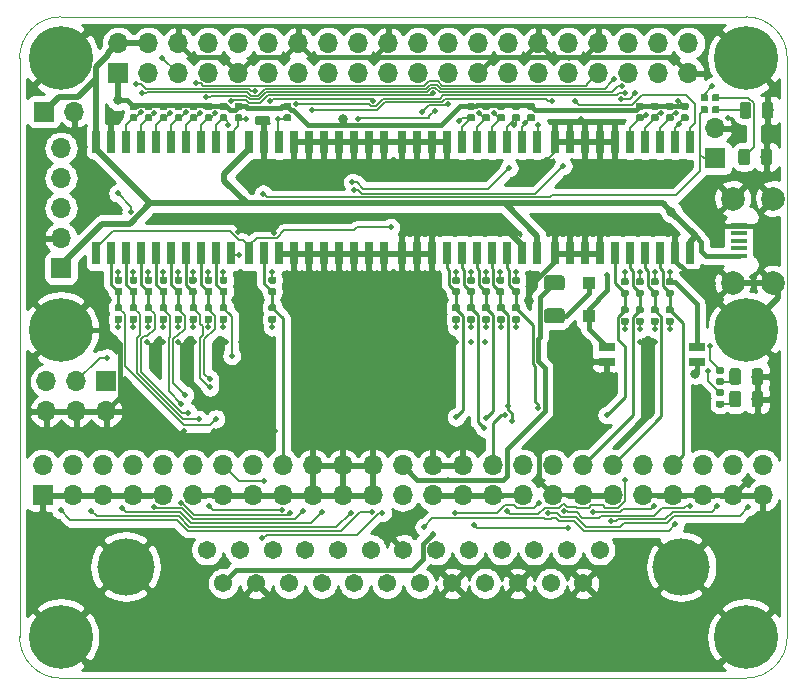
<source format=gbr>
%TF.GenerationSoftware,KiCad,Pcbnew,(5.1.4)-1*%
%TF.CreationDate,2020-08-22T19:54:55-05:00*%
%TF.ProjectId,rascsi_2p2,72617363-7369-45f3-9270-322e6b696361,rev?*%
%TF.SameCoordinates,PX59d60c0PY325aa00*%
%TF.FileFunction,Copper,L1,Top*%
%TF.FilePolarity,Positive*%
%FSLAX46Y46*%
G04 Gerber Fmt 4.6, Leading zero omitted, Abs format (unit mm)*
G04 Created by KiCad (PCBNEW (5.1.4)-1) date 2020-08-22 19:54:55*
%MOMM*%
%LPD*%
G04 APERTURE LIST*
%TA.AperFunction,NonConductor*%
%ADD10C,0.050000*%
%TD*%
%TA.AperFunction,ComponentPad*%
%ADD11C,4.845000*%
%TD*%
%TA.AperFunction,ComponentPad*%
%ADD12C,1.545000*%
%TD*%
%TA.AperFunction,SMDPad,CuDef*%
%ADD13R,0.650000X1.950000*%
%TD*%
%TA.AperFunction,SMDPad,CuDef*%
%ADD14R,1.100000X1.100000*%
%TD*%
%TA.AperFunction,ComponentPad*%
%ADD15C,2.000000*%
%TD*%
%TA.AperFunction,SMDPad,CuDef*%
%ADD16R,1.400000X0.400000*%
%TD*%
%TA.AperFunction,ComponentPad*%
%ADD17O,1.700000X1.700000*%
%TD*%
%TA.AperFunction,ComponentPad*%
%ADD18R,1.700000X1.700000*%
%TD*%
%TA.AperFunction,Conductor*%
%ADD19C,0.150000*%
%TD*%
%TA.AperFunction,SMDPad,CuDef*%
%ADD20C,0.590000*%
%TD*%
%TA.AperFunction,SMDPad,CuDef*%
%ADD21C,1.250000*%
%TD*%
%TA.AperFunction,ComponentPad*%
%ADD22C,0.800000*%
%TD*%
%TA.AperFunction,ComponentPad*%
%ADD23C,5.400000*%
%TD*%
%TA.AperFunction,SMDPad,CuDef*%
%ADD24C,0.975000*%
%TD*%
%TA.AperFunction,SMDPad,CuDef*%
%ADD25R,1.425000X0.750000*%
%TD*%
%TA.AperFunction,ViaPad*%
%ADD26C,0.500000*%
%TD*%
%TA.AperFunction,ViaPad*%
%ADD27C,0.800000*%
%TD*%
%TA.AperFunction,Conductor*%
%ADD28C,0.400000*%
%TD*%
%TA.AperFunction,Conductor*%
%ADD29C,0.250000*%
%TD*%
%TA.AperFunction,Conductor*%
%ADD30C,0.200000*%
%TD*%
%TA.AperFunction,Conductor*%
%ADD31C,0.500000*%
%TD*%
%TA.AperFunction,Conductor*%
%ADD32C,0.254000*%
%TD*%
G04 APERTURE END LIST*
D10*
X83800000Y-45696000D02*
X141800000Y-45696000D01*
X83800000Y-45696000D02*
G75*
G02X80300000Y-42196000I0J3500000D01*
G01*
X145300000Y-42196000D02*
G75*
G02X141800000Y-45696000I-3500000J0D01*
G01*
X80300000Y6800000D02*
X80300000Y-42196000D01*
X145300000Y6800000D02*
X145300000Y-42196000D01*
X83800000Y10300000D02*
X141800000Y10300000D01*
X80300000Y6800000D02*
G75*
G02X83800000Y10300000I3500000J0D01*
G01*
X141800000Y10300000D02*
G75*
G02X145300000Y6800000I0J-3500000D01*
G01*
D11*
%TO.P,J6,MH2*%
%TO.N,GND*%
X89281600Y-36250000D03*
%TO.P,J6,MH1*%
X136321600Y-36250000D03*
D12*
%TO.P,J6,25*%
%TO.N,TERMPOW*%
X97566600Y-37670000D03*
%TO.P,J6,24*%
%TO.N,GND*%
X100336600Y-37670000D03*
%TO.P,J6,23*%
%TO.N,C-D4*%
X103106600Y-37670000D03*
%TO.P,J6,22*%
%TO.N,C-D2*%
X105876600Y-37670000D03*
%TO.P,J6,21*%
%TO.N,C-D1*%
X108646600Y-37670000D03*
%TO.P,J6,20*%
%TO.N,C-DP*%
X111416600Y-37670000D03*
%TO.P,J6,19*%
%TO.N,C-SEL*%
X114186600Y-37670000D03*
%TO.P,J6,18*%
%TO.N,GND*%
X116956600Y-37670000D03*
%TO.P,J6,17*%
%TO.N,C-ATN*%
X119726600Y-37670000D03*
%TO.P,J6,16*%
%TO.N,GND*%
X122496600Y-37670000D03*
%TO.P,J6,15*%
%TO.N,C-C_D*%
X125266600Y-37670000D03*
%TO.P,J6,14*%
%TO.N,GND*%
X128036600Y-37670000D03*
%TO.P,J6,13*%
%TO.N,C-D7*%
X96181600Y-34830000D03*
%TO.P,J6,12*%
%TO.N,C-D6*%
X98951600Y-34830000D03*
%TO.P,J6,11*%
%TO.N,C-D5*%
X101721600Y-34830000D03*
%TO.P,J6,10*%
%TO.N,C-D3*%
X104491600Y-34830000D03*
%TO.P,J6,9*%
%TO.N,GND*%
X107261600Y-34830000D03*
%TO.P,J6,8*%
%TO.N,C-D0*%
X110031600Y-34830000D03*
%TO.P,J6,7*%
%TO.N,GND*%
X112801600Y-34830000D03*
%TO.P,J6,6*%
%TO.N,C-BSY*%
X115571600Y-34830000D03*
%TO.P,J6,5*%
%TO.N,C-ACK*%
X118341600Y-34830000D03*
%TO.P,J6,4*%
%TO.N,C-RST*%
X121111600Y-34830000D03*
%TO.P,J6,3*%
%TO.N,C-I_O*%
X123881600Y-34830000D03*
%TO.P,J6,2*%
%TO.N,C-MSG*%
X126651600Y-34830000D03*
%TO.P,J6,1*%
%TO.N,C-REQ*%
X129421600Y-34830000D03*
%TD*%
D13*
%TO.P,IC4,20*%
%TO.N,+5V*%
X137067000Y-9710000D03*
%TO.P,IC4,19*%
%TO.N,GND*%
X135797000Y-9710000D03*
%TO.P,IC4,18*%
%TO.N,C-SEL*%
X134527000Y-9710000D03*
%TO.P,IC4,17*%
%TO.N,C-RST*%
X133257000Y-9710000D03*
%TO.P,IC4,16*%
%TO.N,C-ACK*%
X131987000Y-9710000D03*
%TO.P,IC4,15*%
%TO.N,C-ATN*%
X130717000Y-9710000D03*
%TO.P,IC4,14*%
%TO.N,GND*%
X129447000Y-9710000D03*
%TO.P,IC4,13*%
X128177000Y-9710000D03*
%TO.P,IC4,12*%
X126907000Y-9710000D03*
%TO.P,IC4,11*%
X125637000Y-9710000D03*
%TO.P,IC4,10*%
X125637000Y-260000D03*
%TO.P,IC4,9*%
X126907000Y-260000D03*
%TO.P,IC4,8*%
X128177000Y-260000D03*
%TO.P,IC4,7*%
X129447000Y-260000D03*
%TO.P,IC4,6*%
X130717000Y-260000D03*
%TO.P,IC4,5*%
%TO.N,PI-ATN*%
X131987000Y-260000D03*
%TO.P,IC4,4*%
%TO.N,PI-ACK*%
X133257000Y-260000D03*
%TO.P,IC4,3*%
%TO.N,PI-RST*%
X134527000Y-260000D03*
%TO.P,IC4,2*%
%TO.N,PI-SEL*%
X135797000Y-260000D03*
%TO.P,IC4,1*%
%TO.N,PI-IND*%
X137067000Y-260000D03*
%TD*%
%TO.P,IC3,20*%
%TO.N,+5V*%
X124113000Y-9710000D03*
%TO.P,IC3,19*%
%TO.N,GND*%
X122843000Y-9710000D03*
%TO.P,IC3,18*%
%TO.N,C-I_O*%
X121573000Y-9710000D03*
%TO.P,IC3,17*%
%TO.N,C-REQ*%
X120303000Y-9710000D03*
%TO.P,IC3,16*%
%TO.N,C-C_D*%
X119033000Y-9710000D03*
%TO.P,IC3,15*%
%TO.N,C-MSG*%
X117763000Y-9710000D03*
%TO.P,IC3,14*%
%TO.N,C-BSY*%
X116493000Y-9710000D03*
%TO.P,IC3,13*%
%TO.N,GND*%
X115223000Y-9710000D03*
%TO.P,IC3,12*%
X113953000Y-9710000D03*
%TO.P,IC3,11*%
X112683000Y-9710000D03*
%TO.P,IC3,10*%
X112683000Y-260000D03*
%TO.P,IC3,9*%
X113953000Y-260000D03*
%TO.P,IC3,8*%
X115223000Y-260000D03*
%TO.P,IC3,7*%
X116493000Y-260000D03*
%TO.P,IC3,6*%
%TO.N,PI-BSY*%
X117763000Y-260000D03*
%TO.P,IC3,5*%
%TO.N,PI-MSG*%
X119033000Y-260000D03*
%TO.P,IC3,4*%
%TO.N,PI-C_D*%
X120303000Y-260000D03*
%TO.P,IC3,3*%
%TO.N,PI-REQ*%
X121573000Y-260000D03*
%TO.P,IC3,2*%
%TO.N,PI-I_O*%
X122843000Y-260000D03*
%TO.P,IC3,1*%
%TO.N,PI-TAD*%
X124113000Y-260000D03*
%TD*%
%TO.P,IC2,20*%
%TO.N,+5V*%
X86775000Y-260000D03*
%TO.P,IC2,19*%
%TO.N,GND*%
X88045000Y-260000D03*
%TO.P,IC2,18*%
%TO.N,PI-D7*%
X89315000Y-260000D03*
%TO.P,IC2,17*%
%TO.N,PI-D6*%
X90585000Y-260000D03*
%TO.P,IC2,16*%
%TO.N,PI-D5*%
X91855000Y-260000D03*
%TO.P,IC2,15*%
%TO.N,PI-D4*%
X93125000Y-260000D03*
%TO.P,IC2,14*%
%TO.N,PI-D3*%
X94395000Y-260000D03*
%TO.P,IC2,13*%
%TO.N,PI-D2*%
X95665000Y-260000D03*
%TO.P,IC2,12*%
%TO.N,PI-D1*%
X96935000Y-260000D03*
%TO.P,IC2,11*%
%TO.N,PI-D0*%
X98205000Y-260000D03*
%TO.P,IC2,10*%
%TO.N,GND*%
X98205000Y-9710000D03*
%TO.P,IC2,9*%
%TO.N,C-D0*%
X96935000Y-9710000D03*
%TO.P,IC2,8*%
%TO.N,C-D1*%
X95665000Y-9710000D03*
%TO.P,IC2,7*%
%TO.N,C-D2*%
X94395000Y-9710000D03*
%TO.P,IC2,6*%
%TO.N,C-D3*%
X93125000Y-9710000D03*
%TO.P,IC2,5*%
%TO.N,C-D4*%
X91855000Y-9710000D03*
%TO.P,IC2,4*%
%TO.N,C-D5*%
X90585000Y-9710000D03*
%TO.P,IC2,3*%
%TO.N,C-D6*%
X89315000Y-9710000D03*
%TO.P,IC2,2*%
%TO.N,C-D7*%
X88045000Y-9710000D03*
%TO.P,IC2,1*%
%TO.N,PI-DTD*%
X86775000Y-9710000D03*
%TD*%
%TO.P,IC1,20*%
%TO.N,+5V*%
X99729000Y-260000D03*
%TO.P,IC1,19*%
%TO.N,GND*%
X100999000Y-260000D03*
%TO.P,IC1,18*%
%TO.N,PI-DP*%
X102269000Y-260000D03*
%TO.P,IC1,17*%
%TO.N,GND*%
X103539000Y-260000D03*
%TO.P,IC1,16*%
X104809000Y-260000D03*
%TO.P,IC1,15*%
X106079000Y-260000D03*
%TO.P,IC1,14*%
X107349000Y-260000D03*
%TO.P,IC1,13*%
X108619000Y-260000D03*
%TO.P,IC1,12*%
X109889000Y-260000D03*
%TO.P,IC1,11*%
X111159000Y-260000D03*
%TO.P,IC1,10*%
X111159000Y-9710000D03*
%TO.P,IC1,9*%
X109889000Y-9710000D03*
%TO.P,IC1,8*%
X108619000Y-9710000D03*
%TO.P,IC1,7*%
X107349000Y-9710000D03*
%TO.P,IC1,6*%
X106079000Y-9710000D03*
%TO.P,IC1,5*%
X104809000Y-9710000D03*
%TO.P,IC1,4*%
X103539000Y-9710000D03*
%TO.P,IC1,3*%
X102269000Y-9710000D03*
%TO.P,IC1,2*%
%TO.N,C-DP*%
X100999000Y-9710000D03*
%TO.P,IC1,1*%
%TO.N,PI-DTD*%
X99729000Y-9710000D03*
%TD*%
D14*
%TO.P,D5,2*%
%TO.N,+5V*%
X128494500Y-15020000D03*
%TO.P,D5,1*%
%TO.N,Net-(D5-Pad1)*%
X128494500Y-12220000D03*
%TD*%
D15*
%TO.P,J8,MH4*%
%TO.N,GND*%
X140678000Y-12243000D03*
%TO.P,J8,MH3*%
X140678000Y-5093000D03*
%TO.P,J8,MH2*%
X144128000Y-5093000D03*
%TO.P,J8,MH1*%
X144128000Y-12243000D03*
D16*
%TO.P,J8,5*%
X141178000Y-7368000D03*
%TO.P,J8,4*%
%TO.N,Net-(J8-Pad4)*%
X141178000Y-8018000D03*
%TO.P,J8,3*%
%TO.N,Net-(J8-Pad3)*%
X141178000Y-8668000D03*
%TO.P,J8,2*%
%TO.N,Net-(J8-Pad2)*%
X141178000Y-9318000D03*
%TO.P,J8,1*%
%TO.N,+5V*%
X141178000Y-9968000D03*
%TD*%
D17*
%TO.P,J2,2*%
%TO.N,GND*%
X139226000Y857000D03*
D18*
%TO.P,J2,1*%
%TO.N,PI-ACT*%
X139226000Y-1683000D03*
%TD*%
D17*
%TO.P,J7,2*%
%TO.N,GND*%
X84920000Y2280000D03*
D18*
%TO.P,J7,1*%
%TO.N,+5V*%
X82380000Y2280000D03*
%TD*%
D17*
%TO.P,J5,6*%
%TO.N,GND*%
X82560000Y-23110000D03*
%TO.P,J5,5*%
%TO.N,PI_GPIO9*%
X82560000Y-20570000D03*
%TO.P,J5,4*%
%TO.N,GND*%
X85100000Y-23110000D03*
%TO.P,J5,3*%
%TO.N,PI_GPIO1*%
X85100000Y-20570000D03*
%TO.P,J5,2*%
%TO.N,GND*%
X87640000Y-23110000D03*
D18*
%TO.P,J5,1*%
%TO.N,PI_GPIO0*%
X87640000Y-20570000D03*
%TD*%
D19*
%TO.N,Net-(D4-Pad2)*%
%TO.C,R4*%
G36*
X139793958Y-20288710D02*
G01*
X139808276Y-20290834D01*
X139822317Y-20294351D01*
X139835946Y-20299228D01*
X139849031Y-20305417D01*
X139861447Y-20312858D01*
X139873073Y-20321481D01*
X139883798Y-20331202D01*
X139893519Y-20341927D01*
X139902142Y-20353553D01*
X139909583Y-20365969D01*
X139915772Y-20379054D01*
X139920649Y-20392683D01*
X139924166Y-20406724D01*
X139926290Y-20421042D01*
X139927000Y-20435500D01*
X139927000Y-20730500D01*
X139926290Y-20744958D01*
X139924166Y-20759276D01*
X139920649Y-20773317D01*
X139915772Y-20786946D01*
X139909583Y-20800031D01*
X139902142Y-20812447D01*
X139893519Y-20824073D01*
X139883798Y-20834798D01*
X139873073Y-20844519D01*
X139861447Y-20853142D01*
X139849031Y-20860583D01*
X139835946Y-20866772D01*
X139822317Y-20871649D01*
X139808276Y-20875166D01*
X139793958Y-20877290D01*
X139779500Y-20878000D01*
X139434500Y-20878000D01*
X139420042Y-20877290D01*
X139405724Y-20875166D01*
X139391683Y-20871649D01*
X139378054Y-20866772D01*
X139364969Y-20860583D01*
X139352553Y-20853142D01*
X139340927Y-20844519D01*
X139330202Y-20834798D01*
X139320481Y-20824073D01*
X139311858Y-20812447D01*
X139304417Y-20800031D01*
X139298228Y-20786946D01*
X139293351Y-20773317D01*
X139289834Y-20759276D01*
X139287710Y-20744958D01*
X139287000Y-20730500D01*
X139287000Y-20435500D01*
X139287710Y-20421042D01*
X139289834Y-20406724D01*
X139293351Y-20392683D01*
X139298228Y-20379054D01*
X139304417Y-20365969D01*
X139311858Y-20353553D01*
X139320481Y-20341927D01*
X139330202Y-20331202D01*
X139340927Y-20321481D01*
X139352553Y-20312858D01*
X139364969Y-20305417D01*
X139378054Y-20299228D01*
X139391683Y-20294351D01*
X139405724Y-20290834D01*
X139420042Y-20288710D01*
X139434500Y-20288000D01*
X139779500Y-20288000D01*
X139793958Y-20288710D01*
X139793958Y-20288710D01*
G37*
D20*
%TD*%
%TO.P,R4,2*%
%TO.N,Net-(D4-Pad2)*%
X139607000Y-20583000D03*
D19*
%TO.N,+3V3*%
%TO.C,R4*%
G36*
X139793958Y-19318710D02*
G01*
X139808276Y-19320834D01*
X139822317Y-19324351D01*
X139835946Y-19329228D01*
X139849031Y-19335417D01*
X139861447Y-19342858D01*
X139873073Y-19351481D01*
X139883798Y-19361202D01*
X139893519Y-19371927D01*
X139902142Y-19383553D01*
X139909583Y-19395969D01*
X139915772Y-19409054D01*
X139920649Y-19422683D01*
X139924166Y-19436724D01*
X139926290Y-19451042D01*
X139927000Y-19465500D01*
X139927000Y-19760500D01*
X139926290Y-19774958D01*
X139924166Y-19789276D01*
X139920649Y-19803317D01*
X139915772Y-19816946D01*
X139909583Y-19830031D01*
X139902142Y-19842447D01*
X139893519Y-19854073D01*
X139883798Y-19864798D01*
X139873073Y-19874519D01*
X139861447Y-19883142D01*
X139849031Y-19890583D01*
X139835946Y-19896772D01*
X139822317Y-19901649D01*
X139808276Y-19905166D01*
X139793958Y-19907290D01*
X139779500Y-19908000D01*
X139434500Y-19908000D01*
X139420042Y-19907290D01*
X139405724Y-19905166D01*
X139391683Y-19901649D01*
X139378054Y-19896772D01*
X139364969Y-19890583D01*
X139352553Y-19883142D01*
X139340927Y-19874519D01*
X139330202Y-19864798D01*
X139320481Y-19854073D01*
X139311858Y-19842447D01*
X139304417Y-19830031D01*
X139298228Y-19816946D01*
X139293351Y-19803317D01*
X139289834Y-19789276D01*
X139287710Y-19774958D01*
X139287000Y-19760500D01*
X139287000Y-19465500D01*
X139287710Y-19451042D01*
X139289834Y-19436724D01*
X139293351Y-19422683D01*
X139298228Y-19409054D01*
X139304417Y-19395969D01*
X139311858Y-19383553D01*
X139320481Y-19371927D01*
X139330202Y-19361202D01*
X139340927Y-19351481D01*
X139352553Y-19342858D01*
X139364969Y-19335417D01*
X139378054Y-19329228D01*
X139391683Y-19324351D01*
X139405724Y-19320834D01*
X139420042Y-19318710D01*
X139434500Y-19318000D01*
X139779500Y-19318000D01*
X139793958Y-19318710D01*
X139793958Y-19318710D01*
G37*
D20*
%TD*%
%TO.P,R4,1*%
%TO.N,+3V3*%
X139607000Y-19613000D03*
D19*
%TO.N,Net-(D2-Pad2)*%
%TO.C,R2*%
G36*
X139405458Y3779790D02*
G01*
X139419776Y3777666D01*
X139433817Y3774149D01*
X139447446Y3769272D01*
X139460531Y3763083D01*
X139472947Y3755642D01*
X139484573Y3747019D01*
X139495298Y3737298D01*
X139505019Y3726573D01*
X139513642Y3714947D01*
X139521083Y3702531D01*
X139527272Y3689446D01*
X139532149Y3675817D01*
X139535666Y3661776D01*
X139537790Y3647458D01*
X139538500Y3633000D01*
X139538500Y3288000D01*
X139537790Y3273542D01*
X139535666Y3259224D01*
X139532149Y3245183D01*
X139527272Y3231554D01*
X139521083Y3218469D01*
X139513642Y3206053D01*
X139505019Y3194427D01*
X139495298Y3183702D01*
X139484573Y3173981D01*
X139472947Y3165358D01*
X139460531Y3157917D01*
X139447446Y3151728D01*
X139433817Y3146851D01*
X139419776Y3143334D01*
X139405458Y3141210D01*
X139391000Y3140500D01*
X139096000Y3140500D01*
X139081542Y3141210D01*
X139067224Y3143334D01*
X139053183Y3146851D01*
X139039554Y3151728D01*
X139026469Y3157917D01*
X139014053Y3165358D01*
X139002427Y3173981D01*
X138991702Y3183702D01*
X138981981Y3194427D01*
X138973358Y3206053D01*
X138965917Y3218469D01*
X138959728Y3231554D01*
X138954851Y3245183D01*
X138951334Y3259224D01*
X138949210Y3273542D01*
X138948500Y3288000D01*
X138948500Y3633000D01*
X138949210Y3647458D01*
X138951334Y3661776D01*
X138954851Y3675817D01*
X138959728Y3689446D01*
X138965917Y3702531D01*
X138973358Y3714947D01*
X138981981Y3726573D01*
X138991702Y3737298D01*
X139002427Y3747019D01*
X139014053Y3755642D01*
X139026469Y3763083D01*
X139039554Y3769272D01*
X139053183Y3774149D01*
X139067224Y3777666D01*
X139081542Y3779790D01*
X139096000Y3780500D01*
X139391000Y3780500D01*
X139405458Y3779790D01*
X139405458Y3779790D01*
G37*
D20*
%TD*%
%TO.P,R2,2*%
%TO.N,Net-(D2-Pad2)*%
X139243500Y3460500D03*
D19*
%TO.N,DBG_LED*%
%TO.C,R2*%
G36*
X138435458Y3779790D02*
G01*
X138449776Y3777666D01*
X138463817Y3774149D01*
X138477446Y3769272D01*
X138490531Y3763083D01*
X138502947Y3755642D01*
X138514573Y3747019D01*
X138525298Y3737298D01*
X138535019Y3726573D01*
X138543642Y3714947D01*
X138551083Y3702531D01*
X138557272Y3689446D01*
X138562149Y3675817D01*
X138565666Y3661776D01*
X138567790Y3647458D01*
X138568500Y3633000D01*
X138568500Y3288000D01*
X138567790Y3273542D01*
X138565666Y3259224D01*
X138562149Y3245183D01*
X138557272Y3231554D01*
X138551083Y3218469D01*
X138543642Y3206053D01*
X138535019Y3194427D01*
X138525298Y3183702D01*
X138514573Y3173981D01*
X138502947Y3165358D01*
X138490531Y3157917D01*
X138477446Y3151728D01*
X138463817Y3146851D01*
X138449776Y3143334D01*
X138435458Y3141210D01*
X138421000Y3140500D01*
X138126000Y3140500D01*
X138111542Y3141210D01*
X138097224Y3143334D01*
X138083183Y3146851D01*
X138069554Y3151728D01*
X138056469Y3157917D01*
X138044053Y3165358D01*
X138032427Y3173981D01*
X138021702Y3183702D01*
X138011981Y3194427D01*
X138003358Y3206053D01*
X137995917Y3218469D01*
X137989728Y3231554D01*
X137984851Y3245183D01*
X137981334Y3259224D01*
X137979210Y3273542D01*
X137978500Y3288000D01*
X137978500Y3633000D01*
X137979210Y3647458D01*
X137981334Y3661776D01*
X137984851Y3675817D01*
X137989728Y3689446D01*
X137995917Y3702531D01*
X138003358Y3714947D01*
X138011981Y3726573D01*
X138021702Y3737298D01*
X138032427Y3747019D01*
X138044053Y3755642D01*
X138056469Y3763083D01*
X138069554Y3769272D01*
X138083183Y3774149D01*
X138097224Y3777666D01*
X138111542Y3779790D01*
X138126000Y3780500D01*
X138421000Y3780500D01*
X138435458Y3779790D01*
X138435458Y3779790D01*
G37*
D20*
%TD*%
%TO.P,R2,1*%
%TO.N,DBG_LED*%
X138273500Y3460500D03*
D19*
%TO.N,Net-(D1-Pad2)*%
%TO.C,R1*%
G36*
X139405458Y2763790D02*
G01*
X139419776Y2761666D01*
X139433817Y2758149D01*
X139447446Y2753272D01*
X139460531Y2747083D01*
X139472947Y2739642D01*
X139484573Y2731019D01*
X139495298Y2721298D01*
X139505019Y2710573D01*
X139513642Y2698947D01*
X139521083Y2686531D01*
X139527272Y2673446D01*
X139532149Y2659817D01*
X139535666Y2645776D01*
X139537790Y2631458D01*
X139538500Y2617000D01*
X139538500Y2272000D01*
X139537790Y2257542D01*
X139535666Y2243224D01*
X139532149Y2229183D01*
X139527272Y2215554D01*
X139521083Y2202469D01*
X139513642Y2190053D01*
X139505019Y2178427D01*
X139495298Y2167702D01*
X139484573Y2157981D01*
X139472947Y2149358D01*
X139460531Y2141917D01*
X139447446Y2135728D01*
X139433817Y2130851D01*
X139419776Y2127334D01*
X139405458Y2125210D01*
X139391000Y2124500D01*
X139096000Y2124500D01*
X139081542Y2125210D01*
X139067224Y2127334D01*
X139053183Y2130851D01*
X139039554Y2135728D01*
X139026469Y2141917D01*
X139014053Y2149358D01*
X139002427Y2157981D01*
X138991702Y2167702D01*
X138981981Y2178427D01*
X138973358Y2190053D01*
X138965917Y2202469D01*
X138959728Y2215554D01*
X138954851Y2229183D01*
X138951334Y2243224D01*
X138949210Y2257542D01*
X138948500Y2272000D01*
X138948500Y2617000D01*
X138949210Y2631458D01*
X138951334Y2645776D01*
X138954851Y2659817D01*
X138959728Y2673446D01*
X138965917Y2686531D01*
X138973358Y2698947D01*
X138981981Y2710573D01*
X138991702Y2721298D01*
X139002427Y2731019D01*
X139014053Y2739642D01*
X139026469Y2747083D01*
X139039554Y2753272D01*
X139053183Y2758149D01*
X139067224Y2761666D01*
X139081542Y2763790D01*
X139096000Y2764500D01*
X139391000Y2764500D01*
X139405458Y2763790D01*
X139405458Y2763790D01*
G37*
D20*
%TD*%
%TO.P,R1,2*%
%TO.N,Net-(D1-Pad2)*%
X139243500Y2444500D03*
D19*
%TO.N,PI-ACT*%
%TO.C,R1*%
G36*
X138435458Y2763790D02*
G01*
X138449776Y2761666D01*
X138463817Y2758149D01*
X138477446Y2753272D01*
X138490531Y2747083D01*
X138502947Y2739642D01*
X138514573Y2731019D01*
X138525298Y2721298D01*
X138535019Y2710573D01*
X138543642Y2698947D01*
X138551083Y2686531D01*
X138557272Y2673446D01*
X138562149Y2659817D01*
X138565666Y2645776D01*
X138567790Y2631458D01*
X138568500Y2617000D01*
X138568500Y2272000D01*
X138567790Y2257542D01*
X138565666Y2243224D01*
X138562149Y2229183D01*
X138557272Y2215554D01*
X138551083Y2202469D01*
X138543642Y2190053D01*
X138535019Y2178427D01*
X138525298Y2167702D01*
X138514573Y2157981D01*
X138502947Y2149358D01*
X138490531Y2141917D01*
X138477446Y2135728D01*
X138463817Y2130851D01*
X138449776Y2127334D01*
X138435458Y2125210D01*
X138421000Y2124500D01*
X138126000Y2124500D01*
X138111542Y2125210D01*
X138097224Y2127334D01*
X138083183Y2130851D01*
X138069554Y2135728D01*
X138056469Y2141917D01*
X138044053Y2149358D01*
X138032427Y2157981D01*
X138021702Y2167702D01*
X138011981Y2178427D01*
X138003358Y2190053D01*
X137995917Y2202469D01*
X137989728Y2215554D01*
X137984851Y2229183D01*
X137981334Y2243224D01*
X137979210Y2257542D01*
X137978500Y2272000D01*
X137978500Y2617000D01*
X137979210Y2631458D01*
X137981334Y2645776D01*
X137984851Y2659817D01*
X137989728Y2673446D01*
X137995917Y2686531D01*
X138003358Y2698947D01*
X138011981Y2710573D01*
X138021702Y2721298D01*
X138032427Y2731019D01*
X138044053Y2739642D01*
X138056469Y2747083D01*
X138069554Y2753272D01*
X138083183Y2758149D01*
X138097224Y2761666D01*
X138111542Y2763790D01*
X138126000Y2764500D01*
X138421000Y2764500D01*
X138435458Y2763790D01*
X138435458Y2763790D01*
G37*
D20*
%TD*%
%TO.P,R1,1*%
%TO.N,PI-ACT*%
X138273500Y2444500D03*
D17*
%TO.P,J3,50*%
%TO.N,C-I_O*%
X143226500Y-27654500D03*
%TO.P,J3,49*%
%TO.N,GND*%
X143226500Y-30194500D03*
%TO.P,J3,48*%
%TO.N,C-REQ*%
X140686500Y-27654500D03*
%TO.P,J3,47*%
%TO.N,GND*%
X140686500Y-30194500D03*
%TO.P,J3,46*%
%TO.N,C-C_D*%
X138146500Y-27654500D03*
%TO.P,J3,45*%
%TO.N,GND*%
X138146500Y-30194500D03*
%TO.P,J3,44*%
%TO.N,C-SEL*%
X135606500Y-27654500D03*
%TO.P,J3,43*%
%TO.N,GND*%
X135606500Y-30194500D03*
%TO.P,J3,42*%
%TO.N,C-MSG*%
X133066500Y-27654500D03*
%TO.P,J3,41*%
%TO.N,GND*%
X133066500Y-30194500D03*
%TO.P,J3,40*%
%TO.N,C-RST*%
X130526500Y-27654500D03*
%TO.P,J3,39*%
%TO.N,GND*%
X130526500Y-30194500D03*
%TO.P,J3,38*%
%TO.N,C-ACK*%
X127986500Y-27654500D03*
%TO.P,J3,37*%
%TO.N,GND*%
X127986500Y-30194500D03*
%TO.P,J3,36*%
%TO.N,C-BSY*%
X125446500Y-27654500D03*
%TO.P,J3,35*%
%TO.N,GND*%
X125446500Y-30194500D03*
%TO.P,J3,34*%
%TO.N,Net-(J3-Pad34)*%
X122906500Y-27654500D03*
%TO.P,J3,33*%
%TO.N,GND*%
X122906500Y-30194500D03*
%TO.P,J3,32*%
%TO.N,C-ATN*%
X120366500Y-27654500D03*
%TO.P,J3,31*%
%TO.N,GND*%
X120366500Y-30194500D03*
%TO.P,J3,30*%
X117826500Y-27654500D03*
%TO.P,J3,29*%
X117826500Y-30194500D03*
%TO.P,J3,28*%
X115286500Y-27654500D03*
%TO.P,J3,27*%
X115286500Y-30194500D03*
%TO.P,J3,26*%
%TO.N,TERMPOW*%
X112746500Y-27654500D03*
%TO.P,J3,25*%
%TO.N,Net-(J3-Pad25)*%
X112746500Y-30194500D03*
%TO.P,J3,24*%
%TO.N,GND*%
X110206500Y-27654500D03*
%TO.P,J3,23*%
X110206500Y-30194500D03*
%TO.P,J3,22*%
X107666500Y-27654500D03*
%TO.P,J3,21*%
X107666500Y-30194500D03*
%TO.P,J3,20*%
X105126500Y-27654500D03*
%TO.P,J3,19*%
X105126500Y-30194500D03*
%TO.P,J3,18*%
%TO.N,C-DP*%
X102586500Y-27654500D03*
%TO.P,J3,17*%
%TO.N,GND*%
X102586500Y-30194500D03*
%TO.P,J3,16*%
%TO.N,C-D7*%
X100046500Y-27654500D03*
%TO.P,J3,15*%
%TO.N,GND*%
X100046500Y-30194500D03*
%TO.P,J3,14*%
%TO.N,C-D6*%
X97506500Y-27654500D03*
%TO.P,J3,13*%
%TO.N,GND*%
X97506500Y-30194500D03*
%TO.P,J3,12*%
%TO.N,C-D5*%
X94966500Y-27654500D03*
%TO.P,J3,11*%
%TO.N,GND*%
X94966500Y-30194500D03*
%TO.P,J3,10*%
%TO.N,C-D4*%
X92426500Y-27654500D03*
%TO.P,J3,9*%
%TO.N,GND*%
X92426500Y-30194500D03*
%TO.P,J3,8*%
%TO.N,C-D3*%
X89886500Y-27654500D03*
%TO.P,J3,7*%
%TO.N,GND*%
X89886500Y-30194500D03*
%TO.P,J3,6*%
%TO.N,C-D2*%
X87346500Y-27654500D03*
%TO.P,J3,5*%
%TO.N,GND*%
X87346500Y-30194500D03*
%TO.P,J3,4*%
%TO.N,C-D1*%
X84806500Y-27654500D03*
%TO.P,J3,3*%
%TO.N,GND*%
X84806500Y-30194500D03*
%TO.P,J3,2*%
%TO.N,C-D0*%
X82266500Y-27654500D03*
D18*
%TO.P,J3,1*%
%TO.N,GND*%
X82266500Y-30194500D03*
%TD*%
D19*
%TO.N,C-DP*%
%TO.C,R58*%
G36*
X101884458Y-14048210D02*
G01*
X101898776Y-14050334D01*
X101912817Y-14053851D01*
X101926446Y-14058728D01*
X101939531Y-14064917D01*
X101951947Y-14072358D01*
X101963573Y-14080981D01*
X101974298Y-14090702D01*
X101984019Y-14101427D01*
X101992642Y-14113053D01*
X102000083Y-14125469D01*
X102006272Y-14138554D01*
X102011149Y-14152183D01*
X102014666Y-14166224D01*
X102016790Y-14180542D01*
X102017500Y-14195000D01*
X102017500Y-14490000D01*
X102016790Y-14504458D01*
X102014666Y-14518776D01*
X102011149Y-14532817D01*
X102006272Y-14546446D01*
X102000083Y-14559531D01*
X101992642Y-14571947D01*
X101984019Y-14583573D01*
X101974298Y-14594298D01*
X101963573Y-14604019D01*
X101951947Y-14612642D01*
X101939531Y-14620083D01*
X101926446Y-14626272D01*
X101912817Y-14631149D01*
X101898776Y-14634666D01*
X101884458Y-14636790D01*
X101870000Y-14637500D01*
X101525000Y-14637500D01*
X101510542Y-14636790D01*
X101496224Y-14634666D01*
X101482183Y-14631149D01*
X101468554Y-14626272D01*
X101455469Y-14620083D01*
X101443053Y-14612642D01*
X101431427Y-14604019D01*
X101420702Y-14594298D01*
X101410981Y-14583573D01*
X101402358Y-14571947D01*
X101394917Y-14559531D01*
X101388728Y-14546446D01*
X101383851Y-14532817D01*
X101380334Y-14518776D01*
X101378210Y-14504458D01*
X101377500Y-14490000D01*
X101377500Y-14195000D01*
X101378210Y-14180542D01*
X101380334Y-14166224D01*
X101383851Y-14152183D01*
X101388728Y-14138554D01*
X101394917Y-14125469D01*
X101402358Y-14113053D01*
X101410981Y-14101427D01*
X101420702Y-14090702D01*
X101431427Y-14080981D01*
X101443053Y-14072358D01*
X101455469Y-14064917D01*
X101468554Y-14058728D01*
X101482183Y-14053851D01*
X101496224Y-14050334D01*
X101510542Y-14048210D01*
X101525000Y-14047500D01*
X101870000Y-14047500D01*
X101884458Y-14048210D01*
X101884458Y-14048210D01*
G37*
D20*
%TD*%
%TO.P,R58,2*%
%TO.N,C-DP*%
X101697500Y-14342500D03*
D19*
%TO.N,/TERM_GND*%
%TO.C,R58*%
G36*
X101884458Y-15018210D02*
G01*
X101898776Y-15020334D01*
X101912817Y-15023851D01*
X101926446Y-15028728D01*
X101939531Y-15034917D01*
X101951947Y-15042358D01*
X101963573Y-15050981D01*
X101974298Y-15060702D01*
X101984019Y-15071427D01*
X101992642Y-15083053D01*
X102000083Y-15095469D01*
X102006272Y-15108554D01*
X102011149Y-15122183D01*
X102014666Y-15136224D01*
X102016790Y-15150542D01*
X102017500Y-15165000D01*
X102017500Y-15460000D01*
X102016790Y-15474458D01*
X102014666Y-15488776D01*
X102011149Y-15502817D01*
X102006272Y-15516446D01*
X102000083Y-15529531D01*
X101992642Y-15541947D01*
X101984019Y-15553573D01*
X101974298Y-15564298D01*
X101963573Y-15574019D01*
X101951947Y-15582642D01*
X101939531Y-15590083D01*
X101926446Y-15596272D01*
X101912817Y-15601149D01*
X101898776Y-15604666D01*
X101884458Y-15606790D01*
X101870000Y-15607500D01*
X101525000Y-15607500D01*
X101510542Y-15606790D01*
X101496224Y-15604666D01*
X101482183Y-15601149D01*
X101468554Y-15596272D01*
X101455469Y-15590083D01*
X101443053Y-15582642D01*
X101431427Y-15574019D01*
X101420702Y-15564298D01*
X101410981Y-15553573D01*
X101402358Y-15541947D01*
X101394917Y-15529531D01*
X101388728Y-15516446D01*
X101383851Y-15502817D01*
X101380334Y-15488776D01*
X101378210Y-15474458D01*
X101377500Y-15460000D01*
X101377500Y-15165000D01*
X101378210Y-15150542D01*
X101380334Y-15136224D01*
X101383851Y-15122183D01*
X101388728Y-15108554D01*
X101394917Y-15095469D01*
X101402358Y-15083053D01*
X101410981Y-15071427D01*
X101420702Y-15060702D01*
X101431427Y-15050981D01*
X101443053Y-15042358D01*
X101455469Y-15034917D01*
X101468554Y-15028728D01*
X101482183Y-15023851D01*
X101496224Y-15020334D01*
X101510542Y-15018210D01*
X101525000Y-15017500D01*
X101870000Y-15017500D01*
X101884458Y-15018210D01*
X101884458Y-15018210D01*
G37*
D20*
%TD*%
%TO.P,R58,1*%
%TO.N,/TERM_GND*%
X101697500Y-15312500D03*
D19*
%TO.N,C-D0*%
%TO.C,R57*%
G36*
X97756958Y-14048210D02*
G01*
X97771276Y-14050334D01*
X97785317Y-14053851D01*
X97798946Y-14058728D01*
X97812031Y-14064917D01*
X97824447Y-14072358D01*
X97836073Y-14080981D01*
X97846798Y-14090702D01*
X97856519Y-14101427D01*
X97865142Y-14113053D01*
X97872583Y-14125469D01*
X97878772Y-14138554D01*
X97883649Y-14152183D01*
X97887166Y-14166224D01*
X97889290Y-14180542D01*
X97890000Y-14195000D01*
X97890000Y-14490000D01*
X97889290Y-14504458D01*
X97887166Y-14518776D01*
X97883649Y-14532817D01*
X97878772Y-14546446D01*
X97872583Y-14559531D01*
X97865142Y-14571947D01*
X97856519Y-14583573D01*
X97846798Y-14594298D01*
X97836073Y-14604019D01*
X97824447Y-14612642D01*
X97812031Y-14620083D01*
X97798946Y-14626272D01*
X97785317Y-14631149D01*
X97771276Y-14634666D01*
X97756958Y-14636790D01*
X97742500Y-14637500D01*
X97397500Y-14637500D01*
X97383042Y-14636790D01*
X97368724Y-14634666D01*
X97354683Y-14631149D01*
X97341054Y-14626272D01*
X97327969Y-14620083D01*
X97315553Y-14612642D01*
X97303927Y-14604019D01*
X97293202Y-14594298D01*
X97283481Y-14583573D01*
X97274858Y-14571947D01*
X97267417Y-14559531D01*
X97261228Y-14546446D01*
X97256351Y-14532817D01*
X97252834Y-14518776D01*
X97250710Y-14504458D01*
X97250000Y-14490000D01*
X97250000Y-14195000D01*
X97250710Y-14180542D01*
X97252834Y-14166224D01*
X97256351Y-14152183D01*
X97261228Y-14138554D01*
X97267417Y-14125469D01*
X97274858Y-14113053D01*
X97283481Y-14101427D01*
X97293202Y-14090702D01*
X97303927Y-14080981D01*
X97315553Y-14072358D01*
X97327969Y-14064917D01*
X97341054Y-14058728D01*
X97354683Y-14053851D01*
X97368724Y-14050334D01*
X97383042Y-14048210D01*
X97397500Y-14047500D01*
X97742500Y-14047500D01*
X97756958Y-14048210D01*
X97756958Y-14048210D01*
G37*
D20*
%TD*%
%TO.P,R57,2*%
%TO.N,C-D0*%
X97570000Y-14342500D03*
D19*
%TO.N,/TERM_GND*%
%TO.C,R57*%
G36*
X97756958Y-15018210D02*
G01*
X97771276Y-15020334D01*
X97785317Y-15023851D01*
X97798946Y-15028728D01*
X97812031Y-15034917D01*
X97824447Y-15042358D01*
X97836073Y-15050981D01*
X97846798Y-15060702D01*
X97856519Y-15071427D01*
X97865142Y-15083053D01*
X97872583Y-15095469D01*
X97878772Y-15108554D01*
X97883649Y-15122183D01*
X97887166Y-15136224D01*
X97889290Y-15150542D01*
X97890000Y-15165000D01*
X97890000Y-15460000D01*
X97889290Y-15474458D01*
X97887166Y-15488776D01*
X97883649Y-15502817D01*
X97878772Y-15516446D01*
X97872583Y-15529531D01*
X97865142Y-15541947D01*
X97856519Y-15553573D01*
X97846798Y-15564298D01*
X97836073Y-15574019D01*
X97824447Y-15582642D01*
X97812031Y-15590083D01*
X97798946Y-15596272D01*
X97785317Y-15601149D01*
X97771276Y-15604666D01*
X97756958Y-15606790D01*
X97742500Y-15607500D01*
X97397500Y-15607500D01*
X97383042Y-15606790D01*
X97368724Y-15604666D01*
X97354683Y-15601149D01*
X97341054Y-15596272D01*
X97327969Y-15590083D01*
X97315553Y-15582642D01*
X97303927Y-15574019D01*
X97293202Y-15564298D01*
X97283481Y-15553573D01*
X97274858Y-15541947D01*
X97267417Y-15529531D01*
X97261228Y-15516446D01*
X97256351Y-15502817D01*
X97252834Y-15488776D01*
X97250710Y-15474458D01*
X97250000Y-15460000D01*
X97250000Y-15165000D01*
X97250710Y-15150542D01*
X97252834Y-15136224D01*
X97256351Y-15122183D01*
X97261228Y-15108554D01*
X97267417Y-15095469D01*
X97274858Y-15083053D01*
X97283481Y-15071427D01*
X97293202Y-15060702D01*
X97303927Y-15050981D01*
X97315553Y-15042358D01*
X97327969Y-15034917D01*
X97341054Y-15028728D01*
X97354683Y-15023851D01*
X97368724Y-15020334D01*
X97383042Y-15018210D01*
X97397500Y-15017500D01*
X97742500Y-15017500D01*
X97756958Y-15018210D01*
X97756958Y-15018210D01*
G37*
D20*
%TD*%
%TO.P,R57,1*%
%TO.N,/TERM_GND*%
X97570000Y-15312500D03*
D19*
%TO.N,C-D1*%
%TO.C,R56*%
G36*
X96486958Y-14048210D02*
G01*
X96501276Y-14050334D01*
X96515317Y-14053851D01*
X96528946Y-14058728D01*
X96542031Y-14064917D01*
X96554447Y-14072358D01*
X96566073Y-14080981D01*
X96576798Y-14090702D01*
X96586519Y-14101427D01*
X96595142Y-14113053D01*
X96602583Y-14125469D01*
X96608772Y-14138554D01*
X96613649Y-14152183D01*
X96617166Y-14166224D01*
X96619290Y-14180542D01*
X96620000Y-14195000D01*
X96620000Y-14490000D01*
X96619290Y-14504458D01*
X96617166Y-14518776D01*
X96613649Y-14532817D01*
X96608772Y-14546446D01*
X96602583Y-14559531D01*
X96595142Y-14571947D01*
X96586519Y-14583573D01*
X96576798Y-14594298D01*
X96566073Y-14604019D01*
X96554447Y-14612642D01*
X96542031Y-14620083D01*
X96528946Y-14626272D01*
X96515317Y-14631149D01*
X96501276Y-14634666D01*
X96486958Y-14636790D01*
X96472500Y-14637500D01*
X96127500Y-14637500D01*
X96113042Y-14636790D01*
X96098724Y-14634666D01*
X96084683Y-14631149D01*
X96071054Y-14626272D01*
X96057969Y-14620083D01*
X96045553Y-14612642D01*
X96033927Y-14604019D01*
X96023202Y-14594298D01*
X96013481Y-14583573D01*
X96004858Y-14571947D01*
X95997417Y-14559531D01*
X95991228Y-14546446D01*
X95986351Y-14532817D01*
X95982834Y-14518776D01*
X95980710Y-14504458D01*
X95980000Y-14490000D01*
X95980000Y-14195000D01*
X95980710Y-14180542D01*
X95982834Y-14166224D01*
X95986351Y-14152183D01*
X95991228Y-14138554D01*
X95997417Y-14125469D01*
X96004858Y-14113053D01*
X96013481Y-14101427D01*
X96023202Y-14090702D01*
X96033927Y-14080981D01*
X96045553Y-14072358D01*
X96057969Y-14064917D01*
X96071054Y-14058728D01*
X96084683Y-14053851D01*
X96098724Y-14050334D01*
X96113042Y-14048210D01*
X96127500Y-14047500D01*
X96472500Y-14047500D01*
X96486958Y-14048210D01*
X96486958Y-14048210D01*
G37*
D20*
%TD*%
%TO.P,R56,2*%
%TO.N,C-D1*%
X96300000Y-14342500D03*
D19*
%TO.N,/TERM_GND*%
%TO.C,R56*%
G36*
X96486958Y-15018210D02*
G01*
X96501276Y-15020334D01*
X96515317Y-15023851D01*
X96528946Y-15028728D01*
X96542031Y-15034917D01*
X96554447Y-15042358D01*
X96566073Y-15050981D01*
X96576798Y-15060702D01*
X96586519Y-15071427D01*
X96595142Y-15083053D01*
X96602583Y-15095469D01*
X96608772Y-15108554D01*
X96613649Y-15122183D01*
X96617166Y-15136224D01*
X96619290Y-15150542D01*
X96620000Y-15165000D01*
X96620000Y-15460000D01*
X96619290Y-15474458D01*
X96617166Y-15488776D01*
X96613649Y-15502817D01*
X96608772Y-15516446D01*
X96602583Y-15529531D01*
X96595142Y-15541947D01*
X96586519Y-15553573D01*
X96576798Y-15564298D01*
X96566073Y-15574019D01*
X96554447Y-15582642D01*
X96542031Y-15590083D01*
X96528946Y-15596272D01*
X96515317Y-15601149D01*
X96501276Y-15604666D01*
X96486958Y-15606790D01*
X96472500Y-15607500D01*
X96127500Y-15607500D01*
X96113042Y-15606790D01*
X96098724Y-15604666D01*
X96084683Y-15601149D01*
X96071054Y-15596272D01*
X96057969Y-15590083D01*
X96045553Y-15582642D01*
X96033927Y-15574019D01*
X96023202Y-15564298D01*
X96013481Y-15553573D01*
X96004858Y-15541947D01*
X95997417Y-15529531D01*
X95991228Y-15516446D01*
X95986351Y-15502817D01*
X95982834Y-15488776D01*
X95980710Y-15474458D01*
X95980000Y-15460000D01*
X95980000Y-15165000D01*
X95980710Y-15150542D01*
X95982834Y-15136224D01*
X95986351Y-15122183D01*
X95991228Y-15108554D01*
X95997417Y-15095469D01*
X96004858Y-15083053D01*
X96013481Y-15071427D01*
X96023202Y-15060702D01*
X96033927Y-15050981D01*
X96045553Y-15042358D01*
X96057969Y-15034917D01*
X96071054Y-15028728D01*
X96084683Y-15023851D01*
X96098724Y-15020334D01*
X96113042Y-15018210D01*
X96127500Y-15017500D01*
X96472500Y-15017500D01*
X96486958Y-15018210D01*
X96486958Y-15018210D01*
G37*
D20*
%TD*%
%TO.P,R56,1*%
%TO.N,/TERM_GND*%
X96300000Y-15312500D03*
D19*
%TO.N,C-D2*%
%TO.C,R55*%
G36*
X95216958Y-14048210D02*
G01*
X95231276Y-14050334D01*
X95245317Y-14053851D01*
X95258946Y-14058728D01*
X95272031Y-14064917D01*
X95284447Y-14072358D01*
X95296073Y-14080981D01*
X95306798Y-14090702D01*
X95316519Y-14101427D01*
X95325142Y-14113053D01*
X95332583Y-14125469D01*
X95338772Y-14138554D01*
X95343649Y-14152183D01*
X95347166Y-14166224D01*
X95349290Y-14180542D01*
X95350000Y-14195000D01*
X95350000Y-14490000D01*
X95349290Y-14504458D01*
X95347166Y-14518776D01*
X95343649Y-14532817D01*
X95338772Y-14546446D01*
X95332583Y-14559531D01*
X95325142Y-14571947D01*
X95316519Y-14583573D01*
X95306798Y-14594298D01*
X95296073Y-14604019D01*
X95284447Y-14612642D01*
X95272031Y-14620083D01*
X95258946Y-14626272D01*
X95245317Y-14631149D01*
X95231276Y-14634666D01*
X95216958Y-14636790D01*
X95202500Y-14637500D01*
X94857500Y-14637500D01*
X94843042Y-14636790D01*
X94828724Y-14634666D01*
X94814683Y-14631149D01*
X94801054Y-14626272D01*
X94787969Y-14620083D01*
X94775553Y-14612642D01*
X94763927Y-14604019D01*
X94753202Y-14594298D01*
X94743481Y-14583573D01*
X94734858Y-14571947D01*
X94727417Y-14559531D01*
X94721228Y-14546446D01*
X94716351Y-14532817D01*
X94712834Y-14518776D01*
X94710710Y-14504458D01*
X94710000Y-14490000D01*
X94710000Y-14195000D01*
X94710710Y-14180542D01*
X94712834Y-14166224D01*
X94716351Y-14152183D01*
X94721228Y-14138554D01*
X94727417Y-14125469D01*
X94734858Y-14113053D01*
X94743481Y-14101427D01*
X94753202Y-14090702D01*
X94763927Y-14080981D01*
X94775553Y-14072358D01*
X94787969Y-14064917D01*
X94801054Y-14058728D01*
X94814683Y-14053851D01*
X94828724Y-14050334D01*
X94843042Y-14048210D01*
X94857500Y-14047500D01*
X95202500Y-14047500D01*
X95216958Y-14048210D01*
X95216958Y-14048210D01*
G37*
D20*
%TD*%
%TO.P,R55,2*%
%TO.N,C-D2*%
X95030000Y-14342500D03*
D19*
%TO.N,/TERM_GND*%
%TO.C,R55*%
G36*
X95216958Y-15018210D02*
G01*
X95231276Y-15020334D01*
X95245317Y-15023851D01*
X95258946Y-15028728D01*
X95272031Y-15034917D01*
X95284447Y-15042358D01*
X95296073Y-15050981D01*
X95306798Y-15060702D01*
X95316519Y-15071427D01*
X95325142Y-15083053D01*
X95332583Y-15095469D01*
X95338772Y-15108554D01*
X95343649Y-15122183D01*
X95347166Y-15136224D01*
X95349290Y-15150542D01*
X95350000Y-15165000D01*
X95350000Y-15460000D01*
X95349290Y-15474458D01*
X95347166Y-15488776D01*
X95343649Y-15502817D01*
X95338772Y-15516446D01*
X95332583Y-15529531D01*
X95325142Y-15541947D01*
X95316519Y-15553573D01*
X95306798Y-15564298D01*
X95296073Y-15574019D01*
X95284447Y-15582642D01*
X95272031Y-15590083D01*
X95258946Y-15596272D01*
X95245317Y-15601149D01*
X95231276Y-15604666D01*
X95216958Y-15606790D01*
X95202500Y-15607500D01*
X94857500Y-15607500D01*
X94843042Y-15606790D01*
X94828724Y-15604666D01*
X94814683Y-15601149D01*
X94801054Y-15596272D01*
X94787969Y-15590083D01*
X94775553Y-15582642D01*
X94763927Y-15574019D01*
X94753202Y-15564298D01*
X94743481Y-15553573D01*
X94734858Y-15541947D01*
X94727417Y-15529531D01*
X94721228Y-15516446D01*
X94716351Y-15502817D01*
X94712834Y-15488776D01*
X94710710Y-15474458D01*
X94710000Y-15460000D01*
X94710000Y-15165000D01*
X94710710Y-15150542D01*
X94712834Y-15136224D01*
X94716351Y-15122183D01*
X94721228Y-15108554D01*
X94727417Y-15095469D01*
X94734858Y-15083053D01*
X94743481Y-15071427D01*
X94753202Y-15060702D01*
X94763927Y-15050981D01*
X94775553Y-15042358D01*
X94787969Y-15034917D01*
X94801054Y-15028728D01*
X94814683Y-15023851D01*
X94828724Y-15020334D01*
X94843042Y-15018210D01*
X94857500Y-15017500D01*
X95202500Y-15017500D01*
X95216958Y-15018210D01*
X95216958Y-15018210D01*
G37*
D20*
%TD*%
%TO.P,R55,1*%
%TO.N,/TERM_GND*%
X95030000Y-15312500D03*
D19*
%TO.N,C-D3*%
%TO.C,R54*%
G36*
X93946958Y-14048210D02*
G01*
X93961276Y-14050334D01*
X93975317Y-14053851D01*
X93988946Y-14058728D01*
X94002031Y-14064917D01*
X94014447Y-14072358D01*
X94026073Y-14080981D01*
X94036798Y-14090702D01*
X94046519Y-14101427D01*
X94055142Y-14113053D01*
X94062583Y-14125469D01*
X94068772Y-14138554D01*
X94073649Y-14152183D01*
X94077166Y-14166224D01*
X94079290Y-14180542D01*
X94080000Y-14195000D01*
X94080000Y-14490000D01*
X94079290Y-14504458D01*
X94077166Y-14518776D01*
X94073649Y-14532817D01*
X94068772Y-14546446D01*
X94062583Y-14559531D01*
X94055142Y-14571947D01*
X94046519Y-14583573D01*
X94036798Y-14594298D01*
X94026073Y-14604019D01*
X94014447Y-14612642D01*
X94002031Y-14620083D01*
X93988946Y-14626272D01*
X93975317Y-14631149D01*
X93961276Y-14634666D01*
X93946958Y-14636790D01*
X93932500Y-14637500D01*
X93587500Y-14637500D01*
X93573042Y-14636790D01*
X93558724Y-14634666D01*
X93544683Y-14631149D01*
X93531054Y-14626272D01*
X93517969Y-14620083D01*
X93505553Y-14612642D01*
X93493927Y-14604019D01*
X93483202Y-14594298D01*
X93473481Y-14583573D01*
X93464858Y-14571947D01*
X93457417Y-14559531D01*
X93451228Y-14546446D01*
X93446351Y-14532817D01*
X93442834Y-14518776D01*
X93440710Y-14504458D01*
X93440000Y-14490000D01*
X93440000Y-14195000D01*
X93440710Y-14180542D01*
X93442834Y-14166224D01*
X93446351Y-14152183D01*
X93451228Y-14138554D01*
X93457417Y-14125469D01*
X93464858Y-14113053D01*
X93473481Y-14101427D01*
X93483202Y-14090702D01*
X93493927Y-14080981D01*
X93505553Y-14072358D01*
X93517969Y-14064917D01*
X93531054Y-14058728D01*
X93544683Y-14053851D01*
X93558724Y-14050334D01*
X93573042Y-14048210D01*
X93587500Y-14047500D01*
X93932500Y-14047500D01*
X93946958Y-14048210D01*
X93946958Y-14048210D01*
G37*
D20*
%TD*%
%TO.P,R54,2*%
%TO.N,C-D3*%
X93760000Y-14342500D03*
D19*
%TO.N,/TERM_GND*%
%TO.C,R54*%
G36*
X93946958Y-15018210D02*
G01*
X93961276Y-15020334D01*
X93975317Y-15023851D01*
X93988946Y-15028728D01*
X94002031Y-15034917D01*
X94014447Y-15042358D01*
X94026073Y-15050981D01*
X94036798Y-15060702D01*
X94046519Y-15071427D01*
X94055142Y-15083053D01*
X94062583Y-15095469D01*
X94068772Y-15108554D01*
X94073649Y-15122183D01*
X94077166Y-15136224D01*
X94079290Y-15150542D01*
X94080000Y-15165000D01*
X94080000Y-15460000D01*
X94079290Y-15474458D01*
X94077166Y-15488776D01*
X94073649Y-15502817D01*
X94068772Y-15516446D01*
X94062583Y-15529531D01*
X94055142Y-15541947D01*
X94046519Y-15553573D01*
X94036798Y-15564298D01*
X94026073Y-15574019D01*
X94014447Y-15582642D01*
X94002031Y-15590083D01*
X93988946Y-15596272D01*
X93975317Y-15601149D01*
X93961276Y-15604666D01*
X93946958Y-15606790D01*
X93932500Y-15607500D01*
X93587500Y-15607500D01*
X93573042Y-15606790D01*
X93558724Y-15604666D01*
X93544683Y-15601149D01*
X93531054Y-15596272D01*
X93517969Y-15590083D01*
X93505553Y-15582642D01*
X93493927Y-15574019D01*
X93483202Y-15564298D01*
X93473481Y-15553573D01*
X93464858Y-15541947D01*
X93457417Y-15529531D01*
X93451228Y-15516446D01*
X93446351Y-15502817D01*
X93442834Y-15488776D01*
X93440710Y-15474458D01*
X93440000Y-15460000D01*
X93440000Y-15165000D01*
X93440710Y-15150542D01*
X93442834Y-15136224D01*
X93446351Y-15122183D01*
X93451228Y-15108554D01*
X93457417Y-15095469D01*
X93464858Y-15083053D01*
X93473481Y-15071427D01*
X93483202Y-15060702D01*
X93493927Y-15050981D01*
X93505553Y-15042358D01*
X93517969Y-15034917D01*
X93531054Y-15028728D01*
X93544683Y-15023851D01*
X93558724Y-15020334D01*
X93573042Y-15018210D01*
X93587500Y-15017500D01*
X93932500Y-15017500D01*
X93946958Y-15018210D01*
X93946958Y-15018210D01*
G37*
D20*
%TD*%
%TO.P,R54,1*%
%TO.N,/TERM_GND*%
X93760000Y-15312500D03*
D19*
%TO.N,C-D4*%
%TO.C,R53*%
G36*
X92676958Y-14048210D02*
G01*
X92691276Y-14050334D01*
X92705317Y-14053851D01*
X92718946Y-14058728D01*
X92732031Y-14064917D01*
X92744447Y-14072358D01*
X92756073Y-14080981D01*
X92766798Y-14090702D01*
X92776519Y-14101427D01*
X92785142Y-14113053D01*
X92792583Y-14125469D01*
X92798772Y-14138554D01*
X92803649Y-14152183D01*
X92807166Y-14166224D01*
X92809290Y-14180542D01*
X92810000Y-14195000D01*
X92810000Y-14490000D01*
X92809290Y-14504458D01*
X92807166Y-14518776D01*
X92803649Y-14532817D01*
X92798772Y-14546446D01*
X92792583Y-14559531D01*
X92785142Y-14571947D01*
X92776519Y-14583573D01*
X92766798Y-14594298D01*
X92756073Y-14604019D01*
X92744447Y-14612642D01*
X92732031Y-14620083D01*
X92718946Y-14626272D01*
X92705317Y-14631149D01*
X92691276Y-14634666D01*
X92676958Y-14636790D01*
X92662500Y-14637500D01*
X92317500Y-14637500D01*
X92303042Y-14636790D01*
X92288724Y-14634666D01*
X92274683Y-14631149D01*
X92261054Y-14626272D01*
X92247969Y-14620083D01*
X92235553Y-14612642D01*
X92223927Y-14604019D01*
X92213202Y-14594298D01*
X92203481Y-14583573D01*
X92194858Y-14571947D01*
X92187417Y-14559531D01*
X92181228Y-14546446D01*
X92176351Y-14532817D01*
X92172834Y-14518776D01*
X92170710Y-14504458D01*
X92170000Y-14490000D01*
X92170000Y-14195000D01*
X92170710Y-14180542D01*
X92172834Y-14166224D01*
X92176351Y-14152183D01*
X92181228Y-14138554D01*
X92187417Y-14125469D01*
X92194858Y-14113053D01*
X92203481Y-14101427D01*
X92213202Y-14090702D01*
X92223927Y-14080981D01*
X92235553Y-14072358D01*
X92247969Y-14064917D01*
X92261054Y-14058728D01*
X92274683Y-14053851D01*
X92288724Y-14050334D01*
X92303042Y-14048210D01*
X92317500Y-14047500D01*
X92662500Y-14047500D01*
X92676958Y-14048210D01*
X92676958Y-14048210D01*
G37*
D20*
%TD*%
%TO.P,R53,2*%
%TO.N,C-D4*%
X92490000Y-14342500D03*
D19*
%TO.N,/TERM_GND*%
%TO.C,R53*%
G36*
X92676958Y-15018210D02*
G01*
X92691276Y-15020334D01*
X92705317Y-15023851D01*
X92718946Y-15028728D01*
X92732031Y-15034917D01*
X92744447Y-15042358D01*
X92756073Y-15050981D01*
X92766798Y-15060702D01*
X92776519Y-15071427D01*
X92785142Y-15083053D01*
X92792583Y-15095469D01*
X92798772Y-15108554D01*
X92803649Y-15122183D01*
X92807166Y-15136224D01*
X92809290Y-15150542D01*
X92810000Y-15165000D01*
X92810000Y-15460000D01*
X92809290Y-15474458D01*
X92807166Y-15488776D01*
X92803649Y-15502817D01*
X92798772Y-15516446D01*
X92792583Y-15529531D01*
X92785142Y-15541947D01*
X92776519Y-15553573D01*
X92766798Y-15564298D01*
X92756073Y-15574019D01*
X92744447Y-15582642D01*
X92732031Y-15590083D01*
X92718946Y-15596272D01*
X92705317Y-15601149D01*
X92691276Y-15604666D01*
X92676958Y-15606790D01*
X92662500Y-15607500D01*
X92317500Y-15607500D01*
X92303042Y-15606790D01*
X92288724Y-15604666D01*
X92274683Y-15601149D01*
X92261054Y-15596272D01*
X92247969Y-15590083D01*
X92235553Y-15582642D01*
X92223927Y-15574019D01*
X92213202Y-15564298D01*
X92203481Y-15553573D01*
X92194858Y-15541947D01*
X92187417Y-15529531D01*
X92181228Y-15516446D01*
X92176351Y-15502817D01*
X92172834Y-15488776D01*
X92170710Y-15474458D01*
X92170000Y-15460000D01*
X92170000Y-15165000D01*
X92170710Y-15150542D01*
X92172834Y-15136224D01*
X92176351Y-15122183D01*
X92181228Y-15108554D01*
X92187417Y-15095469D01*
X92194858Y-15083053D01*
X92203481Y-15071427D01*
X92213202Y-15060702D01*
X92223927Y-15050981D01*
X92235553Y-15042358D01*
X92247969Y-15034917D01*
X92261054Y-15028728D01*
X92274683Y-15023851D01*
X92288724Y-15020334D01*
X92303042Y-15018210D01*
X92317500Y-15017500D01*
X92662500Y-15017500D01*
X92676958Y-15018210D01*
X92676958Y-15018210D01*
G37*
D20*
%TD*%
%TO.P,R53,1*%
%TO.N,/TERM_GND*%
X92490000Y-15312500D03*
D19*
%TO.N,C-D5*%
%TO.C,R52*%
G36*
X91406958Y-14048210D02*
G01*
X91421276Y-14050334D01*
X91435317Y-14053851D01*
X91448946Y-14058728D01*
X91462031Y-14064917D01*
X91474447Y-14072358D01*
X91486073Y-14080981D01*
X91496798Y-14090702D01*
X91506519Y-14101427D01*
X91515142Y-14113053D01*
X91522583Y-14125469D01*
X91528772Y-14138554D01*
X91533649Y-14152183D01*
X91537166Y-14166224D01*
X91539290Y-14180542D01*
X91540000Y-14195000D01*
X91540000Y-14490000D01*
X91539290Y-14504458D01*
X91537166Y-14518776D01*
X91533649Y-14532817D01*
X91528772Y-14546446D01*
X91522583Y-14559531D01*
X91515142Y-14571947D01*
X91506519Y-14583573D01*
X91496798Y-14594298D01*
X91486073Y-14604019D01*
X91474447Y-14612642D01*
X91462031Y-14620083D01*
X91448946Y-14626272D01*
X91435317Y-14631149D01*
X91421276Y-14634666D01*
X91406958Y-14636790D01*
X91392500Y-14637500D01*
X91047500Y-14637500D01*
X91033042Y-14636790D01*
X91018724Y-14634666D01*
X91004683Y-14631149D01*
X90991054Y-14626272D01*
X90977969Y-14620083D01*
X90965553Y-14612642D01*
X90953927Y-14604019D01*
X90943202Y-14594298D01*
X90933481Y-14583573D01*
X90924858Y-14571947D01*
X90917417Y-14559531D01*
X90911228Y-14546446D01*
X90906351Y-14532817D01*
X90902834Y-14518776D01*
X90900710Y-14504458D01*
X90900000Y-14490000D01*
X90900000Y-14195000D01*
X90900710Y-14180542D01*
X90902834Y-14166224D01*
X90906351Y-14152183D01*
X90911228Y-14138554D01*
X90917417Y-14125469D01*
X90924858Y-14113053D01*
X90933481Y-14101427D01*
X90943202Y-14090702D01*
X90953927Y-14080981D01*
X90965553Y-14072358D01*
X90977969Y-14064917D01*
X90991054Y-14058728D01*
X91004683Y-14053851D01*
X91018724Y-14050334D01*
X91033042Y-14048210D01*
X91047500Y-14047500D01*
X91392500Y-14047500D01*
X91406958Y-14048210D01*
X91406958Y-14048210D01*
G37*
D20*
%TD*%
%TO.P,R52,2*%
%TO.N,C-D5*%
X91220000Y-14342500D03*
D19*
%TO.N,/TERM_GND*%
%TO.C,R52*%
G36*
X91406958Y-15018210D02*
G01*
X91421276Y-15020334D01*
X91435317Y-15023851D01*
X91448946Y-15028728D01*
X91462031Y-15034917D01*
X91474447Y-15042358D01*
X91486073Y-15050981D01*
X91496798Y-15060702D01*
X91506519Y-15071427D01*
X91515142Y-15083053D01*
X91522583Y-15095469D01*
X91528772Y-15108554D01*
X91533649Y-15122183D01*
X91537166Y-15136224D01*
X91539290Y-15150542D01*
X91540000Y-15165000D01*
X91540000Y-15460000D01*
X91539290Y-15474458D01*
X91537166Y-15488776D01*
X91533649Y-15502817D01*
X91528772Y-15516446D01*
X91522583Y-15529531D01*
X91515142Y-15541947D01*
X91506519Y-15553573D01*
X91496798Y-15564298D01*
X91486073Y-15574019D01*
X91474447Y-15582642D01*
X91462031Y-15590083D01*
X91448946Y-15596272D01*
X91435317Y-15601149D01*
X91421276Y-15604666D01*
X91406958Y-15606790D01*
X91392500Y-15607500D01*
X91047500Y-15607500D01*
X91033042Y-15606790D01*
X91018724Y-15604666D01*
X91004683Y-15601149D01*
X90991054Y-15596272D01*
X90977969Y-15590083D01*
X90965553Y-15582642D01*
X90953927Y-15574019D01*
X90943202Y-15564298D01*
X90933481Y-15553573D01*
X90924858Y-15541947D01*
X90917417Y-15529531D01*
X90911228Y-15516446D01*
X90906351Y-15502817D01*
X90902834Y-15488776D01*
X90900710Y-15474458D01*
X90900000Y-15460000D01*
X90900000Y-15165000D01*
X90900710Y-15150542D01*
X90902834Y-15136224D01*
X90906351Y-15122183D01*
X90911228Y-15108554D01*
X90917417Y-15095469D01*
X90924858Y-15083053D01*
X90933481Y-15071427D01*
X90943202Y-15060702D01*
X90953927Y-15050981D01*
X90965553Y-15042358D01*
X90977969Y-15034917D01*
X90991054Y-15028728D01*
X91004683Y-15023851D01*
X91018724Y-15020334D01*
X91033042Y-15018210D01*
X91047500Y-15017500D01*
X91392500Y-15017500D01*
X91406958Y-15018210D01*
X91406958Y-15018210D01*
G37*
D20*
%TD*%
%TO.P,R52,1*%
%TO.N,/TERM_GND*%
X91220000Y-15312500D03*
D19*
%TO.N,C-D6*%
%TO.C,R51*%
G36*
X90136958Y-14048210D02*
G01*
X90151276Y-14050334D01*
X90165317Y-14053851D01*
X90178946Y-14058728D01*
X90192031Y-14064917D01*
X90204447Y-14072358D01*
X90216073Y-14080981D01*
X90226798Y-14090702D01*
X90236519Y-14101427D01*
X90245142Y-14113053D01*
X90252583Y-14125469D01*
X90258772Y-14138554D01*
X90263649Y-14152183D01*
X90267166Y-14166224D01*
X90269290Y-14180542D01*
X90270000Y-14195000D01*
X90270000Y-14490000D01*
X90269290Y-14504458D01*
X90267166Y-14518776D01*
X90263649Y-14532817D01*
X90258772Y-14546446D01*
X90252583Y-14559531D01*
X90245142Y-14571947D01*
X90236519Y-14583573D01*
X90226798Y-14594298D01*
X90216073Y-14604019D01*
X90204447Y-14612642D01*
X90192031Y-14620083D01*
X90178946Y-14626272D01*
X90165317Y-14631149D01*
X90151276Y-14634666D01*
X90136958Y-14636790D01*
X90122500Y-14637500D01*
X89777500Y-14637500D01*
X89763042Y-14636790D01*
X89748724Y-14634666D01*
X89734683Y-14631149D01*
X89721054Y-14626272D01*
X89707969Y-14620083D01*
X89695553Y-14612642D01*
X89683927Y-14604019D01*
X89673202Y-14594298D01*
X89663481Y-14583573D01*
X89654858Y-14571947D01*
X89647417Y-14559531D01*
X89641228Y-14546446D01*
X89636351Y-14532817D01*
X89632834Y-14518776D01*
X89630710Y-14504458D01*
X89630000Y-14490000D01*
X89630000Y-14195000D01*
X89630710Y-14180542D01*
X89632834Y-14166224D01*
X89636351Y-14152183D01*
X89641228Y-14138554D01*
X89647417Y-14125469D01*
X89654858Y-14113053D01*
X89663481Y-14101427D01*
X89673202Y-14090702D01*
X89683927Y-14080981D01*
X89695553Y-14072358D01*
X89707969Y-14064917D01*
X89721054Y-14058728D01*
X89734683Y-14053851D01*
X89748724Y-14050334D01*
X89763042Y-14048210D01*
X89777500Y-14047500D01*
X90122500Y-14047500D01*
X90136958Y-14048210D01*
X90136958Y-14048210D01*
G37*
D20*
%TD*%
%TO.P,R51,2*%
%TO.N,C-D6*%
X89950000Y-14342500D03*
D19*
%TO.N,/TERM_GND*%
%TO.C,R51*%
G36*
X90136958Y-15018210D02*
G01*
X90151276Y-15020334D01*
X90165317Y-15023851D01*
X90178946Y-15028728D01*
X90192031Y-15034917D01*
X90204447Y-15042358D01*
X90216073Y-15050981D01*
X90226798Y-15060702D01*
X90236519Y-15071427D01*
X90245142Y-15083053D01*
X90252583Y-15095469D01*
X90258772Y-15108554D01*
X90263649Y-15122183D01*
X90267166Y-15136224D01*
X90269290Y-15150542D01*
X90270000Y-15165000D01*
X90270000Y-15460000D01*
X90269290Y-15474458D01*
X90267166Y-15488776D01*
X90263649Y-15502817D01*
X90258772Y-15516446D01*
X90252583Y-15529531D01*
X90245142Y-15541947D01*
X90236519Y-15553573D01*
X90226798Y-15564298D01*
X90216073Y-15574019D01*
X90204447Y-15582642D01*
X90192031Y-15590083D01*
X90178946Y-15596272D01*
X90165317Y-15601149D01*
X90151276Y-15604666D01*
X90136958Y-15606790D01*
X90122500Y-15607500D01*
X89777500Y-15607500D01*
X89763042Y-15606790D01*
X89748724Y-15604666D01*
X89734683Y-15601149D01*
X89721054Y-15596272D01*
X89707969Y-15590083D01*
X89695553Y-15582642D01*
X89683927Y-15574019D01*
X89673202Y-15564298D01*
X89663481Y-15553573D01*
X89654858Y-15541947D01*
X89647417Y-15529531D01*
X89641228Y-15516446D01*
X89636351Y-15502817D01*
X89632834Y-15488776D01*
X89630710Y-15474458D01*
X89630000Y-15460000D01*
X89630000Y-15165000D01*
X89630710Y-15150542D01*
X89632834Y-15136224D01*
X89636351Y-15122183D01*
X89641228Y-15108554D01*
X89647417Y-15095469D01*
X89654858Y-15083053D01*
X89663481Y-15071427D01*
X89673202Y-15060702D01*
X89683927Y-15050981D01*
X89695553Y-15042358D01*
X89707969Y-15034917D01*
X89721054Y-15028728D01*
X89734683Y-15023851D01*
X89748724Y-15020334D01*
X89763042Y-15018210D01*
X89777500Y-15017500D01*
X90122500Y-15017500D01*
X90136958Y-15018210D01*
X90136958Y-15018210D01*
G37*
D20*
%TD*%
%TO.P,R51,1*%
%TO.N,/TERM_GND*%
X89950000Y-15312500D03*
D19*
%TO.N,C-D7*%
%TO.C,R50*%
G36*
X88866958Y-14048210D02*
G01*
X88881276Y-14050334D01*
X88895317Y-14053851D01*
X88908946Y-14058728D01*
X88922031Y-14064917D01*
X88934447Y-14072358D01*
X88946073Y-14080981D01*
X88956798Y-14090702D01*
X88966519Y-14101427D01*
X88975142Y-14113053D01*
X88982583Y-14125469D01*
X88988772Y-14138554D01*
X88993649Y-14152183D01*
X88997166Y-14166224D01*
X88999290Y-14180542D01*
X89000000Y-14195000D01*
X89000000Y-14490000D01*
X88999290Y-14504458D01*
X88997166Y-14518776D01*
X88993649Y-14532817D01*
X88988772Y-14546446D01*
X88982583Y-14559531D01*
X88975142Y-14571947D01*
X88966519Y-14583573D01*
X88956798Y-14594298D01*
X88946073Y-14604019D01*
X88934447Y-14612642D01*
X88922031Y-14620083D01*
X88908946Y-14626272D01*
X88895317Y-14631149D01*
X88881276Y-14634666D01*
X88866958Y-14636790D01*
X88852500Y-14637500D01*
X88507500Y-14637500D01*
X88493042Y-14636790D01*
X88478724Y-14634666D01*
X88464683Y-14631149D01*
X88451054Y-14626272D01*
X88437969Y-14620083D01*
X88425553Y-14612642D01*
X88413927Y-14604019D01*
X88403202Y-14594298D01*
X88393481Y-14583573D01*
X88384858Y-14571947D01*
X88377417Y-14559531D01*
X88371228Y-14546446D01*
X88366351Y-14532817D01*
X88362834Y-14518776D01*
X88360710Y-14504458D01*
X88360000Y-14490000D01*
X88360000Y-14195000D01*
X88360710Y-14180542D01*
X88362834Y-14166224D01*
X88366351Y-14152183D01*
X88371228Y-14138554D01*
X88377417Y-14125469D01*
X88384858Y-14113053D01*
X88393481Y-14101427D01*
X88403202Y-14090702D01*
X88413927Y-14080981D01*
X88425553Y-14072358D01*
X88437969Y-14064917D01*
X88451054Y-14058728D01*
X88464683Y-14053851D01*
X88478724Y-14050334D01*
X88493042Y-14048210D01*
X88507500Y-14047500D01*
X88852500Y-14047500D01*
X88866958Y-14048210D01*
X88866958Y-14048210D01*
G37*
D20*
%TD*%
%TO.P,R50,2*%
%TO.N,C-D7*%
X88680000Y-14342500D03*
D19*
%TO.N,/TERM_GND*%
%TO.C,R50*%
G36*
X88866958Y-15018210D02*
G01*
X88881276Y-15020334D01*
X88895317Y-15023851D01*
X88908946Y-15028728D01*
X88922031Y-15034917D01*
X88934447Y-15042358D01*
X88946073Y-15050981D01*
X88956798Y-15060702D01*
X88966519Y-15071427D01*
X88975142Y-15083053D01*
X88982583Y-15095469D01*
X88988772Y-15108554D01*
X88993649Y-15122183D01*
X88997166Y-15136224D01*
X88999290Y-15150542D01*
X89000000Y-15165000D01*
X89000000Y-15460000D01*
X88999290Y-15474458D01*
X88997166Y-15488776D01*
X88993649Y-15502817D01*
X88988772Y-15516446D01*
X88982583Y-15529531D01*
X88975142Y-15541947D01*
X88966519Y-15553573D01*
X88956798Y-15564298D01*
X88946073Y-15574019D01*
X88934447Y-15582642D01*
X88922031Y-15590083D01*
X88908946Y-15596272D01*
X88895317Y-15601149D01*
X88881276Y-15604666D01*
X88866958Y-15606790D01*
X88852500Y-15607500D01*
X88507500Y-15607500D01*
X88493042Y-15606790D01*
X88478724Y-15604666D01*
X88464683Y-15601149D01*
X88451054Y-15596272D01*
X88437969Y-15590083D01*
X88425553Y-15582642D01*
X88413927Y-15574019D01*
X88403202Y-15564298D01*
X88393481Y-15553573D01*
X88384858Y-15541947D01*
X88377417Y-15529531D01*
X88371228Y-15516446D01*
X88366351Y-15502817D01*
X88362834Y-15488776D01*
X88360710Y-15474458D01*
X88360000Y-15460000D01*
X88360000Y-15165000D01*
X88360710Y-15150542D01*
X88362834Y-15136224D01*
X88366351Y-15122183D01*
X88371228Y-15108554D01*
X88377417Y-15095469D01*
X88384858Y-15083053D01*
X88393481Y-15071427D01*
X88403202Y-15060702D01*
X88413927Y-15050981D01*
X88425553Y-15042358D01*
X88437969Y-15034917D01*
X88451054Y-15028728D01*
X88464683Y-15023851D01*
X88478724Y-15020334D01*
X88493042Y-15018210D01*
X88507500Y-15017500D01*
X88852500Y-15017500D01*
X88866958Y-15018210D01*
X88866958Y-15018210D01*
G37*
D20*
%TD*%
%TO.P,R50,1*%
%TO.N,/TERM_GND*%
X88680000Y-15312500D03*
D19*
%TO.N,C-I_O*%
%TO.C,R49*%
G36*
X122521958Y-14048210D02*
G01*
X122536276Y-14050334D01*
X122550317Y-14053851D01*
X122563946Y-14058728D01*
X122577031Y-14064917D01*
X122589447Y-14072358D01*
X122601073Y-14080981D01*
X122611798Y-14090702D01*
X122621519Y-14101427D01*
X122630142Y-14113053D01*
X122637583Y-14125469D01*
X122643772Y-14138554D01*
X122648649Y-14152183D01*
X122652166Y-14166224D01*
X122654290Y-14180542D01*
X122655000Y-14195000D01*
X122655000Y-14490000D01*
X122654290Y-14504458D01*
X122652166Y-14518776D01*
X122648649Y-14532817D01*
X122643772Y-14546446D01*
X122637583Y-14559531D01*
X122630142Y-14571947D01*
X122621519Y-14583573D01*
X122611798Y-14594298D01*
X122601073Y-14604019D01*
X122589447Y-14612642D01*
X122577031Y-14620083D01*
X122563946Y-14626272D01*
X122550317Y-14631149D01*
X122536276Y-14634666D01*
X122521958Y-14636790D01*
X122507500Y-14637500D01*
X122162500Y-14637500D01*
X122148042Y-14636790D01*
X122133724Y-14634666D01*
X122119683Y-14631149D01*
X122106054Y-14626272D01*
X122092969Y-14620083D01*
X122080553Y-14612642D01*
X122068927Y-14604019D01*
X122058202Y-14594298D01*
X122048481Y-14583573D01*
X122039858Y-14571947D01*
X122032417Y-14559531D01*
X122026228Y-14546446D01*
X122021351Y-14532817D01*
X122017834Y-14518776D01*
X122015710Y-14504458D01*
X122015000Y-14490000D01*
X122015000Y-14195000D01*
X122015710Y-14180542D01*
X122017834Y-14166224D01*
X122021351Y-14152183D01*
X122026228Y-14138554D01*
X122032417Y-14125469D01*
X122039858Y-14113053D01*
X122048481Y-14101427D01*
X122058202Y-14090702D01*
X122068927Y-14080981D01*
X122080553Y-14072358D01*
X122092969Y-14064917D01*
X122106054Y-14058728D01*
X122119683Y-14053851D01*
X122133724Y-14050334D01*
X122148042Y-14048210D01*
X122162500Y-14047500D01*
X122507500Y-14047500D01*
X122521958Y-14048210D01*
X122521958Y-14048210D01*
G37*
D20*
%TD*%
%TO.P,R49,2*%
%TO.N,C-I_O*%
X122335000Y-14342500D03*
D19*
%TO.N,/TERM_GND*%
%TO.C,R49*%
G36*
X122521958Y-15018210D02*
G01*
X122536276Y-15020334D01*
X122550317Y-15023851D01*
X122563946Y-15028728D01*
X122577031Y-15034917D01*
X122589447Y-15042358D01*
X122601073Y-15050981D01*
X122611798Y-15060702D01*
X122621519Y-15071427D01*
X122630142Y-15083053D01*
X122637583Y-15095469D01*
X122643772Y-15108554D01*
X122648649Y-15122183D01*
X122652166Y-15136224D01*
X122654290Y-15150542D01*
X122655000Y-15165000D01*
X122655000Y-15460000D01*
X122654290Y-15474458D01*
X122652166Y-15488776D01*
X122648649Y-15502817D01*
X122643772Y-15516446D01*
X122637583Y-15529531D01*
X122630142Y-15541947D01*
X122621519Y-15553573D01*
X122611798Y-15564298D01*
X122601073Y-15574019D01*
X122589447Y-15582642D01*
X122577031Y-15590083D01*
X122563946Y-15596272D01*
X122550317Y-15601149D01*
X122536276Y-15604666D01*
X122521958Y-15606790D01*
X122507500Y-15607500D01*
X122162500Y-15607500D01*
X122148042Y-15606790D01*
X122133724Y-15604666D01*
X122119683Y-15601149D01*
X122106054Y-15596272D01*
X122092969Y-15590083D01*
X122080553Y-15582642D01*
X122068927Y-15574019D01*
X122058202Y-15564298D01*
X122048481Y-15553573D01*
X122039858Y-15541947D01*
X122032417Y-15529531D01*
X122026228Y-15516446D01*
X122021351Y-15502817D01*
X122017834Y-15488776D01*
X122015710Y-15474458D01*
X122015000Y-15460000D01*
X122015000Y-15165000D01*
X122015710Y-15150542D01*
X122017834Y-15136224D01*
X122021351Y-15122183D01*
X122026228Y-15108554D01*
X122032417Y-15095469D01*
X122039858Y-15083053D01*
X122048481Y-15071427D01*
X122058202Y-15060702D01*
X122068927Y-15050981D01*
X122080553Y-15042358D01*
X122092969Y-15034917D01*
X122106054Y-15028728D01*
X122119683Y-15023851D01*
X122133724Y-15020334D01*
X122148042Y-15018210D01*
X122162500Y-15017500D01*
X122507500Y-15017500D01*
X122521958Y-15018210D01*
X122521958Y-15018210D01*
G37*
D20*
%TD*%
%TO.P,R49,1*%
%TO.N,/TERM_GND*%
X122335000Y-15312500D03*
D19*
%TO.N,C-REQ*%
%TO.C,R48*%
G36*
X121251958Y-14048210D02*
G01*
X121266276Y-14050334D01*
X121280317Y-14053851D01*
X121293946Y-14058728D01*
X121307031Y-14064917D01*
X121319447Y-14072358D01*
X121331073Y-14080981D01*
X121341798Y-14090702D01*
X121351519Y-14101427D01*
X121360142Y-14113053D01*
X121367583Y-14125469D01*
X121373772Y-14138554D01*
X121378649Y-14152183D01*
X121382166Y-14166224D01*
X121384290Y-14180542D01*
X121385000Y-14195000D01*
X121385000Y-14490000D01*
X121384290Y-14504458D01*
X121382166Y-14518776D01*
X121378649Y-14532817D01*
X121373772Y-14546446D01*
X121367583Y-14559531D01*
X121360142Y-14571947D01*
X121351519Y-14583573D01*
X121341798Y-14594298D01*
X121331073Y-14604019D01*
X121319447Y-14612642D01*
X121307031Y-14620083D01*
X121293946Y-14626272D01*
X121280317Y-14631149D01*
X121266276Y-14634666D01*
X121251958Y-14636790D01*
X121237500Y-14637500D01*
X120892500Y-14637500D01*
X120878042Y-14636790D01*
X120863724Y-14634666D01*
X120849683Y-14631149D01*
X120836054Y-14626272D01*
X120822969Y-14620083D01*
X120810553Y-14612642D01*
X120798927Y-14604019D01*
X120788202Y-14594298D01*
X120778481Y-14583573D01*
X120769858Y-14571947D01*
X120762417Y-14559531D01*
X120756228Y-14546446D01*
X120751351Y-14532817D01*
X120747834Y-14518776D01*
X120745710Y-14504458D01*
X120745000Y-14490000D01*
X120745000Y-14195000D01*
X120745710Y-14180542D01*
X120747834Y-14166224D01*
X120751351Y-14152183D01*
X120756228Y-14138554D01*
X120762417Y-14125469D01*
X120769858Y-14113053D01*
X120778481Y-14101427D01*
X120788202Y-14090702D01*
X120798927Y-14080981D01*
X120810553Y-14072358D01*
X120822969Y-14064917D01*
X120836054Y-14058728D01*
X120849683Y-14053851D01*
X120863724Y-14050334D01*
X120878042Y-14048210D01*
X120892500Y-14047500D01*
X121237500Y-14047500D01*
X121251958Y-14048210D01*
X121251958Y-14048210D01*
G37*
D20*
%TD*%
%TO.P,R48,2*%
%TO.N,C-REQ*%
X121065000Y-14342500D03*
D19*
%TO.N,/TERM_GND*%
%TO.C,R48*%
G36*
X121251958Y-15018210D02*
G01*
X121266276Y-15020334D01*
X121280317Y-15023851D01*
X121293946Y-15028728D01*
X121307031Y-15034917D01*
X121319447Y-15042358D01*
X121331073Y-15050981D01*
X121341798Y-15060702D01*
X121351519Y-15071427D01*
X121360142Y-15083053D01*
X121367583Y-15095469D01*
X121373772Y-15108554D01*
X121378649Y-15122183D01*
X121382166Y-15136224D01*
X121384290Y-15150542D01*
X121385000Y-15165000D01*
X121385000Y-15460000D01*
X121384290Y-15474458D01*
X121382166Y-15488776D01*
X121378649Y-15502817D01*
X121373772Y-15516446D01*
X121367583Y-15529531D01*
X121360142Y-15541947D01*
X121351519Y-15553573D01*
X121341798Y-15564298D01*
X121331073Y-15574019D01*
X121319447Y-15582642D01*
X121307031Y-15590083D01*
X121293946Y-15596272D01*
X121280317Y-15601149D01*
X121266276Y-15604666D01*
X121251958Y-15606790D01*
X121237500Y-15607500D01*
X120892500Y-15607500D01*
X120878042Y-15606790D01*
X120863724Y-15604666D01*
X120849683Y-15601149D01*
X120836054Y-15596272D01*
X120822969Y-15590083D01*
X120810553Y-15582642D01*
X120798927Y-15574019D01*
X120788202Y-15564298D01*
X120778481Y-15553573D01*
X120769858Y-15541947D01*
X120762417Y-15529531D01*
X120756228Y-15516446D01*
X120751351Y-15502817D01*
X120747834Y-15488776D01*
X120745710Y-15474458D01*
X120745000Y-15460000D01*
X120745000Y-15165000D01*
X120745710Y-15150542D01*
X120747834Y-15136224D01*
X120751351Y-15122183D01*
X120756228Y-15108554D01*
X120762417Y-15095469D01*
X120769858Y-15083053D01*
X120778481Y-15071427D01*
X120788202Y-15060702D01*
X120798927Y-15050981D01*
X120810553Y-15042358D01*
X120822969Y-15034917D01*
X120836054Y-15028728D01*
X120849683Y-15023851D01*
X120863724Y-15020334D01*
X120878042Y-15018210D01*
X120892500Y-15017500D01*
X121237500Y-15017500D01*
X121251958Y-15018210D01*
X121251958Y-15018210D01*
G37*
D20*
%TD*%
%TO.P,R48,1*%
%TO.N,/TERM_GND*%
X121065000Y-15312500D03*
D19*
%TO.N,C-C_D*%
%TO.C,R47*%
G36*
X119981958Y-14048210D02*
G01*
X119996276Y-14050334D01*
X120010317Y-14053851D01*
X120023946Y-14058728D01*
X120037031Y-14064917D01*
X120049447Y-14072358D01*
X120061073Y-14080981D01*
X120071798Y-14090702D01*
X120081519Y-14101427D01*
X120090142Y-14113053D01*
X120097583Y-14125469D01*
X120103772Y-14138554D01*
X120108649Y-14152183D01*
X120112166Y-14166224D01*
X120114290Y-14180542D01*
X120115000Y-14195000D01*
X120115000Y-14490000D01*
X120114290Y-14504458D01*
X120112166Y-14518776D01*
X120108649Y-14532817D01*
X120103772Y-14546446D01*
X120097583Y-14559531D01*
X120090142Y-14571947D01*
X120081519Y-14583573D01*
X120071798Y-14594298D01*
X120061073Y-14604019D01*
X120049447Y-14612642D01*
X120037031Y-14620083D01*
X120023946Y-14626272D01*
X120010317Y-14631149D01*
X119996276Y-14634666D01*
X119981958Y-14636790D01*
X119967500Y-14637500D01*
X119622500Y-14637500D01*
X119608042Y-14636790D01*
X119593724Y-14634666D01*
X119579683Y-14631149D01*
X119566054Y-14626272D01*
X119552969Y-14620083D01*
X119540553Y-14612642D01*
X119528927Y-14604019D01*
X119518202Y-14594298D01*
X119508481Y-14583573D01*
X119499858Y-14571947D01*
X119492417Y-14559531D01*
X119486228Y-14546446D01*
X119481351Y-14532817D01*
X119477834Y-14518776D01*
X119475710Y-14504458D01*
X119475000Y-14490000D01*
X119475000Y-14195000D01*
X119475710Y-14180542D01*
X119477834Y-14166224D01*
X119481351Y-14152183D01*
X119486228Y-14138554D01*
X119492417Y-14125469D01*
X119499858Y-14113053D01*
X119508481Y-14101427D01*
X119518202Y-14090702D01*
X119528927Y-14080981D01*
X119540553Y-14072358D01*
X119552969Y-14064917D01*
X119566054Y-14058728D01*
X119579683Y-14053851D01*
X119593724Y-14050334D01*
X119608042Y-14048210D01*
X119622500Y-14047500D01*
X119967500Y-14047500D01*
X119981958Y-14048210D01*
X119981958Y-14048210D01*
G37*
D20*
%TD*%
%TO.P,R47,2*%
%TO.N,C-C_D*%
X119795000Y-14342500D03*
D19*
%TO.N,/TERM_GND*%
%TO.C,R47*%
G36*
X119981958Y-15018210D02*
G01*
X119996276Y-15020334D01*
X120010317Y-15023851D01*
X120023946Y-15028728D01*
X120037031Y-15034917D01*
X120049447Y-15042358D01*
X120061073Y-15050981D01*
X120071798Y-15060702D01*
X120081519Y-15071427D01*
X120090142Y-15083053D01*
X120097583Y-15095469D01*
X120103772Y-15108554D01*
X120108649Y-15122183D01*
X120112166Y-15136224D01*
X120114290Y-15150542D01*
X120115000Y-15165000D01*
X120115000Y-15460000D01*
X120114290Y-15474458D01*
X120112166Y-15488776D01*
X120108649Y-15502817D01*
X120103772Y-15516446D01*
X120097583Y-15529531D01*
X120090142Y-15541947D01*
X120081519Y-15553573D01*
X120071798Y-15564298D01*
X120061073Y-15574019D01*
X120049447Y-15582642D01*
X120037031Y-15590083D01*
X120023946Y-15596272D01*
X120010317Y-15601149D01*
X119996276Y-15604666D01*
X119981958Y-15606790D01*
X119967500Y-15607500D01*
X119622500Y-15607500D01*
X119608042Y-15606790D01*
X119593724Y-15604666D01*
X119579683Y-15601149D01*
X119566054Y-15596272D01*
X119552969Y-15590083D01*
X119540553Y-15582642D01*
X119528927Y-15574019D01*
X119518202Y-15564298D01*
X119508481Y-15553573D01*
X119499858Y-15541947D01*
X119492417Y-15529531D01*
X119486228Y-15516446D01*
X119481351Y-15502817D01*
X119477834Y-15488776D01*
X119475710Y-15474458D01*
X119475000Y-15460000D01*
X119475000Y-15165000D01*
X119475710Y-15150542D01*
X119477834Y-15136224D01*
X119481351Y-15122183D01*
X119486228Y-15108554D01*
X119492417Y-15095469D01*
X119499858Y-15083053D01*
X119508481Y-15071427D01*
X119518202Y-15060702D01*
X119528927Y-15050981D01*
X119540553Y-15042358D01*
X119552969Y-15034917D01*
X119566054Y-15028728D01*
X119579683Y-15023851D01*
X119593724Y-15020334D01*
X119608042Y-15018210D01*
X119622500Y-15017500D01*
X119967500Y-15017500D01*
X119981958Y-15018210D01*
X119981958Y-15018210D01*
G37*
D20*
%TD*%
%TO.P,R47,1*%
%TO.N,/TERM_GND*%
X119795000Y-15312500D03*
D19*
%TO.N,C-MSG*%
%TO.C,R46*%
G36*
X118711958Y-14048210D02*
G01*
X118726276Y-14050334D01*
X118740317Y-14053851D01*
X118753946Y-14058728D01*
X118767031Y-14064917D01*
X118779447Y-14072358D01*
X118791073Y-14080981D01*
X118801798Y-14090702D01*
X118811519Y-14101427D01*
X118820142Y-14113053D01*
X118827583Y-14125469D01*
X118833772Y-14138554D01*
X118838649Y-14152183D01*
X118842166Y-14166224D01*
X118844290Y-14180542D01*
X118845000Y-14195000D01*
X118845000Y-14490000D01*
X118844290Y-14504458D01*
X118842166Y-14518776D01*
X118838649Y-14532817D01*
X118833772Y-14546446D01*
X118827583Y-14559531D01*
X118820142Y-14571947D01*
X118811519Y-14583573D01*
X118801798Y-14594298D01*
X118791073Y-14604019D01*
X118779447Y-14612642D01*
X118767031Y-14620083D01*
X118753946Y-14626272D01*
X118740317Y-14631149D01*
X118726276Y-14634666D01*
X118711958Y-14636790D01*
X118697500Y-14637500D01*
X118352500Y-14637500D01*
X118338042Y-14636790D01*
X118323724Y-14634666D01*
X118309683Y-14631149D01*
X118296054Y-14626272D01*
X118282969Y-14620083D01*
X118270553Y-14612642D01*
X118258927Y-14604019D01*
X118248202Y-14594298D01*
X118238481Y-14583573D01*
X118229858Y-14571947D01*
X118222417Y-14559531D01*
X118216228Y-14546446D01*
X118211351Y-14532817D01*
X118207834Y-14518776D01*
X118205710Y-14504458D01*
X118205000Y-14490000D01*
X118205000Y-14195000D01*
X118205710Y-14180542D01*
X118207834Y-14166224D01*
X118211351Y-14152183D01*
X118216228Y-14138554D01*
X118222417Y-14125469D01*
X118229858Y-14113053D01*
X118238481Y-14101427D01*
X118248202Y-14090702D01*
X118258927Y-14080981D01*
X118270553Y-14072358D01*
X118282969Y-14064917D01*
X118296054Y-14058728D01*
X118309683Y-14053851D01*
X118323724Y-14050334D01*
X118338042Y-14048210D01*
X118352500Y-14047500D01*
X118697500Y-14047500D01*
X118711958Y-14048210D01*
X118711958Y-14048210D01*
G37*
D20*
%TD*%
%TO.P,R46,2*%
%TO.N,C-MSG*%
X118525000Y-14342500D03*
D19*
%TO.N,/TERM_GND*%
%TO.C,R46*%
G36*
X118711958Y-15018210D02*
G01*
X118726276Y-15020334D01*
X118740317Y-15023851D01*
X118753946Y-15028728D01*
X118767031Y-15034917D01*
X118779447Y-15042358D01*
X118791073Y-15050981D01*
X118801798Y-15060702D01*
X118811519Y-15071427D01*
X118820142Y-15083053D01*
X118827583Y-15095469D01*
X118833772Y-15108554D01*
X118838649Y-15122183D01*
X118842166Y-15136224D01*
X118844290Y-15150542D01*
X118845000Y-15165000D01*
X118845000Y-15460000D01*
X118844290Y-15474458D01*
X118842166Y-15488776D01*
X118838649Y-15502817D01*
X118833772Y-15516446D01*
X118827583Y-15529531D01*
X118820142Y-15541947D01*
X118811519Y-15553573D01*
X118801798Y-15564298D01*
X118791073Y-15574019D01*
X118779447Y-15582642D01*
X118767031Y-15590083D01*
X118753946Y-15596272D01*
X118740317Y-15601149D01*
X118726276Y-15604666D01*
X118711958Y-15606790D01*
X118697500Y-15607500D01*
X118352500Y-15607500D01*
X118338042Y-15606790D01*
X118323724Y-15604666D01*
X118309683Y-15601149D01*
X118296054Y-15596272D01*
X118282969Y-15590083D01*
X118270553Y-15582642D01*
X118258927Y-15574019D01*
X118248202Y-15564298D01*
X118238481Y-15553573D01*
X118229858Y-15541947D01*
X118222417Y-15529531D01*
X118216228Y-15516446D01*
X118211351Y-15502817D01*
X118207834Y-15488776D01*
X118205710Y-15474458D01*
X118205000Y-15460000D01*
X118205000Y-15165000D01*
X118205710Y-15150542D01*
X118207834Y-15136224D01*
X118211351Y-15122183D01*
X118216228Y-15108554D01*
X118222417Y-15095469D01*
X118229858Y-15083053D01*
X118238481Y-15071427D01*
X118248202Y-15060702D01*
X118258927Y-15050981D01*
X118270553Y-15042358D01*
X118282969Y-15034917D01*
X118296054Y-15028728D01*
X118309683Y-15023851D01*
X118323724Y-15020334D01*
X118338042Y-15018210D01*
X118352500Y-15017500D01*
X118697500Y-15017500D01*
X118711958Y-15018210D01*
X118711958Y-15018210D01*
G37*
D20*
%TD*%
%TO.P,R46,1*%
%TO.N,/TERM_GND*%
X118525000Y-15312500D03*
D19*
%TO.N,C-BSY*%
%TO.C,R45*%
G36*
X117441958Y-14048210D02*
G01*
X117456276Y-14050334D01*
X117470317Y-14053851D01*
X117483946Y-14058728D01*
X117497031Y-14064917D01*
X117509447Y-14072358D01*
X117521073Y-14080981D01*
X117531798Y-14090702D01*
X117541519Y-14101427D01*
X117550142Y-14113053D01*
X117557583Y-14125469D01*
X117563772Y-14138554D01*
X117568649Y-14152183D01*
X117572166Y-14166224D01*
X117574290Y-14180542D01*
X117575000Y-14195000D01*
X117575000Y-14490000D01*
X117574290Y-14504458D01*
X117572166Y-14518776D01*
X117568649Y-14532817D01*
X117563772Y-14546446D01*
X117557583Y-14559531D01*
X117550142Y-14571947D01*
X117541519Y-14583573D01*
X117531798Y-14594298D01*
X117521073Y-14604019D01*
X117509447Y-14612642D01*
X117497031Y-14620083D01*
X117483946Y-14626272D01*
X117470317Y-14631149D01*
X117456276Y-14634666D01*
X117441958Y-14636790D01*
X117427500Y-14637500D01*
X117082500Y-14637500D01*
X117068042Y-14636790D01*
X117053724Y-14634666D01*
X117039683Y-14631149D01*
X117026054Y-14626272D01*
X117012969Y-14620083D01*
X117000553Y-14612642D01*
X116988927Y-14604019D01*
X116978202Y-14594298D01*
X116968481Y-14583573D01*
X116959858Y-14571947D01*
X116952417Y-14559531D01*
X116946228Y-14546446D01*
X116941351Y-14532817D01*
X116937834Y-14518776D01*
X116935710Y-14504458D01*
X116935000Y-14490000D01*
X116935000Y-14195000D01*
X116935710Y-14180542D01*
X116937834Y-14166224D01*
X116941351Y-14152183D01*
X116946228Y-14138554D01*
X116952417Y-14125469D01*
X116959858Y-14113053D01*
X116968481Y-14101427D01*
X116978202Y-14090702D01*
X116988927Y-14080981D01*
X117000553Y-14072358D01*
X117012969Y-14064917D01*
X117026054Y-14058728D01*
X117039683Y-14053851D01*
X117053724Y-14050334D01*
X117068042Y-14048210D01*
X117082500Y-14047500D01*
X117427500Y-14047500D01*
X117441958Y-14048210D01*
X117441958Y-14048210D01*
G37*
D20*
%TD*%
%TO.P,R45,2*%
%TO.N,C-BSY*%
X117255000Y-14342500D03*
D19*
%TO.N,/TERM_GND*%
%TO.C,R45*%
G36*
X117441958Y-15018210D02*
G01*
X117456276Y-15020334D01*
X117470317Y-15023851D01*
X117483946Y-15028728D01*
X117497031Y-15034917D01*
X117509447Y-15042358D01*
X117521073Y-15050981D01*
X117531798Y-15060702D01*
X117541519Y-15071427D01*
X117550142Y-15083053D01*
X117557583Y-15095469D01*
X117563772Y-15108554D01*
X117568649Y-15122183D01*
X117572166Y-15136224D01*
X117574290Y-15150542D01*
X117575000Y-15165000D01*
X117575000Y-15460000D01*
X117574290Y-15474458D01*
X117572166Y-15488776D01*
X117568649Y-15502817D01*
X117563772Y-15516446D01*
X117557583Y-15529531D01*
X117550142Y-15541947D01*
X117541519Y-15553573D01*
X117531798Y-15564298D01*
X117521073Y-15574019D01*
X117509447Y-15582642D01*
X117497031Y-15590083D01*
X117483946Y-15596272D01*
X117470317Y-15601149D01*
X117456276Y-15604666D01*
X117441958Y-15606790D01*
X117427500Y-15607500D01*
X117082500Y-15607500D01*
X117068042Y-15606790D01*
X117053724Y-15604666D01*
X117039683Y-15601149D01*
X117026054Y-15596272D01*
X117012969Y-15590083D01*
X117000553Y-15582642D01*
X116988927Y-15574019D01*
X116978202Y-15564298D01*
X116968481Y-15553573D01*
X116959858Y-15541947D01*
X116952417Y-15529531D01*
X116946228Y-15516446D01*
X116941351Y-15502817D01*
X116937834Y-15488776D01*
X116935710Y-15474458D01*
X116935000Y-15460000D01*
X116935000Y-15165000D01*
X116935710Y-15150542D01*
X116937834Y-15136224D01*
X116941351Y-15122183D01*
X116946228Y-15108554D01*
X116952417Y-15095469D01*
X116959858Y-15083053D01*
X116968481Y-15071427D01*
X116978202Y-15060702D01*
X116988927Y-15050981D01*
X117000553Y-15042358D01*
X117012969Y-15034917D01*
X117026054Y-15028728D01*
X117039683Y-15023851D01*
X117053724Y-15020334D01*
X117068042Y-15018210D01*
X117082500Y-15017500D01*
X117427500Y-15017500D01*
X117441958Y-15018210D01*
X117441958Y-15018210D01*
G37*
D20*
%TD*%
%TO.P,R45,1*%
%TO.N,/TERM_GND*%
X117255000Y-15312500D03*
D19*
%TO.N,C-SEL*%
%TO.C,R44*%
G36*
X135539458Y-14223211D02*
G01*
X135553776Y-14225335D01*
X135567817Y-14228852D01*
X135581446Y-14233729D01*
X135594531Y-14239918D01*
X135606947Y-14247359D01*
X135618573Y-14255982D01*
X135629298Y-14265703D01*
X135639019Y-14276428D01*
X135647642Y-14288054D01*
X135655083Y-14300470D01*
X135661272Y-14313555D01*
X135666149Y-14327184D01*
X135669666Y-14341225D01*
X135671790Y-14355543D01*
X135672500Y-14370001D01*
X135672500Y-14665001D01*
X135671790Y-14679459D01*
X135669666Y-14693777D01*
X135666149Y-14707818D01*
X135661272Y-14721447D01*
X135655083Y-14734532D01*
X135647642Y-14746948D01*
X135639019Y-14758574D01*
X135629298Y-14769299D01*
X135618573Y-14779020D01*
X135606947Y-14787643D01*
X135594531Y-14795084D01*
X135581446Y-14801273D01*
X135567817Y-14806150D01*
X135553776Y-14809667D01*
X135539458Y-14811791D01*
X135525000Y-14812501D01*
X135180000Y-14812501D01*
X135165542Y-14811791D01*
X135151224Y-14809667D01*
X135137183Y-14806150D01*
X135123554Y-14801273D01*
X135110469Y-14795084D01*
X135098053Y-14787643D01*
X135086427Y-14779020D01*
X135075702Y-14769299D01*
X135065981Y-14758574D01*
X135057358Y-14746948D01*
X135049917Y-14734532D01*
X135043728Y-14721447D01*
X135038851Y-14707818D01*
X135035334Y-14693777D01*
X135033210Y-14679459D01*
X135032500Y-14665001D01*
X135032500Y-14370001D01*
X135033210Y-14355543D01*
X135035334Y-14341225D01*
X135038851Y-14327184D01*
X135043728Y-14313555D01*
X135049917Y-14300470D01*
X135057358Y-14288054D01*
X135065981Y-14276428D01*
X135075702Y-14265703D01*
X135086427Y-14255982D01*
X135098053Y-14247359D01*
X135110469Y-14239918D01*
X135123554Y-14233729D01*
X135137183Y-14228852D01*
X135151224Y-14225335D01*
X135165542Y-14223211D01*
X135180000Y-14222501D01*
X135525000Y-14222501D01*
X135539458Y-14223211D01*
X135539458Y-14223211D01*
G37*
D20*
%TD*%
%TO.P,R44,2*%
%TO.N,C-SEL*%
X135352500Y-14517501D03*
D19*
%TO.N,/TERM_GND*%
%TO.C,R44*%
G36*
X135539458Y-15193211D02*
G01*
X135553776Y-15195335D01*
X135567817Y-15198852D01*
X135581446Y-15203729D01*
X135594531Y-15209918D01*
X135606947Y-15217359D01*
X135618573Y-15225982D01*
X135629298Y-15235703D01*
X135639019Y-15246428D01*
X135647642Y-15258054D01*
X135655083Y-15270470D01*
X135661272Y-15283555D01*
X135666149Y-15297184D01*
X135669666Y-15311225D01*
X135671790Y-15325543D01*
X135672500Y-15340001D01*
X135672500Y-15635001D01*
X135671790Y-15649459D01*
X135669666Y-15663777D01*
X135666149Y-15677818D01*
X135661272Y-15691447D01*
X135655083Y-15704532D01*
X135647642Y-15716948D01*
X135639019Y-15728574D01*
X135629298Y-15739299D01*
X135618573Y-15749020D01*
X135606947Y-15757643D01*
X135594531Y-15765084D01*
X135581446Y-15771273D01*
X135567817Y-15776150D01*
X135553776Y-15779667D01*
X135539458Y-15781791D01*
X135525000Y-15782501D01*
X135180000Y-15782501D01*
X135165542Y-15781791D01*
X135151224Y-15779667D01*
X135137183Y-15776150D01*
X135123554Y-15771273D01*
X135110469Y-15765084D01*
X135098053Y-15757643D01*
X135086427Y-15749020D01*
X135075702Y-15739299D01*
X135065981Y-15728574D01*
X135057358Y-15716948D01*
X135049917Y-15704532D01*
X135043728Y-15691447D01*
X135038851Y-15677818D01*
X135035334Y-15663777D01*
X135033210Y-15649459D01*
X135032500Y-15635001D01*
X135032500Y-15340001D01*
X135033210Y-15325543D01*
X135035334Y-15311225D01*
X135038851Y-15297184D01*
X135043728Y-15283555D01*
X135049917Y-15270470D01*
X135057358Y-15258054D01*
X135065981Y-15246428D01*
X135075702Y-15235703D01*
X135086427Y-15225982D01*
X135098053Y-15217359D01*
X135110469Y-15209918D01*
X135123554Y-15203729D01*
X135137183Y-15198852D01*
X135151224Y-15195335D01*
X135165542Y-15193211D01*
X135180000Y-15192501D01*
X135525000Y-15192501D01*
X135539458Y-15193211D01*
X135539458Y-15193211D01*
G37*
D20*
%TD*%
%TO.P,R44,1*%
%TO.N,/TERM_GND*%
X135352500Y-15487501D03*
D19*
%TO.N,C-RST*%
%TO.C,R43*%
G36*
X134269458Y-14223211D02*
G01*
X134283776Y-14225335D01*
X134297817Y-14228852D01*
X134311446Y-14233729D01*
X134324531Y-14239918D01*
X134336947Y-14247359D01*
X134348573Y-14255982D01*
X134359298Y-14265703D01*
X134369019Y-14276428D01*
X134377642Y-14288054D01*
X134385083Y-14300470D01*
X134391272Y-14313555D01*
X134396149Y-14327184D01*
X134399666Y-14341225D01*
X134401790Y-14355543D01*
X134402500Y-14370001D01*
X134402500Y-14665001D01*
X134401790Y-14679459D01*
X134399666Y-14693777D01*
X134396149Y-14707818D01*
X134391272Y-14721447D01*
X134385083Y-14734532D01*
X134377642Y-14746948D01*
X134369019Y-14758574D01*
X134359298Y-14769299D01*
X134348573Y-14779020D01*
X134336947Y-14787643D01*
X134324531Y-14795084D01*
X134311446Y-14801273D01*
X134297817Y-14806150D01*
X134283776Y-14809667D01*
X134269458Y-14811791D01*
X134255000Y-14812501D01*
X133910000Y-14812501D01*
X133895542Y-14811791D01*
X133881224Y-14809667D01*
X133867183Y-14806150D01*
X133853554Y-14801273D01*
X133840469Y-14795084D01*
X133828053Y-14787643D01*
X133816427Y-14779020D01*
X133805702Y-14769299D01*
X133795981Y-14758574D01*
X133787358Y-14746948D01*
X133779917Y-14734532D01*
X133773728Y-14721447D01*
X133768851Y-14707818D01*
X133765334Y-14693777D01*
X133763210Y-14679459D01*
X133762500Y-14665001D01*
X133762500Y-14370001D01*
X133763210Y-14355543D01*
X133765334Y-14341225D01*
X133768851Y-14327184D01*
X133773728Y-14313555D01*
X133779917Y-14300470D01*
X133787358Y-14288054D01*
X133795981Y-14276428D01*
X133805702Y-14265703D01*
X133816427Y-14255982D01*
X133828053Y-14247359D01*
X133840469Y-14239918D01*
X133853554Y-14233729D01*
X133867183Y-14228852D01*
X133881224Y-14225335D01*
X133895542Y-14223211D01*
X133910000Y-14222501D01*
X134255000Y-14222501D01*
X134269458Y-14223211D01*
X134269458Y-14223211D01*
G37*
D20*
%TD*%
%TO.P,R43,2*%
%TO.N,C-RST*%
X134082500Y-14517501D03*
D19*
%TO.N,/TERM_GND*%
%TO.C,R43*%
G36*
X134269458Y-15193211D02*
G01*
X134283776Y-15195335D01*
X134297817Y-15198852D01*
X134311446Y-15203729D01*
X134324531Y-15209918D01*
X134336947Y-15217359D01*
X134348573Y-15225982D01*
X134359298Y-15235703D01*
X134369019Y-15246428D01*
X134377642Y-15258054D01*
X134385083Y-15270470D01*
X134391272Y-15283555D01*
X134396149Y-15297184D01*
X134399666Y-15311225D01*
X134401790Y-15325543D01*
X134402500Y-15340001D01*
X134402500Y-15635001D01*
X134401790Y-15649459D01*
X134399666Y-15663777D01*
X134396149Y-15677818D01*
X134391272Y-15691447D01*
X134385083Y-15704532D01*
X134377642Y-15716948D01*
X134369019Y-15728574D01*
X134359298Y-15739299D01*
X134348573Y-15749020D01*
X134336947Y-15757643D01*
X134324531Y-15765084D01*
X134311446Y-15771273D01*
X134297817Y-15776150D01*
X134283776Y-15779667D01*
X134269458Y-15781791D01*
X134255000Y-15782501D01*
X133910000Y-15782501D01*
X133895542Y-15781791D01*
X133881224Y-15779667D01*
X133867183Y-15776150D01*
X133853554Y-15771273D01*
X133840469Y-15765084D01*
X133828053Y-15757643D01*
X133816427Y-15749020D01*
X133805702Y-15739299D01*
X133795981Y-15728574D01*
X133787358Y-15716948D01*
X133779917Y-15704532D01*
X133773728Y-15691447D01*
X133768851Y-15677818D01*
X133765334Y-15663777D01*
X133763210Y-15649459D01*
X133762500Y-15635001D01*
X133762500Y-15340001D01*
X133763210Y-15325543D01*
X133765334Y-15311225D01*
X133768851Y-15297184D01*
X133773728Y-15283555D01*
X133779917Y-15270470D01*
X133787358Y-15258054D01*
X133795981Y-15246428D01*
X133805702Y-15235703D01*
X133816427Y-15225982D01*
X133828053Y-15217359D01*
X133840469Y-15209918D01*
X133853554Y-15203729D01*
X133867183Y-15198852D01*
X133881224Y-15195335D01*
X133895542Y-15193211D01*
X133910000Y-15192501D01*
X134255000Y-15192501D01*
X134269458Y-15193211D01*
X134269458Y-15193211D01*
G37*
D20*
%TD*%
%TO.P,R43,1*%
%TO.N,/TERM_GND*%
X134082500Y-15487501D03*
D19*
%TO.N,C-ACK*%
%TO.C,R42*%
G36*
X132999458Y-14223211D02*
G01*
X133013776Y-14225335D01*
X133027817Y-14228852D01*
X133041446Y-14233729D01*
X133054531Y-14239918D01*
X133066947Y-14247359D01*
X133078573Y-14255982D01*
X133089298Y-14265703D01*
X133099019Y-14276428D01*
X133107642Y-14288054D01*
X133115083Y-14300470D01*
X133121272Y-14313555D01*
X133126149Y-14327184D01*
X133129666Y-14341225D01*
X133131790Y-14355543D01*
X133132500Y-14370001D01*
X133132500Y-14665001D01*
X133131790Y-14679459D01*
X133129666Y-14693777D01*
X133126149Y-14707818D01*
X133121272Y-14721447D01*
X133115083Y-14734532D01*
X133107642Y-14746948D01*
X133099019Y-14758574D01*
X133089298Y-14769299D01*
X133078573Y-14779020D01*
X133066947Y-14787643D01*
X133054531Y-14795084D01*
X133041446Y-14801273D01*
X133027817Y-14806150D01*
X133013776Y-14809667D01*
X132999458Y-14811791D01*
X132985000Y-14812501D01*
X132640000Y-14812501D01*
X132625542Y-14811791D01*
X132611224Y-14809667D01*
X132597183Y-14806150D01*
X132583554Y-14801273D01*
X132570469Y-14795084D01*
X132558053Y-14787643D01*
X132546427Y-14779020D01*
X132535702Y-14769299D01*
X132525981Y-14758574D01*
X132517358Y-14746948D01*
X132509917Y-14734532D01*
X132503728Y-14721447D01*
X132498851Y-14707818D01*
X132495334Y-14693777D01*
X132493210Y-14679459D01*
X132492500Y-14665001D01*
X132492500Y-14370001D01*
X132493210Y-14355543D01*
X132495334Y-14341225D01*
X132498851Y-14327184D01*
X132503728Y-14313555D01*
X132509917Y-14300470D01*
X132517358Y-14288054D01*
X132525981Y-14276428D01*
X132535702Y-14265703D01*
X132546427Y-14255982D01*
X132558053Y-14247359D01*
X132570469Y-14239918D01*
X132583554Y-14233729D01*
X132597183Y-14228852D01*
X132611224Y-14225335D01*
X132625542Y-14223211D01*
X132640000Y-14222501D01*
X132985000Y-14222501D01*
X132999458Y-14223211D01*
X132999458Y-14223211D01*
G37*
D20*
%TD*%
%TO.P,R42,2*%
%TO.N,C-ACK*%
X132812500Y-14517501D03*
D19*
%TO.N,/TERM_GND*%
%TO.C,R42*%
G36*
X132999458Y-15193211D02*
G01*
X133013776Y-15195335D01*
X133027817Y-15198852D01*
X133041446Y-15203729D01*
X133054531Y-15209918D01*
X133066947Y-15217359D01*
X133078573Y-15225982D01*
X133089298Y-15235703D01*
X133099019Y-15246428D01*
X133107642Y-15258054D01*
X133115083Y-15270470D01*
X133121272Y-15283555D01*
X133126149Y-15297184D01*
X133129666Y-15311225D01*
X133131790Y-15325543D01*
X133132500Y-15340001D01*
X133132500Y-15635001D01*
X133131790Y-15649459D01*
X133129666Y-15663777D01*
X133126149Y-15677818D01*
X133121272Y-15691447D01*
X133115083Y-15704532D01*
X133107642Y-15716948D01*
X133099019Y-15728574D01*
X133089298Y-15739299D01*
X133078573Y-15749020D01*
X133066947Y-15757643D01*
X133054531Y-15765084D01*
X133041446Y-15771273D01*
X133027817Y-15776150D01*
X133013776Y-15779667D01*
X132999458Y-15781791D01*
X132985000Y-15782501D01*
X132640000Y-15782501D01*
X132625542Y-15781791D01*
X132611224Y-15779667D01*
X132597183Y-15776150D01*
X132583554Y-15771273D01*
X132570469Y-15765084D01*
X132558053Y-15757643D01*
X132546427Y-15749020D01*
X132535702Y-15739299D01*
X132525981Y-15728574D01*
X132517358Y-15716948D01*
X132509917Y-15704532D01*
X132503728Y-15691447D01*
X132498851Y-15677818D01*
X132495334Y-15663777D01*
X132493210Y-15649459D01*
X132492500Y-15635001D01*
X132492500Y-15340001D01*
X132493210Y-15325543D01*
X132495334Y-15311225D01*
X132498851Y-15297184D01*
X132503728Y-15283555D01*
X132509917Y-15270470D01*
X132517358Y-15258054D01*
X132525981Y-15246428D01*
X132535702Y-15235703D01*
X132546427Y-15225982D01*
X132558053Y-15217359D01*
X132570469Y-15209918D01*
X132583554Y-15203729D01*
X132597183Y-15198852D01*
X132611224Y-15195335D01*
X132625542Y-15193211D01*
X132640000Y-15192501D01*
X132985000Y-15192501D01*
X132999458Y-15193211D01*
X132999458Y-15193211D01*
G37*
D20*
%TD*%
%TO.P,R42,1*%
%TO.N,/TERM_GND*%
X132812500Y-15487501D03*
D19*
%TO.N,C-ATN*%
%TO.C,R41*%
G36*
X131729458Y-14223211D02*
G01*
X131743776Y-14225335D01*
X131757817Y-14228852D01*
X131771446Y-14233729D01*
X131784531Y-14239918D01*
X131796947Y-14247359D01*
X131808573Y-14255982D01*
X131819298Y-14265703D01*
X131829019Y-14276428D01*
X131837642Y-14288054D01*
X131845083Y-14300470D01*
X131851272Y-14313555D01*
X131856149Y-14327184D01*
X131859666Y-14341225D01*
X131861790Y-14355543D01*
X131862500Y-14370001D01*
X131862500Y-14665001D01*
X131861790Y-14679459D01*
X131859666Y-14693777D01*
X131856149Y-14707818D01*
X131851272Y-14721447D01*
X131845083Y-14734532D01*
X131837642Y-14746948D01*
X131829019Y-14758574D01*
X131819298Y-14769299D01*
X131808573Y-14779020D01*
X131796947Y-14787643D01*
X131784531Y-14795084D01*
X131771446Y-14801273D01*
X131757817Y-14806150D01*
X131743776Y-14809667D01*
X131729458Y-14811791D01*
X131715000Y-14812501D01*
X131370000Y-14812501D01*
X131355542Y-14811791D01*
X131341224Y-14809667D01*
X131327183Y-14806150D01*
X131313554Y-14801273D01*
X131300469Y-14795084D01*
X131288053Y-14787643D01*
X131276427Y-14779020D01*
X131265702Y-14769299D01*
X131255981Y-14758574D01*
X131247358Y-14746948D01*
X131239917Y-14734532D01*
X131233728Y-14721447D01*
X131228851Y-14707818D01*
X131225334Y-14693777D01*
X131223210Y-14679459D01*
X131222500Y-14665001D01*
X131222500Y-14370001D01*
X131223210Y-14355543D01*
X131225334Y-14341225D01*
X131228851Y-14327184D01*
X131233728Y-14313555D01*
X131239917Y-14300470D01*
X131247358Y-14288054D01*
X131255981Y-14276428D01*
X131265702Y-14265703D01*
X131276427Y-14255982D01*
X131288053Y-14247359D01*
X131300469Y-14239918D01*
X131313554Y-14233729D01*
X131327183Y-14228852D01*
X131341224Y-14225335D01*
X131355542Y-14223211D01*
X131370000Y-14222501D01*
X131715000Y-14222501D01*
X131729458Y-14223211D01*
X131729458Y-14223211D01*
G37*
D20*
%TD*%
%TO.P,R41,2*%
%TO.N,C-ATN*%
X131542500Y-14517501D03*
D19*
%TO.N,/TERM_GND*%
%TO.C,R41*%
G36*
X131729458Y-15193211D02*
G01*
X131743776Y-15195335D01*
X131757817Y-15198852D01*
X131771446Y-15203729D01*
X131784531Y-15209918D01*
X131796947Y-15217359D01*
X131808573Y-15225982D01*
X131819298Y-15235703D01*
X131829019Y-15246428D01*
X131837642Y-15258054D01*
X131845083Y-15270470D01*
X131851272Y-15283555D01*
X131856149Y-15297184D01*
X131859666Y-15311225D01*
X131861790Y-15325543D01*
X131862500Y-15340001D01*
X131862500Y-15635001D01*
X131861790Y-15649459D01*
X131859666Y-15663777D01*
X131856149Y-15677818D01*
X131851272Y-15691447D01*
X131845083Y-15704532D01*
X131837642Y-15716948D01*
X131829019Y-15728574D01*
X131819298Y-15739299D01*
X131808573Y-15749020D01*
X131796947Y-15757643D01*
X131784531Y-15765084D01*
X131771446Y-15771273D01*
X131757817Y-15776150D01*
X131743776Y-15779667D01*
X131729458Y-15781791D01*
X131715000Y-15782501D01*
X131370000Y-15782501D01*
X131355542Y-15781791D01*
X131341224Y-15779667D01*
X131327183Y-15776150D01*
X131313554Y-15771273D01*
X131300469Y-15765084D01*
X131288053Y-15757643D01*
X131276427Y-15749020D01*
X131265702Y-15739299D01*
X131255981Y-15728574D01*
X131247358Y-15716948D01*
X131239917Y-15704532D01*
X131233728Y-15691447D01*
X131228851Y-15677818D01*
X131225334Y-15663777D01*
X131223210Y-15649459D01*
X131222500Y-15635001D01*
X131222500Y-15340001D01*
X131223210Y-15325543D01*
X131225334Y-15311225D01*
X131228851Y-15297184D01*
X131233728Y-15283555D01*
X131239917Y-15270470D01*
X131247358Y-15258054D01*
X131255981Y-15246428D01*
X131265702Y-15235703D01*
X131276427Y-15225982D01*
X131288053Y-15217359D01*
X131300469Y-15209918D01*
X131313554Y-15203729D01*
X131327183Y-15198852D01*
X131341224Y-15195335D01*
X131355542Y-15193211D01*
X131370000Y-15192501D01*
X131715000Y-15192501D01*
X131729458Y-15193211D01*
X131729458Y-15193211D01*
G37*
D20*
%TD*%
%TO.P,R41,1*%
%TO.N,/TERM_GND*%
X131542500Y-15487501D03*
D19*
%TO.N,C-DP*%
%TO.C,R40*%
G36*
X101884458Y-12668710D02*
G01*
X101898776Y-12670834D01*
X101912817Y-12674351D01*
X101926446Y-12679228D01*
X101939531Y-12685417D01*
X101951947Y-12692858D01*
X101963573Y-12701481D01*
X101974298Y-12711202D01*
X101984019Y-12721927D01*
X101992642Y-12733553D01*
X102000083Y-12745969D01*
X102006272Y-12759054D01*
X102011149Y-12772683D01*
X102014666Y-12786724D01*
X102016790Y-12801042D01*
X102017500Y-12815500D01*
X102017500Y-13110500D01*
X102016790Y-13124958D01*
X102014666Y-13139276D01*
X102011149Y-13153317D01*
X102006272Y-13166946D01*
X102000083Y-13180031D01*
X101992642Y-13192447D01*
X101984019Y-13204073D01*
X101974298Y-13214798D01*
X101963573Y-13224519D01*
X101951947Y-13233142D01*
X101939531Y-13240583D01*
X101926446Y-13246772D01*
X101912817Y-13251649D01*
X101898776Y-13255166D01*
X101884458Y-13257290D01*
X101870000Y-13258000D01*
X101525000Y-13258000D01*
X101510542Y-13257290D01*
X101496224Y-13255166D01*
X101482183Y-13251649D01*
X101468554Y-13246772D01*
X101455469Y-13240583D01*
X101443053Y-13233142D01*
X101431427Y-13224519D01*
X101420702Y-13214798D01*
X101410981Y-13204073D01*
X101402358Y-13192447D01*
X101394917Y-13180031D01*
X101388728Y-13166946D01*
X101383851Y-13153317D01*
X101380334Y-13139276D01*
X101378210Y-13124958D01*
X101377500Y-13110500D01*
X101377500Y-12815500D01*
X101378210Y-12801042D01*
X101380334Y-12786724D01*
X101383851Y-12772683D01*
X101388728Y-12759054D01*
X101394917Y-12745969D01*
X101402358Y-12733553D01*
X101410981Y-12721927D01*
X101420702Y-12711202D01*
X101431427Y-12701481D01*
X101443053Y-12692858D01*
X101455469Y-12685417D01*
X101468554Y-12679228D01*
X101482183Y-12674351D01*
X101496224Y-12670834D01*
X101510542Y-12668710D01*
X101525000Y-12668000D01*
X101870000Y-12668000D01*
X101884458Y-12668710D01*
X101884458Y-12668710D01*
G37*
D20*
%TD*%
%TO.P,R40,2*%
%TO.N,C-DP*%
X101697500Y-12963000D03*
D19*
%TO.N,/TERM_5v*%
%TO.C,R40*%
G36*
X101884458Y-11698710D02*
G01*
X101898776Y-11700834D01*
X101912817Y-11704351D01*
X101926446Y-11709228D01*
X101939531Y-11715417D01*
X101951947Y-11722858D01*
X101963573Y-11731481D01*
X101974298Y-11741202D01*
X101984019Y-11751927D01*
X101992642Y-11763553D01*
X102000083Y-11775969D01*
X102006272Y-11789054D01*
X102011149Y-11802683D01*
X102014666Y-11816724D01*
X102016790Y-11831042D01*
X102017500Y-11845500D01*
X102017500Y-12140500D01*
X102016790Y-12154958D01*
X102014666Y-12169276D01*
X102011149Y-12183317D01*
X102006272Y-12196946D01*
X102000083Y-12210031D01*
X101992642Y-12222447D01*
X101984019Y-12234073D01*
X101974298Y-12244798D01*
X101963573Y-12254519D01*
X101951947Y-12263142D01*
X101939531Y-12270583D01*
X101926446Y-12276772D01*
X101912817Y-12281649D01*
X101898776Y-12285166D01*
X101884458Y-12287290D01*
X101870000Y-12288000D01*
X101525000Y-12288000D01*
X101510542Y-12287290D01*
X101496224Y-12285166D01*
X101482183Y-12281649D01*
X101468554Y-12276772D01*
X101455469Y-12270583D01*
X101443053Y-12263142D01*
X101431427Y-12254519D01*
X101420702Y-12244798D01*
X101410981Y-12234073D01*
X101402358Y-12222447D01*
X101394917Y-12210031D01*
X101388728Y-12196946D01*
X101383851Y-12183317D01*
X101380334Y-12169276D01*
X101378210Y-12154958D01*
X101377500Y-12140500D01*
X101377500Y-11845500D01*
X101378210Y-11831042D01*
X101380334Y-11816724D01*
X101383851Y-11802683D01*
X101388728Y-11789054D01*
X101394917Y-11775969D01*
X101402358Y-11763553D01*
X101410981Y-11751927D01*
X101420702Y-11741202D01*
X101431427Y-11731481D01*
X101443053Y-11722858D01*
X101455469Y-11715417D01*
X101468554Y-11709228D01*
X101482183Y-11704351D01*
X101496224Y-11700834D01*
X101510542Y-11698710D01*
X101525000Y-11698000D01*
X101870000Y-11698000D01*
X101884458Y-11698710D01*
X101884458Y-11698710D01*
G37*
D20*
%TD*%
%TO.P,R40,1*%
%TO.N,/TERM_5v*%
X101697500Y-11993000D03*
D19*
%TO.N,C-D0*%
%TO.C,R39*%
G36*
X97756958Y-12668710D02*
G01*
X97771276Y-12670834D01*
X97785317Y-12674351D01*
X97798946Y-12679228D01*
X97812031Y-12685417D01*
X97824447Y-12692858D01*
X97836073Y-12701481D01*
X97846798Y-12711202D01*
X97856519Y-12721927D01*
X97865142Y-12733553D01*
X97872583Y-12745969D01*
X97878772Y-12759054D01*
X97883649Y-12772683D01*
X97887166Y-12786724D01*
X97889290Y-12801042D01*
X97890000Y-12815500D01*
X97890000Y-13110500D01*
X97889290Y-13124958D01*
X97887166Y-13139276D01*
X97883649Y-13153317D01*
X97878772Y-13166946D01*
X97872583Y-13180031D01*
X97865142Y-13192447D01*
X97856519Y-13204073D01*
X97846798Y-13214798D01*
X97836073Y-13224519D01*
X97824447Y-13233142D01*
X97812031Y-13240583D01*
X97798946Y-13246772D01*
X97785317Y-13251649D01*
X97771276Y-13255166D01*
X97756958Y-13257290D01*
X97742500Y-13258000D01*
X97397500Y-13258000D01*
X97383042Y-13257290D01*
X97368724Y-13255166D01*
X97354683Y-13251649D01*
X97341054Y-13246772D01*
X97327969Y-13240583D01*
X97315553Y-13233142D01*
X97303927Y-13224519D01*
X97293202Y-13214798D01*
X97283481Y-13204073D01*
X97274858Y-13192447D01*
X97267417Y-13180031D01*
X97261228Y-13166946D01*
X97256351Y-13153317D01*
X97252834Y-13139276D01*
X97250710Y-13124958D01*
X97250000Y-13110500D01*
X97250000Y-12815500D01*
X97250710Y-12801042D01*
X97252834Y-12786724D01*
X97256351Y-12772683D01*
X97261228Y-12759054D01*
X97267417Y-12745969D01*
X97274858Y-12733553D01*
X97283481Y-12721927D01*
X97293202Y-12711202D01*
X97303927Y-12701481D01*
X97315553Y-12692858D01*
X97327969Y-12685417D01*
X97341054Y-12679228D01*
X97354683Y-12674351D01*
X97368724Y-12670834D01*
X97383042Y-12668710D01*
X97397500Y-12668000D01*
X97742500Y-12668000D01*
X97756958Y-12668710D01*
X97756958Y-12668710D01*
G37*
D20*
%TD*%
%TO.P,R39,2*%
%TO.N,C-D0*%
X97570000Y-12963000D03*
D19*
%TO.N,/TERM_5v*%
%TO.C,R39*%
G36*
X97756958Y-11698710D02*
G01*
X97771276Y-11700834D01*
X97785317Y-11704351D01*
X97798946Y-11709228D01*
X97812031Y-11715417D01*
X97824447Y-11722858D01*
X97836073Y-11731481D01*
X97846798Y-11741202D01*
X97856519Y-11751927D01*
X97865142Y-11763553D01*
X97872583Y-11775969D01*
X97878772Y-11789054D01*
X97883649Y-11802683D01*
X97887166Y-11816724D01*
X97889290Y-11831042D01*
X97890000Y-11845500D01*
X97890000Y-12140500D01*
X97889290Y-12154958D01*
X97887166Y-12169276D01*
X97883649Y-12183317D01*
X97878772Y-12196946D01*
X97872583Y-12210031D01*
X97865142Y-12222447D01*
X97856519Y-12234073D01*
X97846798Y-12244798D01*
X97836073Y-12254519D01*
X97824447Y-12263142D01*
X97812031Y-12270583D01*
X97798946Y-12276772D01*
X97785317Y-12281649D01*
X97771276Y-12285166D01*
X97756958Y-12287290D01*
X97742500Y-12288000D01*
X97397500Y-12288000D01*
X97383042Y-12287290D01*
X97368724Y-12285166D01*
X97354683Y-12281649D01*
X97341054Y-12276772D01*
X97327969Y-12270583D01*
X97315553Y-12263142D01*
X97303927Y-12254519D01*
X97293202Y-12244798D01*
X97283481Y-12234073D01*
X97274858Y-12222447D01*
X97267417Y-12210031D01*
X97261228Y-12196946D01*
X97256351Y-12183317D01*
X97252834Y-12169276D01*
X97250710Y-12154958D01*
X97250000Y-12140500D01*
X97250000Y-11845500D01*
X97250710Y-11831042D01*
X97252834Y-11816724D01*
X97256351Y-11802683D01*
X97261228Y-11789054D01*
X97267417Y-11775969D01*
X97274858Y-11763553D01*
X97283481Y-11751927D01*
X97293202Y-11741202D01*
X97303927Y-11731481D01*
X97315553Y-11722858D01*
X97327969Y-11715417D01*
X97341054Y-11709228D01*
X97354683Y-11704351D01*
X97368724Y-11700834D01*
X97383042Y-11698710D01*
X97397500Y-11698000D01*
X97742500Y-11698000D01*
X97756958Y-11698710D01*
X97756958Y-11698710D01*
G37*
D20*
%TD*%
%TO.P,R39,1*%
%TO.N,/TERM_5v*%
X97570000Y-11993000D03*
D19*
%TO.N,C-D1*%
%TO.C,R38*%
G36*
X96486958Y-12668710D02*
G01*
X96501276Y-12670834D01*
X96515317Y-12674351D01*
X96528946Y-12679228D01*
X96542031Y-12685417D01*
X96554447Y-12692858D01*
X96566073Y-12701481D01*
X96576798Y-12711202D01*
X96586519Y-12721927D01*
X96595142Y-12733553D01*
X96602583Y-12745969D01*
X96608772Y-12759054D01*
X96613649Y-12772683D01*
X96617166Y-12786724D01*
X96619290Y-12801042D01*
X96620000Y-12815500D01*
X96620000Y-13110500D01*
X96619290Y-13124958D01*
X96617166Y-13139276D01*
X96613649Y-13153317D01*
X96608772Y-13166946D01*
X96602583Y-13180031D01*
X96595142Y-13192447D01*
X96586519Y-13204073D01*
X96576798Y-13214798D01*
X96566073Y-13224519D01*
X96554447Y-13233142D01*
X96542031Y-13240583D01*
X96528946Y-13246772D01*
X96515317Y-13251649D01*
X96501276Y-13255166D01*
X96486958Y-13257290D01*
X96472500Y-13258000D01*
X96127500Y-13258000D01*
X96113042Y-13257290D01*
X96098724Y-13255166D01*
X96084683Y-13251649D01*
X96071054Y-13246772D01*
X96057969Y-13240583D01*
X96045553Y-13233142D01*
X96033927Y-13224519D01*
X96023202Y-13214798D01*
X96013481Y-13204073D01*
X96004858Y-13192447D01*
X95997417Y-13180031D01*
X95991228Y-13166946D01*
X95986351Y-13153317D01*
X95982834Y-13139276D01*
X95980710Y-13124958D01*
X95980000Y-13110500D01*
X95980000Y-12815500D01*
X95980710Y-12801042D01*
X95982834Y-12786724D01*
X95986351Y-12772683D01*
X95991228Y-12759054D01*
X95997417Y-12745969D01*
X96004858Y-12733553D01*
X96013481Y-12721927D01*
X96023202Y-12711202D01*
X96033927Y-12701481D01*
X96045553Y-12692858D01*
X96057969Y-12685417D01*
X96071054Y-12679228D01*
X96084683Y-12674351D01*
X96098724Y-12670834D01*
X96113042Y-12668710D01*
X96127500Y-12668000D01*
X96472500Y-12668000D01*
X96486958Y-12668710D01*
X96486958Y-12668710D01*
G37*
D20*
%TD*%
%TO.P,R38,2*%
%TO.N,C-D1*%
X96300000Y-12963000D03*
D19*
%TO.N,/TERM_5v*%
%TO.C,R38*%
G36*
X96486958Y-11698710D02*
G01*
X96501276Y-11700834D01*
X96515317Y-11704351D01*
X96528946Y-11709228D01*
X96542031Y-11715417D01*
X96554447Y-11722858D01*
X96566073Y-11731481D01*
X96576798Y-11741202D01*
X96586519Y-11751927D01*
X96595142Y-11763553D01*
X96602583Y-11775969D01*
X96608772Y-11789054D01*
X96613649Y-11802683D01*
X96617166Y-11816724D01*
X96619290Y-11831042D01*
X96620000Y-11845500D01*
X96620000Y-12140500D01*
X96619290Y-12154958D01*
X96617166Y-12169276D01*
X96613649Y-12183317D01*
X96608772Y-12196946D01*
X96602583Y-12210031D01*
X96595142Y-12222447D01*
X96586519Y-12234073D01*
X96576798Y-12244798D01*
X96566073Y-12254519D01*
X96554447Y-12263142D01*
X96542031Y-12270583D01*
X96528946Y-12276772D01*
X96515317Y-12281649D01*
X96501276Y-12285166D01*
X96486958Y-12287290D01*
X96472500Y-12288000D01*
X96127500Y-12288000D01*
X96113042Y-12287290D01*
X96098724Y-12285166D01*
X96084683Y-12281649D01*
X96071054Y-12276772D01*
X96057969Y-12270583D01*
X96045553Y-12263142D01*
X96033927Y-12254519D01*
X96023202Y-12244798D01*
X96013481Y-12234073D01*
X96004858Y-12222447D01*
X95997417Y-12210031D01*
X95991228Y-12196946D01*
X95986351Y-12183317D01*
X95982834Y-12169276D01*
X95980710Y-12154958D01*
X95980000Y-12140500D01*
X95980000Y-11845500D01*
X95980710Y-11831042D01*
X95982834Y-11816724D01*
X95986351Y-11802683D01*
X95991228Y-11789054D01*
X95997417Y-11775969D01*
X96004858Y-11763553D01*
X96013481Y-11751927D01*
X96023202Y-11741202D01*
X96033927Y-11731481D01*
X96045553Y-11722858D01*
X96057969Y-11715417D01*
X96071054Y-11709228D01*
X96084683Y-11704351D01*
X96098724Y-11700834D01*
X96113042Y-11698710D01*
X96127500Y-11698000D01*
X96472500Y-11698000D01*
X96486958Y-11698710D01*
X96486958Y-11698710D01*
G37*
D20*
%TD*%
%TO.P,R38,1*%
%TO.N,/TERM_5v*%
X96300000Y-11993000D03*
D19*
%TO.N,C-D2*%
%TO.C,R37*%
G36*
X95153458Y-12668710D02*
G01*
X95167776Y-12670834D01*
X95181817Y-12674351D01*
X95195446Y-12679228D01*
X95208531Y-12685417D01*
X95220947Y-12692858D01*
X95232573Y-12701481D01*
X95243298Y-12711202D01*
X95253019Y-12721927D01*
X95261642Y-12733553D01*
X95269083Y-12745969D01*
X95275272Y-12759054D01*
X95280149Y-12772683D01*
X95283666Y-12786724D01*
X95285790Y-12801042D01*
X95286500Y-12815500D01*
X95286500Y-13110500D01*
X95285790Y-13124958D01*
X95283666Y-13139276D01*
X95280149Y-13153317D01*
X95275272Y-13166946D01*
X95269083Y-13180031D01*
X95261642Y-13192447D01*
X95253019Y-13204073D01*
X95243298Y-13214798D01*
X95232573Y-13224519D01*
X95220947Y-13233142D01*
X95208531Y-13240583D01*
X95195446Y-13246772D01*
X95181817Y-13251649D01*
X95167776Y-13255166D01*
X95153458Y-13257290D01*
X95139000Y-13258000D01*
X94794000Y-13258000D01*
X94779542Y-13257290D01*
X94765224Y-13255166D01*
X94751183Y-13251649D01*
X94737554Y-13246772D01*
X94724469Y-13240583D01*
X94712053Y-13233142D01*
X94700427Y-13224519D01*
X94689702Y-13214798D01*
X94679981Y-13204073D01*
X94671358Y-13192447D01*
X94663917Y-13180031D01*
X94657728Y-13166946D01*
X94652851Y-13153317D01*
X94649334Y-13139276D01*
X94647210Y-13124958D01*
X94646500Y-13110500D01*
X94646500Y-12815500D01*
X94647210Y-12801042D01*
X94649334Y-12786724D01*
X94652851Y-12772683D01*
X94657728Y-12759054D01*
X94663917Y-12745969D01*
X94671358Y-12733553D01*
X94679981Y-12721927D01*
X94689702Y-12711202D01*
X94700427Y-12701481D01*
X94712053Y-12692858D01*
X94724469Y-12685417D01*
X94737554Y-12679228D01*
X94751183Y-12674351D01*
X94765224Y-12670834D01*
X94779542Y-12668710D01*
X94794000Y-12668000D01*
X95139000Y-12668000D01*
X95153458Y-12668710D01*
X95153458Y-12668710D01*
G37*
D20*
%TD*%
%TO.P,R37,2*%
%TO.N,C-D2*%
X94966500Y-12963000D03*
D19*
%TO.N,/TERM_5v*%
%TO.C,R37*%
G36*
X95153458Y-11698710D02*
G01*
X95167776Y-11700834D01*
X95181817Y-11704351D01*
X95195446Y-11709228D01*
X95208531Y-11715417D01*
X95220947Y-11722858D01*
X95232573Y-11731481D01*
X95243298Y-11741202D01*
X95253019Y-11751927D01*
X95261642Y-11763553D01*
X95269083Y-11775969D01*
X95275272Y-11789054D01*
X95280149Y-11802683D01*
X95283666Y-11816724D01*
X95285790Y-11831042D01*
X95286500Y-11845500D01*
X95286500Y-12140500D01*
X95285790Y-12154958D01*
X95283666Y-12169276D01*
X95280149Y-12183317D01*
X95275272Y-12196946D01*
X95269083Y-12210031D01*
X95261642Y-12222447D01*
X95253019Y-12234073D01*
X95243298Y-12244798D01*
X95232573Y-12254519D01*
X95220947Y-12263142D01*
X95208531Y-12270583D01*
X95195446Y-12276772D01*
X95181817Y-12281649D01*
X95167776Y-12285166D01*
X95153458Y-12287290D01*
X95139000Y-12288000D01*
X94794000Y-12288000D01*
X94779542Y-12287290D01*
X94765224Y-12285166D01*
X94751183Y-12281649D01*
X94737554Y-12276772D01*
X94724469Y-12270583D01*
X94712053Y-12263142D01*
X94700427Y-12254519D01*
X94689702Y-12244798D01*
X94679981Y-12234073D01*
X94671358Y-12222447D01*
X94663917Y-12210031D01*
X94657728Y-12196946D01*
X94652851Y-12183317D01*
X94649334Y-12169276D01*
X94647210Y-12154958D01*
X94646500Y-12140500D01*
X94646500Y-11845500D01*
X94647210Y-11831042D01*
X94649334Y-11816724D01*
X94652851Y-11802683D01*
X94657728Y-11789054D01*
X94663917Y-11775969D01*
X94671358Y-11763553D01*
X94679981Y-11751927D01*
X94689702Y-11741202D01*
X94700427Y-11731481D01*
X94712053Y-11722858D01*
X94724469Y-11715417D01*
X94737554Y-11709228D01*
X94751183Y-11704351D01*
X94765224Y-11700834D01*
X94779542Y-11698710D01*
X94794000Y-11698000D01*
X95139000Y-11698000D01*
X95153458Y-11698710D01*
X95153458Y-11698710D01*
G37*
D20*
%TD*%
%TO.P,R37,1*%
%TO.N,/TERM_5v*%
X94966500Y-11993000D03*
D19*
%TO.N,C-D3*%
%TO.C,R36*%
G36*
X93946958Y-12668710D02*
G01*
X93961276Y-12670834D01*
X93975317Y-12674351D01*
X93988946Y-12679228D01*
X94002031Y-12685417D01*
X94014447Y-12692858D01*
X94026073Y-12701481D01*
X94036798Y-12711202D01*
X94046519Y-12721927D01*
X94055142Y-12733553D01*
X94062583Y-12745969D01*
X94068772Y-12759054D01*
X94073649Y-12772683D01*
X94077166Y-12786724D01*
X94079290Y-12801042D01*
X94080000Y-12815500D01*
X94080000Y-13110500D01*
X94079290Y-13124958D01*
X94077166Y-13139276D01*
X94073649Y-13153317D01*
X94068772Y-13166946D01*
X94062583Y-13180031D01*
X94055142Y-13192447D01*
X94046519Y-13204073D01*
X94036798Y-13214798D01*
X94026073Y-13224519D01*
X94014447Y-13233142D01*
X94002031Y-13240583D01*
X93988946Y-13246772D01*
X93975317Y-13251649D01*
X93961276Y-13255166D01*
X93946958Y-13257290D01*
X93932500Y-13258000D01*
X93587500Y-13258000D01*
X93573042Y-13257290D01*
X93558724Y-13255166D01*
X93544683Y-13251649D01*
X93531054Y-13246772D01*
X93517969Y-13240583D01*
X93505553Y-13233142D01*
X93493927Y-13224519D01*
X93483202Y-13214798D01*
X93473481Y-13204073D01*
X93464858Y-13192447D01*
X93457417Y-13180031D01*
X93451228Y-13166946D01*
X93446351Y-13153317D01*
X93442834Y-13139276D01*
X93440710Y-13124958D01*
X93440000Y-13110500D01*
X93440000Y-12815500D01*
X93440710Y-12801042D01*
X93442834Y-12786724D01*
X93446351Y-12772683D01*
X93451228Y-12759054D01*
X93457417Y-12745969D01*
X93464858Y-12733553D01*
X93473481Y-12721927D01*
X93483202Y-12711202D01*
X93493927Y-12701481D01*
X93505553Y-12692858D01*
X93517969Y-12685417D01*
X93531054Y-12679228D01*
X93544683Y-12674351D01*
X93558724Y-12670834D01*
X93573042Y-12668710D01*
X93587500Y-12668000D01*
X93932500Y-12668000D01*
X93946958Y-12668710D01*
X93946958Y-12668710D01*
G37*
D20*
%TD*%
%TO.P,R36,2*%
%TO.N,C-D3*%
X93760000Y-12963000D03*
D19*
%TO.N,/TERM_5v*%
%TO.C,R36*%
G36*
X93946958Y-11698710D02*
G01*
X93961276Y-11700834D01*
X93975317Y-11704351D01*
X93988946Y-11709228D01*
X94002031Y-11715417D01*
X94014447Y-11722858D01*
X94026073Y-11731481D01*
X94036798Y-11741202D01*
X94046519Y-11751927D01*
X94055142Y-11763553D01*
X94062583Y-11775969D01*
X94068772Y-11789054D01*
X94073649Y-11802683D01*
X94077166Y-11816724D01*
X94079290Y-11831042D01*
X94080000Y-11845500D01*
X94080000Y-12140500D01*
X94079290Y-12154958D01*
X94077166Y-12169276D01*
X94073649Y-12183317D01*
X94068772Y-12196946D01*
X94062583Y-12210031D01*
X94055142Y-12222447D01*
X94046519Y-12234073D01*
X94036798Y-12244798D01*
X94026073Y-12254519D01*
X94014447Y-12263142D01*
X94002031Y-12270583D01*
X93988946Y-12276772D01*
X93975317Y-12281649D01*
X93961276Y-12285166D01*
X93946958Y-12287290D01*
X93932500Y-12288000D01*
X93587500Y-12288000D01*
X93573042Y-12287290D01*
X93558724Y-12285166D01*
X93544683Y-12281649D01*
X93531054Y-12276772D01*
X93517969Y-12270583D01*
X93505553Y-12263142D01*
X93493927Y-12254519D01*
X93483202Y-12244798D01*
X93473481Y-12234073D01*
X93464858Y-12222447D01*
X93457417Y-12210031D01*
X93451228Y-12196946D01*
X93446351Y-12183317D01*
X93442834Y-12169276D01*
X93440710Y-12154958D01*
X93440000Y-12140500D01*
X93440000Y-11845500D01*
X93440710Y-11831042D01*
X93442834Y-11816724D01*
X93446351Y-11802683D01*
X93451228Y-11789054D01*
X93457417Y-11775969D01*
X93464858Y-11763553D01*
X93473481Y-11751927D01*
X93483202Y-11741202D01*
X93493927Y-11731481D01*
X93505553Y-11722858D01*
X93517969Y-11715417D01*
X93531054Y-11709228D01*
X93544683Y-11704351D01*
X93558724Y-11700834D01*
X93573042Y-11698710D01*
X93587500Y-11698000D01*
X93932500Y-11698000D01*
X93946958Y-11698710D01*
X93946958Y-11698710D01*
G37*
D20*
%TD*%
%TO.P,R36,1*%
%TO.N,/TERM_5v*%
X93760000Y-11993000D03*
D19*
%TO.N,C-D4*%
%TO.C,R35*%
G36*
X92676958Y-12668710D02*
G01*
X92691276Y-12670834D01*
X92705317Y-12674351D01*
X92718946Y-12679228D01*
X92732031Y-12685417D01*
X92744447Y-12692858D01*
X92756073Y-12701481D01*
X92766798Y-12711202D01*
X92776519Y-12721927D01*
X92785142Y-12733553D01*
X92792583Y-12745969D01*
X92798772Y-12759054D01*
X92803649Y-12772683D01*
X92807166Y-12786724D01*
X92809290Y-12801042D01*
X92810000Y-12815500D01*
X92810000Y-13110500D01*
X92809290Y-13124958D01*
X92807166Y-13139276D01*
X92803649Y-13153317D01*
X92798772Y-13166946D01*
X92792583Y-13180031D01*
X92785142Y-13192447D01*
X92776519Y-13204073D01*
X92766798Y-13214798D01*
X92756073Y-13224519D01*
X92744447Y-13233142D01*
X92732031Y-13240583D01*
X92718946Y-13246772D01*
X92705317Y-13251649D01*
X92691276Y-13255166D01*
X92676958Y-13257290D01*
X92662500Y-13258000D01*
X92317500Y-13258000D01*
X92303042Y-13257290D01*
X92288724Y-13255166D01*
X92274683Y-13251649D01*
X92261054Y-13246772D01*
X92247969Y-13240583D01*
X92235553Y-13233142D01*
X92223927Y-13224519D01*
X92213202Y-13214798D01*
X92203481Y-13204073D01*
X92194858Y-13192447D01*
X92187417Y-13180031D01*
X92181228Y-13166946D01*
X92176351Y-13153317D01*
X92172834Y-13139276D01*
X92170710Y-13124958D01*
X92170000Y-13110500D01*
X92170000Y-12815500D01*
X92170710Y-12801042D01*
X92172834Y-12786724D01*
X92176351Y-12772683D01*
X92181228Y-12759054D01*
X92187417Y-12745969D01*
X92194858Y-12733553D01*
X92203481Y-12721927D01*
X92213202Y-12711202D01*
X92223927Y-12701481D01*
X92235553Y-12692858D01*
X92247969Y-12685417D01*
X92261054Y-12679228D01*
X92274683Y-12674351D01*
X92288724Y-12670834D01*
X92303042Y-12668710D01*
X92317500Y-12668000D01*
X92662500Y-12668000D01*
X92676958Y-12668710D01*
X92676958Y-12668710D01*
G37*
D20*
%TD*%
%TO.P,R35,2*%
%TO.N,C-D4*%
X92490000Y-12963000D03*
D19*
%TO.N,/TERM_5v*%
%TO.C,R35*%
G36*
X92676958Y-11698710D02*
G01*
X92691276Y-11700834D01*
X92705317Y-11704351D01*
X92718946Y-11709228D01*
X92732031Y-11715417D01*
X92744447Y-11722858D01*
X92756073Y-11731481D01*
X92766798Y-11741202D01*
X92776519Y-11751927D01*
X92785142Y-11763553D01*
X92792583Y-11775969D01*
X92798772Y-11789054D01*
X92803649Y-11802683D01*
X92807166Y-11816724D01*
X92809290Y-11831042D01*
X92810000Y-11845500D01*
X92810000Y-12140500D01*
X92809290Y-12154958D01*
X92807166Y-12169276D01*
X92803649Y-12183317D01*
X92798772Y-12196946D01*
X92792583Y-12210031D01*
X92785142Y-12222447D01*
X92776519Y-12234073D01*
X92766798Y-12244798D01*
X92756073Y-12254519D01*
X92744447Y-12263142D01*
X92732031Y-12270583D01*
X92718946Y-12276772D01*
X92705317Y-12281649D01*
X92691276Y-12285166D01*
X92676958Y-12287290D01*
X92662500Y-12288000D01*
X92317500Y-12288000D01*
X92303042Y-12287290D01*
X92288724Y-12285166D01*
X92274683Y-12281649D01*
X92261054Y-12276772D01*
X92247969Y-12270583D01*
X92235553Y-12263142D01*
X92223927Y-12254519D01*
X92213202Y-12244798D01*
X92203481Y-12234073D01*
X92194858Y-12222447D01*
X92187417Y-12210031D01*
X92181228Y-12196946D01*
X92176351Y-12183317D01*
X92172834Y-12169276D01*
X92170710Y-12154958D01*
X92170000Y-12140500D01*
X92170000Y-11845500D01*
X92170710Y-11831042D01*
X92172834Y-11816724D01*
X92176351Y-11802683D01*
X92181228Y-11789054D01*
X92187417Y-11775969D01*
X92194858Y-11763553D01*
X92203481Y-11751927D01*
X92213202Y-11741202D01*
X92223927Y-11731481D01*
X92235553Y-11722858D01*
X92247969Y-11715417D01*
X92261054Y-11709228D01*
X92274683Y-11704351D01*
X92288724Y-11700834D01*
X92303042Y-11698710D01*
X92317500Y-11698000D01*
X92662500Y-11698000D01*
X92676958Y-11698710D01*
X92676958Y-11698710D01*
G37*
D20*
%TD*%
%TO.P,R35,1*%
%TO.N,/TERM_5v*%
X92490000Y-11993000D03*
D19*
%TO.N,C-D5*%
%TO.C,R34*%
G36*
X91406958Y-12668710D02*
G01*
X91421276Y-12670834D01*
X91435317Y-12674351D01*
X91448946Y-12679228D01*
X91462031Y-12685417D01*
X91474447Y-12692858D01*
X91486073Y-12701481D01*
X91496798Y-12711202D01*
X91506519Y-12721927D01*
X91515142Y-12733553D01*
X91522583Y-12745969D01*
X91528772Y-12759054D01*
X91533649Y-12772683D01*
X91537166Y-12786724D01*
X91539290Y-12801042D01*
X91540000Y-12815500D01*
X91540000Y-13110500D01*
X91539290Y-13124958D01*
X91537166Y-13139276D01*
X91533649Y-13153317D01*
X91528772Y-13166946D01*
X91522583Y-13180031D01*
X91515142Y-13192447D01*
X91506519Y-13204073D01*
X91496798Y-13214798D01*
X91486073Y-13224519D01*
X91474447Y-13233142D01*
X91462031Y-13240583D01*
X91448946Y-13246772D01*
X91435317Y-13251649D01*
X91421276Y-13255166D01*
X91406958Y-13257290D01*
X91392500Y-13258000D01*
X91047500Y-13258000D01*
X91033042Y-13257290D01*
X91018724Y-13255166D01*
X91004683Y-13251649D01*
X90991054Y-13246772D01*
X90977969Y-13240583D01*
X90965553Y-13233142D01*
X90953927Y-13224519D01*
X90943202Y-13214798D01*
X90933481Y-13204073D01*
X90924858Y-13192447D01*
X90917417Y-13180031D01*
X90911228Y-13166946D01*
X90906351Y-13153317D01*
X90902834Y-13139276D01*
X90900710Y-13124958D01*
X90900000Y-13110500D01*
X90900000Y-12815500D01*
X90900710Y-12801042D01*
X90902834Y-12786724D01*
X90906351Y-12772683D01*
X90911228Y-12759054D01*
X90917417Y-12745969D01*
X90924858Y-12733553D01*
X90933481Y-12721927D01*
X90943202Y-12711202D01*
X90953927Y-12701481D01*
X90965553Y-12692858D01*
X90977969Y-12685417D01*
X90991054Y-12679228D01*
X91004683Y-12674351D01*
X91018724Y-12670834D01*
X91033042Y-12668710D01*
X91047500Y-12668000D01*
X91392500Y-12668000D01*
X91406958Y-12668710D01*
X91406958Y-12668710D01*
G37*
D20*
%TD*%
%TO.P,R34,2*%
%TO.N,C-D5*%
X91220000Y-12963000D03*
D19*
%TO.N,/TERM_5v*%
%TO.C,R34*%
G36*
X91406958Y-11698710D02*
G01*
X91421276Y-11700834D01*
X91435317Y-11704351D01*
X91448946Y-11709228D01*
X91462031Y-11715417D01*
X91474447Y-11722858D01*
X91486073Y-11731481D01*
X91496798Y-11741202D01*
X91506519Y-11751927D01*
X91515142Y-11763553D01*
X91522583Y-11775969D01*
X91528772Y-11789054D01*
X91533649Y-11802683D01*
X91537166Y-11816724D01*
X91539290Y-11831042D01*
X91540000Y-11845500D01*
X91540000Y-12140500D01*
X91539290Y-12154958D01*
X91537166Y-12169276D01*
X91533649Y-12183317D01*
X91528772Y-12196946D01*
X91522583Y-12210031D01*
X91515142Y-12222447D01*
X91506519Y-12234073D01*
X91496798Y-12244798D01*
X91486073Y-12254519D01*
X91474447Y-12263142D01*
X91462031Y-12270583D01*
X91448946Y-12276772D01*
X91435317Y-12281649D01*
X91421276Y-12285166D01*
X91406958Y-12287290D01*
X91392500Y-12288000D01*
X91047500Y-12288000D01*
X91033042Y-12287290D01*
X91018724Y-12285166D01*
X91004683Y-12281649D01*
X90991054Y-12276772D01*
X90977969Y-12270583D01*
X90965553Y-12263142D01*
X90953927Y-12254519D01*
X90943202Y-12244798D01*
X90933481Y-12234073D01*
X90924858Y-12222447D01*
X90917417Y-12210031D01*
X90911228Y-12196946D01*
X90906351Y-12183317D01*
X90902834Y-12169276D01*
X90900710Y-12154958D01*
X90900000Y-12140500D01*
X90900000Y-11845500D01*
X90900710Y-11831042D01*
X90902834Y-11816724D01*
X90906351Y-11802683D01*
X90911228Y-11789054D01*
X90917417Y-11775969D01*
X90924858Y-11763553D01*
X90933481Y-11751927D01*
X90943202Y-11741202D01*
X90953927Y-11731481D01*
X90965553Y-11722858D01*
X90977969Y-11715417D01*
X90991054Y-11709228D01*
X91004683Y-11704351D01*
X91018724Y-11700834D01*
X91033042Y-11698710D01*
X91047500Y-11698000D01*
X91392500Y-11698000D01*
X91406958Y-11698710D01*
X91406958Y-11698710D01*
G37*
D20*
%TD*%
%TO.P,R34,1*%
%TO.N,/TERM_5v*%
X91220000Y-11993000D03*
D19*
%TO.N,C-D6*%
%TO.C,R33*%
G36*
X90136958Y-12668710D02*
G01*
X90151276Y-12670834D01*
X90165317Y-12674351D01*
X90178946Y-12679228D01*
X90192031Y-12685417D01*
X90204447Y-12692858D01*
X90216073Y-12701481D01*
X90226798Y-12711202D01*
X90236519Y-12721927D01*
X90245142Y-12733553D01*
X90252583Y-12745969D01*
X90258772Y-12759054D01*
X90263649Y-12772683D01*
X90267166Y-12786724D01*
X90269290Y-12801042D01*
X90270000Y-12815500D01*
X90270000Y-13110500D01*
X90269290Y-13124958D01*
X90267166Y-13139276D01*
X90263649Y-13153317D01*
X90258772Y-13166946D01*
X90252583Y-13180031D01*
X90245142Y-13192447D01*
X90236519Y-13204073D01*
X90226798Y-13214798D01*
X90216073Y-13224519D01*
X90204447Y-13233142D01*
X90192031Y-13240583D01*
X90178946Y-13246772D01*
X90165317Y-13251649D01*
X90151276Y-13255166D01*
X90136958Y-13257290D01*
X90122500Y-13258000D01*
X89777500Y-13258000D01*
X89763042Y-13257290D01*
X89748724Y-13255166D01*
X89734683Y-13251649D01*
X89721054Y-13246772D01*
X89707969Y-13240583D01*
X89695553Y-13233142D01*
X89683927Y-13224519D01*
X89673202Y-13214798D01*
X89663481Y-13204073D01*
X89654858Y-13192447D01*
X89647417Y-13180031D01*
X89641228Y-13166946D01*
X89636351Y-13153317D01*
X89632834Y-13139276D01*
X89630710Y-13124958D01*
X89630000Y-13110500D01*
X89630000Y-12815500D01*
X89630710Y-12801042D01*
X89632834Y-12786724D01*
X89636351Y-12772683D01*
X89641228Y-12759054D01*
X89647417Y-12745969D01*
X89654858Y-12733553D01*
X89663481Y-12721927D01*
X89673202Y-12711202D01*
X89683927Y-12701481D01*
X89695553Y-12692858D01*
X89707969Y-12685417D01*
X89721054Y-12679228D01*
X89734683Y-12674351D01*
X89748724Y-12670834D01*
X89763042Y-12668710D01*
X89777500Y-12668000D01*
X90122500Y-12668000D01*
X90136958Y-12668710D01*
X90136958Y-12668710D01*
G37*
D20*
%TD*%
%TO.P,R33,2*%
%TO.N,C-D6*%
X89950000Y-12963000D03*
D19*
%TO.N,/TERM_5v*%
%TO.C,R33*%
G36*
X90136958Y-11698710D02*
G01*
X90151276Y-11700834D01*
X90165317Y-11704351D01*
X90178946Y-11709228D01*
X90192031Y-11715417D01*
X90204447Y-11722858D01*
X90216073Y-11731481D01*
X90226798Y-11741202D01*
X90236519Y-11751927D01*
X90245142Y-11763553D01*
X90252583Y-11775969D01*
X90258772Y-11789054D01*
X90263649Y-11802683D01*
X90267166Y-11816724D01*
X90269290Y-11831042D01*
X90270000Y-11845500D01*
X90270000Y-12140500D01*
X90269290Y-12154958D01*
X90267166Y-12169276D01*
X90263649Y-12183317D01*
X90258772Y-12196946D01*
X90252583Y-12210031D01*
X90245142Y-12222447D01*
X90236519Y-12234073D01*
X90226798Y-12244798D01*
X90216073Y-12254519D01*
X90204447Y-12263142D01*
X90192031Y-12270583D01*
X90178946Y-12276772D01*
X90165317Y-12281649D01*
X90151276Y-12285166D01*
X90136958Y-12287290D01*
X90122500Y-12288000D01*
X89777500Y-12288000D01*
X89763042Y-12287290D01*
X89748724Y-12285166D01*
X89734683Y-12281649D01*
X89721054Y-12276772D01*
X89707969Y-12270583D01*
X89695553Y-12263142D01*
X89683927Y-12254519D01*
X89673202Y-12244798D01*
X89663481Y-12234073D01*
X89654858Y-12222447D01*
X89647417Y-12210031D01*
X89641228Y-12196946D01*
X89636351Y-12183317D01*
X89632834Y-12169276D01*
X89630710Y-12154958D01*
X89630000Y-12140500D01*
X89630000Y-11845500D01*
X89630710Y-11831042D01*
X89632834Y-11816724D01*
X89636351Y-11802683D01*
X89641228Y-11789054D01*
X89647417Y-11775969D01*
X89654858Y-11763553D01*
X89663481Y-11751927D01*
X89673202Y-11741202D01*
X89683927Y-11731481D01*
X89695553Y-11722858D01*
X89707969Y-11715417D01*
X89721054Y-11709228D01*
X89734683Y-11704351D01*
X89748724Y-11700834D01*
X89763042Y-11698710D01*
X89777500Y-11698000D01*
X90122500Y-11698000D01*
X90136958Y-11698710D01*
X90136958Y-11698710D01*
G37*
D20*
%TD*%
%TO.P,R33,1*%
%TO.N,/TERM_5v*%
X89950000Y-11993000D03*
D19*
%TO.N,C-D7*%
%TO.C,R32*%
G36*
X88866958Y-12668710D02*
G01*
X88881276Y-12670834D01*
X88895317Y-12674351D01*
X88908946Y-12679228D01*
X88922031Y-12685417D01*
X88934447Y-12692858D01*
X88946073Y-12701481D01*
X88956798Y-12711202D01*
X88966519Y-12721927D01*
X88975142Y-12733553D01*
X88982583Y-12745969D01*
X88988772Y-12759054D01*
X88993649Y-12772683D01*
X88997166Y-12786724D01*
X88999290Y-12801042D01*
X89000000Y-12815500D01*
X89000000Y-13110500D01*
X88999290Y-13124958D01*
X88997166Y-13139276D01*
X88993649Y-13153317D01*
X88988772Y-13166946D01*
X88982583Y-13180031D01*
X88975142Y-13192447D01*
X88966519Y-13204073D01*
X88956798Y-13214798D01*
X88946073Y-13224519D01*
X88934447Y-13233142D01*
X88922031Y-13240583D01*
X88908946Y-13246772D01*
X88895317Y-13251649D01*
X88881276Y-13255166D01*
X88866958Y-13257290D01*
X88852500Y-13258000D01*
X88507500Y-13258000D01*
X88493042Y-13257290D01*
X88478724Y-13255166D01*
X88464683Y-13251649D01*
X88451054Y-13246772D01*
X88437969Y-13240583D01*
X88425553Y-13233142D01*
X88413927Y-13224519D01*
X88403202Y-13214798D01*
X88393481Y-13204073D01*
X88384858Y-13192447D01*
X88377417Y-13180031D01*
X88371228Y-13166946D01*
X88366351Y-13153317D01*
X88362834Y-13139276D01*
X88360710Y-13124958D01*
X88360000Y-13110500D01*
X88360000Y-12815500D01*
X88360710Y-12801042D01*
X88362834Y-12786724D01*
X88366351Y-12772683D01*
X88371228Y-12759054D01*
X88377417Y-12745969D01*
X88384858Y-12733553D01*
X88393481Y-12721927D01*
X88403202Y-12711202D01*
X88413927Y-12701481D01*
X88425553Y-12692858D01*
X88437969Y-12685417D01*
X88451054Y-12679228D01*
X88464683Y-12674351D01*
X88478724Y-12670834D01*
X88493042Y-12668710D01*
X88507500Y-12668000D01*
X88852500Y-12668000D01*
X88866958Y-12668710D01*
X88866958Y-12668710D01*
G37*
D20*
%TD*%
%TO.P,R32,2*%
%TO.N,C-D7*%
X88680000Y-12963000D03*
D19*
%TO.N,/TERM_5v*%
%TO.C,R32*%
G36*
X88866958Y-11698710D02*
G01*
X88881276Y-11700834D01*
X88895317Y-11704351D01*
X88908946Y-11709228D01*
X88922031Y-11715417D01*
X88934447Y-11722858D01*
X88946073Y-11731481D01*
X88956798Y-11741202D01*
X88966519Y-11751927D01*
X88975142Y-11763553D01*
X88982583Y-11775969D01*
X88988772Y-11789054D01*
X88993649Y-11802683D01*
X88997166Y-11816724D01*
X88999290Y-11831042D01*
X89000000Y-11845500D01*
X89000000Y-12140500D01*
X88999290Y-12154958D01*
X88997166Y-12169276D01*
X88993649Y-12183317D01*
X88988772Y-12196946D01*
X88982583Y-12210031D01*
X88975142Y-12222447D01*
X88966519Y-12234073D01*
X88956798Y-12244798D01*
X88946073Y-12254519D01*
X88934447Y-12263142D01*
X88922031Y-12270583D01*
X88908946Y-12276772D01*
X88895317Y-12281649D01*
X88881276Y-12285166D01*
X88866958Y-12287290D01*
X88852500Y-12288000D01*
X88507500Y-12288000D01*
X88493042Y-12287290D01*
X88478724Y-12285166D01*
X88464683Y-12281649D01*
X88451054Y-12276772D01*
X88437969Y-12270583D01*
X88425553Y-12263142D01*
X88413927Y-12254519D01*
X88403202Y-12244798D01*
X88393481Y-12234073D01*
X88384858Y-12222447D01*
X88377417Y-12210031D01*
X88371228Y-12196946D01*
X88366351Y-12183317D01*
X88362834Y-12169276D01*
X88360710Y-12154958D01*
X88360000Y-12140500D01*
X88360000Y-11845500D01*
X88360710Y-11831042D01*
X88362834Y-11816724D01*
X88366351Y-11802683D01*
X88371228Y-11789054D01*
X88377417Y-11775969D01*
X88384858Y-11763553D01*
X88393481Y-11751927D01*
X88403202Y-11741202D01*
X88413927Y-11731481D01*
X88425553Y-11722858D01*
X88437969Y-11715417D01*
X88451054Y-11709228D01*
X88464683Y-11704351D01*
X88478724Y-11700834D01*
X88493042Y-11698710D01*
X88507500Y-11698000D01*
X88852500Y-11698000D01*
X88866958Y-11698710D01*
X88866958Y-11698710D01*
G37*
D20*
%TD*%
%TO.P,R32,1*%
%TO.N,/TERM_5v*%
X88680000Y-11993000D03*
D19*
%TO.N,C-REQ*%
%TO.C,R30*%
G36*
X121188458Y-12668710D02*
G01*
X121202776Y-12670834D01*
X121216817Y-12674351D01*
X121230446Y-12679228D01*
X121243531Y-12685417D01*
X121255947Y-12692858D01*
X121267573Y-12701481D01*
X121278298Y-12711202D01*
X121288019Y-12721927D01*
X121296642Y-12733553D01*
X121304083Y-12745969D01*
X121310272Y-12759054D01*
X121315149Y-12772683D01*
X121318666Y-12786724D01*
X121320790Y-12801042D01*
X121321500Y-12815500D01*
X121321500Y-13110500D01*
X121320790Y-13124958D01*
X121318666Y-13139276D01*
X121315149Y-13153317D01*
X121310272Y-13166946D01*
X121304083Y-13180031D01*
X121296642Y-13192447D01*
X121288019Y-13204073D01*
X121278298Y-13214798D01*
X121267573Y-13224519D01*
X121255947Y-13233142D01*
X121243531Y-13240583D01*
X121230446Y-13246772D01*
X121216817Y-13251649D01*
X121202776Y-13255166D01*
X121188458Y-13257290D01*
X121174000Y-13258000D01*
X120829000Y-13258000D01*
X120814542Y-13257290D01*
X120800224Y-13255166D01*
X120786183Y-13251649D01*
X120772554Y-13246772D01*
X120759469Y-13240583D01*
X120747053Y-13233142D01*
X120735427Y-13224519D01*
X120724702Y-13214798D01*
X120714981Y-13204073D01*
X120706358Y-13192447D01*
X120698917Y-13180031D01*
X120692728Y-13166946D01*
X120687851Y-13153317D01*
X120684334Y-13139276D01*
X120682210Y-13124958D01*
X120681500Y-13110500D01*
X120681500Y-12815500D01*
X120682210Y-12801042D01*
X120684334Y-12786724D01*
X120687851Y-12772683D01*
X120692728Y-12759054D01*
X120698917Y-12745969D01*
X120706358Y-12733553D01*
X120714981Y-12721927D01*
X120724702Y-12711202D01*
X120735427Y-12701481D01*
X120747053Y-12692858D01*
X120759469Y-12685417D01*
X120772554Y-12679228D01*
X120786183Y-12674351D01*
X120800224Y-12670834D01*
X120814542Y-12668710D01*
X120829000Y-12668000D01*
X121174000Y-12668000D01*
X121188458Y-12668710D01*
X121188458Y-12668710D01*
G37*
D20*
%TD*%
%TO.P,R30,2*%
%TO.N,C-REQ*%
X121001500Y-12963000D03*
D19*
%TO.N,/TERM_5v*%
%TO.C,R30*%
G36*
X121188458Y-11698710D02*
G01*
X121202776Y-11700834D01*
X121216817Y-11704351D01*
X121230446Y-11709228D01*
X121243531Y-11715417D01*
X121255947Y-11722858D01*
X121267573Y-11731481D01*
X121278298Y-11741202D01*
X121288019Y-11751927D01*
X121296642Y-11763553D01*
X121304083Y-11775969D01*
X121310272Y-11789054D01*
X121315149Y-11802683D01*
X121318666Y-11816724D01*
X121320790Y-11831042D01*
X121321500Y-11845500D01*
X121321500Y-12140500D01*
X121320790Y-12154958D01*
X121318666Y-12169276D01*
X121315149Y-12183317D01*
X121310272Y-12196946D01*
X121304083Y-12210031D01*
X121296642Y-12222447D01*
X121288019Y-12234073D01*
X121278298Y-12244798D01*
X121267573Y-12254519D01*
X121255947Y-12263142D01*
X121243531Y-12270583D01*
X121230446Y-12276772D01*
X121216817Y-12281649D01*
X121202776Y-12285166D01*
X121188458Y-12287290D01*
X121174000Y-12288000D01*
X120829000Y-12288000D01*
X120814542Y-12287290D01*
X120800224Y-12285166D01*
X120786183Y-12281649D01*
X120772554Y-12276772D01*
X120759469Y-12270583D01*
X120747053Y-12263142D01*
X120735427Y-12254519D01*
X120724702Y-12244798D01*
X120714981Y-12234073D01*
X120706358Y-12222447D01*
X120698917Y-12210031D01*
X120692728Y-12196946D01*
X120687851Y-12183317D01*
X120684334Y-12169276D01*
X120682210Y-12154958D01*
X120681500Y-12140500D01*
X120681500Y-11845500D01*
X120682210Y-11831042D01*
X120684334Y-11816724D01*
X120687851Y-11802683D01*
X120692728Y-11789054D01*
X120698917Y-11775969D01*
X120706358Y-11763553D01*
X120714981Y-11751927D01*
X120724702Y-11741202D01*
X120735427Y-11731481D01*
X120747053Y-11722858D01*
X120759469Y-11715417D01*
X120772554Y-11709228D01*
X120786183Y-11704351D01*
X120800224Y-11700834D01*
X120814542Y-11698710D01*
X120829000Y-11698000D01*
X121174000Y-11698000D01*
X121188458Y-11698710D01*
X121188458Y-11698710D01*
G37*
D20*
%TD*%
%TO.P,R30,1*%
%TO.N,/TERM_5v*%
X121001500Y-11993000D03*
D19*
%TO.N,C-C_D*%
%TO.C,R29*%
G36*
X119981958Y-12668710D02*
G01*
X119996276Y-12670834D01*
X120010317Y-12674351D01*
X120023946Y-12679228D01*
X120037031Y-12685417D01*
X120049447Y-12692858D01*
X120061073Y-12701481D01*
X120071798Y-12711202D01*
X120081519Y-12721927D01*
X120090142Y-12733553D01*
X120097583Y-12745969D01*
X120103772Y-12759054D01*
X120108649Y-12772683D01*
X120112166Y-12786724D01*
X120114290Y-12801042D01*
X120115000Y-12815500D01*
X120115000Y-13110500D01*
X120114290Y-13124958D01*
X120112166Y-13139276D01*
X120108649Y-13153317D01*
X120103772Y-13166946D01*
X120097583Y-13180031D01*
X120090142Y-13192447D01*
X120081519Y-13204073D01*
X120071798Y-13214798D01*
X120061073Y-13224519D01*
X120049447Y-13233142D01*
X120037031Y-13240583D01*
X120023946Y-13246772D01*
X120010317Y-13251649D01*
X119996276Y-13255166D01*
X119981958Y-13257290D01*
X119967500Y-13258000D01*
X119622500Y-13258000D01*
X119608042Y-13257290D01*
X119593724Y-13255166D01*
X119579683Y-13251649D01*
X119566054Y-13246772D01*
X119552969Y-13240583D01*
X119540553Y-13233142D01*
X119528927Y-13224519D01*
X119518202Y-13214798D01*
X119508481Y-13204073D01*
X119499858Y-13192447D01*
X119492417Y-13180031D01*
X119486228Y-13166946D01*
X119481351Y-13153317D01*
X119477834Y-13139276D01*
X119475710Y-13124958D01*
X119475000Y-13110500D01*
X119475000Y-12815500D01*
X119475710Y-12801042D01*
X119477834Y-12786724D01*
X119481351Y-12772683D01*
X119486228Y-12759054D01*
X119492417Y-12745969D01*
X119499858Y-12733553D01*
X119508481Y-12721927D01*
X119518202Y-12711202D01*
X119528927Y-12701481D01*
X119540553Y-12692858D01*
X119552969Y-12685417D01*
X119566054Y-12679228D01*
X119579683Y-12674351D01*
X119593724Y-12670834D01*
X119608042Y-12668710D01*
X119622500Y-12668000D01*
X119967500Y-12668000D01*
X119981958Y-12668710D01*
X119981958Y-12668710D01*
G37*
D20*
%TD*%
%TO.P,R29,2*%
%TO.N,C-C_D*%
X119795000Y-12963000D03*
D19*
%TO.N,/TERM_5v*%
%TO.C,R29*%
G36*
X119981958Y-11698710D02*
G01*
X119996276Y-11700834D01*
X120010317Y-11704351D01*
X120023946Y-11709228D01*
X120037031Y-11715417D01*
X120049447Y-11722858D01*
X120061073Y-11731481D01*
X120071798Y-11741202D01*
X120081519Y-11751927D01*
X120090142Y-11763553D01*
X120097583Y-11775969D01*
X120103772Y-11789054D01*
X120108649Y-11802683D01*
X120112166Y-11816724D01*
X120114290Y-11831042D01*
X120115000Y-11845500D01*
X120115000Y-12140500D01*
X120114290Y-12154958D01*
X120112166Y-12169276D01*
X120108649Y-12183317D01*
X120103772Y-12196946D01*
X120097583Y-12210031D01*
X120090142Y-12222447D01*
X120081519Y-12234073D01*
X120071798Y-12244798D01*
X120061073Y-12254519D01*
X120049447Y-12263142D01*
X120037031Y-12270583D01*
X120023946Y-12276772D01*
X120010317Y-12281649D01*
X119996276Y-12285166D01*
X119981958Y-12287290D01*
X119967500Y-12288000D01*
X119622500Y-12288000D01*
X119608042Y-12287290D01*
X119593724Y-12285166D01*
X119579683Y-12281649D01*
X119566054Y-12276772D01*
X119552969Y-12270583D01*
X119540553Y-12263142D01*
X119528927Y-12254519D01*
X119518202Y-12244798D01*
X119508481Y-12234073D01*
X119499858Y-12222447D01*
X119492417Y-12210031D01*
X119486228Y-12196946D01*
X119481351Y-12183317D01*
X119477834Y-12169276D01*
X119475710Y-12154958D01*
X119475000Y-12140500D01*
X119475000Y-11845500D01*
X119475710Y-11831042D01*
X119477834Y-11816724D01*
X119481351Y-11802683D01*
X119486228Y-11789054D01*
X119492417Y-11775969D01*
X119499858Y-11763553D01*
X119508481Y-11751927D01*
X119518202Y-11741202D01*
X119528927Y-11731481D01*
X119540553Y-11722858D01*
X119552969Y-11715417D01*
X119566054Y-11709228D01*
X119579683Y-11704351D01*
X119593724Y-11700834D01*
X119608042Y-11698710D01*
X119622500Y-11698000D01*
X119967500Y-11698000D01*
X119981958Y-11698710D01*
X119981958Y-11698710D01*
G37*
D20*
%TD*%
%TO.P,R29,1*%
%TO.N,/TERM_5v*%
X119795000Y-11993000D03*
D19*
%TO.N,C-MSG*%
%TO.C,R28*%
G36*
X118711958Y-12668710D02*
G01*
X118726276Y-12670834D01*
X118740317Y-12674351D01*
X118753946Y-12679228D01*
X118767031Y-12685417D01*
X118779447Y-12692858D01*
X118791073Y-12701481D01*
X118801798Y-12711202D01*
X118811519Y-12721927D01*
X118820142Y-12733553D01*
X118827583Y-12745969D01*
X118833772Y-12759054D01*
X118838649Y-12772683D01*
X118842166Y-12786724D01*
X118844290Y-12801042D01*
X118845000Y-12815500D01*
X118845000Y-13110500D01*
X118844290Y-13124958D01*
X118842166Y-13139276D01*
X118838649Y-13153317D01*
X118833772Y-13166946D01*
X118827583Y-13180031D01*
X118820142Y-13192447D01*
X118811519Y-13204073D01*
X118801798Y-13214798D01*
X118791073Y-13224519D01*
X118779447Y-13233142D01*
X118767031Y-13240583D01*
X118753946Y-13246772D01*
X118740317Y-13251649D01*
X118726276Y-13255166D01*
X118711958Y-13257290D01*
X118697500Y-13258000D01*
X118352500Y-13258000D01*
X118338042Y-13257290D01*
X118323724Y-13255166D01*
X118309683Y-13251649D01*
X118296054Y-13246772D01*
X118282969Y-13240583D01*
X118270553Y-13233142D01*
X118258927Y-13224519D01*
X118248202Y-13214798D01*
X118238481Y-13204073D01*
X118229858Y-13192447D01*
X118222417Y-13180031D01*
X118216228Y-13166946D01*
X118211351Y-13153317D01*
X118207834Y-13139276D01*
X118205710Y-13124958D01*
X118205000Y-13110500D01*
X118205000Y-12815500D01*
X118205710Y-12801042D01*
X118207834Y-12786724D01*
X118211351Y-12772683D01*
X118216228Y-12759054D01*
X118222417Y-12745969D01*
X118229858Y-12733553D01*
X118238481Y-12721927D01*
X118248202Y-12711202D01*
X118258927Y-12701481D01*
X118270553Y-12692858D01*
X118282969Y-12685417D01*
X118296054Y-12679228D01*
X118309683Y-12674351D01*
X118323724Y-12670834D01*
X118338042Y-12668710D01*
X118352500Y-12668000D01*
X118697500Y-12668000D01*
X118711958Y-12668710D01*
X118711958Y-12668710D01*
G37*
D20*
%TD*%
%TO.P,R28,2*%
%TO.N,C-MSG*%
X118525000Y-12963000D03*
D19*
%TO.N,/TERM_5v*%
%TO.C,R28*%
G36*
X118711958Y-11698710D02*
G01*
X118726276Y-11700834D01*
X118740317Y-11704351D01*
X118753946Y-11709228D01*
X118767031Y-11715417D01*
X118779447Y-11722858D01*
X118791073Y-11731481D01*
X118801798Y-11741202D01*
X118811519Y-11751927D01*
X118820142Y-11763553D01*
X118827583Y-11775969D01*
X118833772Y-11789054D01*
X118838649Y-11802683D01*
X118842166Y-11816724D01*
X118844290Y-11831042D01*
X118845000Y-11845500D01*
X118845000Y-12140500D01*
X118844290Y-12154958D01*
X118842166Y-12169276D01*
X118838649Y-12183317D01*
X118833772Y-12196946D01*
X118827583Y-12210031D01*
X118820142Y-12222447D01*
X118811519Y-12234073D01*
X118801798Y-12244798D01*
X118791073Y-12254519D01*
X118779447Y-12263142D01*
X118767031Y-12270583D01*
X118753946Y-12276772D01*
X118740317Y-12281649D01*
X118726276Y-12285166D01*
X118711958Y-12287290D01*
X118697500Y-12288000D01*
X118352500Y-12288000D01*
X118338042Y-12287290D01*
X118323724Y-12285166D01*
X118309683Y-12281649D01*
X118296054Y-12276772D01*
X118282969Y-12270583D01*
X118270553Y-12263142D01*
X118258927Y-12254519D01*
X118248202Y-12244798D01*
X118238481Y-12234073D01*
X118229858Y-12222447D01*
X118222417Y-12210031D01*
X118216228Y-12196946D01*
X118211351Y-12183317D01*
X118207834Y-12169276D01*
X118205710Y-12154958D01*
X118205000Y-12140500D01*
X118205000Y-11845500D01*
X118205710Y-11831042D01*
X118207834Y-11816724D01*
X118211351Y-11802683D01*
X118216228Y-11789054D01*
X118222417Y-11775969D01*
X118229858Y-11763553D01*
X118238481Y-11751927D01*
X118248202Y-11741202D01*
X118258927Y-11731481D01*
X118270553Y-11722858D01*
X118282969Y-11715417D01*
X118296054Y-11709228D01*
X118309683Y-11704351D01*
X118323724Y-11700834D01*
X118338042Y-11698710D01*
X118352500Y-11698000D01*
X118697500Y-11698000D01*
X118711958Y-11698710D01*
X118711958Y-11698710D01*
G37*
D20*
%TD*%
%TO.P,R28,1*%
%TO.N,/TERM_5v*%
X118525000Y-11993000D03*
D19*
%TO.N,C-BSY*%
%TO.C,R27*%
G36*
X117441958Y-12668710D02*
G01*
X117456276Y-12670834D01*
X117470317Y-12674351D01*
X117483946Y-12679228D01*
X117497031Y-12685417D01*
X117509447Y-12692858D01*
X117521073Y-12701481D01*
X117531798Y-12711202D01*
X117541519Y-12721927D01*
X117550142Y-12733553D01*
X117557583Y-12745969D01*
X117563772Y-12759054D01*
X117568649Y-12772683D01*
X117572166Y-12786724D01*
X117574290Y-12801042D01*
X117575000Y-12815500D01*
X117575000Y-13110500D01*
X117574290Y-13124958D01*
X117572166Y-13139276D01*
X117568649Y-13153317D01*
X117563772Y-13166946D01*
X117557583Y-13180031D01*
X117550142Y-13192447D01*
X117541519Y-13204073D01*
X117531798Y-13214798D01*
X117521073Y-13224519D01*
X117509447Y-13233142D01*
X117497031Y-13240583D01*
X117483946Y-13246772D01*
X117470317Y-13251649D01*
X117456276Y-13255166D01*
X117441958Y-13257290D01*
X117427500Y-13258000D01*
X117082500Y-13258000D01*
X117068042Y-13257290D01*
X117053724Y-13255166D01*
X117039683Y-13251649D01*
X117026054Y-13246772D01*
X117012969Y-13240583D01*
X117000553Y-13233142D01*
X116988927Y-13224519D01*
X116978202Y-13214798D01*
X116968481Y-13204073D01*
X116959858Y-13192447D01*
X116952417Y-13180031D01*
X116946228Y-13166946D01*
X116941351Y-13153317D01*
X116937834Y-13139276D01*
X116935710Y-13124958D01*
X116935000Y-13110500D01*
X116935000Y-12815500D01*
X116935710Y-12801042D01*
X116937834Y-12786724D01*
X116941351Y-12772683D01*
X116946228Y-12759054D01*
X116952417Y-12745969D01*
X116959858Y-12733553D01*
X116968481Y-12721927D01*
X116978202Y-12711202D01*
X116988927Y-12701481D01*
X117000553Y-12692858D01*
X117012969Y-12685417D01*
X117026054Y-12679228D01*
X117039683Y-12674351D01*
X117053724Y-12670834D01*
X117068042Y-12668710D01*
X117082500Y-12668000D01*
X117427500Y-12668000D01*
X117441958Y-12668710D01*
X117441958Y-12668710D01*
G37*
D20*
%TD*%
%TO.P,R27,2*%
%TO.N,C-BSY*%
X117255000Y-12963000D03*
D19*
%TO.N,/TERM_5v*%
%TO.C,R27*%
G36*
X117441958Y-11698710D02*
G01*
X117456276Y-11700834D01*
X117470317Y-11704351D01*
X117483946Y-11709228D01*
X117497031Y-11715417D01*
X117509447Y-11722858D01*
X117521073Y-11731481D01*
X117531798Y-11741202D01*
X117541519Y-11751927D01*
X117550142Y-11763553D01*
X117557583Y-11775969D01*
X117563772Y-11789054D01*
X117568649Y-11802683D01*
X117572166Y-11816724D01*
X117574290Y-11831042D01*
X117575000Y-11845500D01*
X117575000Y-12140500D01*
X117574290Y-12154958D01*
X117572166Y-12169276D01*
X117568649Y-12183317D01*
X117563772Y-12196946D01*
X117557583Y-12210031D01*
X117550142Y-12222447D01*
X117541519Y-12234073D01*
X117531798Y-12244798D01*
X117521073Y-12254519D01*
X117509447Y-12263142D01*
X117497031Y-12270583D01*
X117483946Y-12276772D01*
X117470317Y-12281649D01*
X117456276Y-12285166D01*
X117441958Y-12287290D01*
X117427500Y-12288000D01*
X117082500Y-12288000D01*
X117068042Y-12287290D01*
X117053724Y-12285166D01*
X117039683Y-12281649D01*
X117026054Y-12276772D01*
X117012969Y-12270583D01*
X117000553Y-12263142D01*
X116988927Y-12254519D01*
X116978202Y-12244798D01*
X116968481Y-12234073D01*
X116959858Y-12222447D01*
X116952417Y-12210031D01*
X116946228Y-12196946D01*
X116941351Y-12183317D01*
X116937834Y-12169276D01*
X116935710Y-12154958D01*
X116935000Y-12140500D01*
X116935000Y-11845500D01*
X116935710Y-11831042D01*
X116937834Y-11816724D01*
X116941351Y-11802683D01*
X116946228Y-11789054D01*
X116952417Y-11775969D01*
X116959858Y-11763553D01*
X116968481Y-11751927D01*
X116978202Y-11741202D01*
X116988927Y-11731481D01*
X117000553Y-11722858D01*
X117012969Y-11715417D01*
X117026054Y-11709228D01*
X117039683Y-11704351D01*
X117053724Y-11700834D01*
X117068042Y-11698710D01*
X117082500Y-11698000D01*
X117427500Y-11698000D01*
X117441958Y-11698710D01*
X117441958Y-11698710D01*
G37*
D20*
%TD*%
%TO.P,R27,1*%
%TO.N,/TERM_5v*%
X117255000Y-11993000D03*
D19*
%TO.N,C-SEL*%
%TO.C,R26*%
G36*
X135539458Y-12795710D02*
G01*
X135553776Y-12797834D01*
X135567817Y-12801351D01*
X135581446Y-12806228D01*
X135594531Y-12812417D01*
X135606947Y-12819858D01*
X135618573Y-12828481D01*
X135629298Y-12838202D01*
X135639019Y-12848927D01*
X135647642Y-12860553D01*
X135655083Y-12872969D01*
X135661272Y-12886054D01*
X135666149Y-12899683D01*
X135669666Y-12913724D01*
X135671790Y-12928042D01*
X135672500Y-12942500D01*
X135672500Y-13237500D01*
X135671790Y-13251958D01*
X135669666Y-13266276D01*
X135666149Y-13280317D01*
X135661272Y-13293946D01*
X135655083Y-13307031D01*
X135647642Y-13319447D01*
X135639019Y-13331073D01*
X135629298Y-13341798D01*
X135618573Y-13351519D01*
X135606947Y-13360142D01*
X135594531Y-13367583D01*
X135581446Y-13373772D01*
X135567817Y-13378649D01*
X135553776Y-13382166D01*
X135539458Y-13384290D01*
X135525000Y-13385000D01*
X135180000Y-13385000D01*
X135165542Y-13384290D01*
X135151224Y-13382166D01*
X135137183Y-13378649D01*
X135123554Y-13373772D01*
X135110469Y-13367583D01*
X135098053Y-13360142D01*
X135086427Y-13351519D01*
X135075702Y-13341798D01*
X135065981Y-13331073D01*
X135057358Y-13319447D01*
X135049917Y-13307031D01*
X135043728Y-13293946D01*
X135038851Y-13280317D01*
X135035334Y-13266276D01*
X135033210Y-13251958D01*
X135032500Y-13237500D01*
X135032500Y-12942500D01*
X135033210Y-12928042D01*
X135035334Y-12913724D01*
X135038851Y-12899683D01*
X135043728Y-12886054D01*
X135049917Y-12872969D01*
X135057358Y-12860553D01*
X135065981Y-12848927D01*
X135075702Y-12838202D01*
X135086427Y-12828481D01*
X135098053Y-12819858D01*
X135110469Y-12812417D01*
X135123554Y-12806228D01*
X135137183Y-12801351D01*
X135151224Y-12797834D01*
X135165542Y-12795710D01*
X135180000Y-12795000D01*
X135525000Y-12795000D01*
X135539458Y-12795710D01*
X135539458Y-12795710D01*
G37*
D20*
%TD*%
%TO.P,R26,2*%
%TO.N,C-SEL*%
X135352500Y-13090000D03*
D19*
%TO.N,/TERM_5v*%
%TO.C,R26*%
G36*
X135539458Y-11825710D02*
G01*
X135553776Y-11827834D01*
X135567817Y-11831351D01*
X135581446Y-11836228D01*
X135594531Y-11842417D01*
X135606947Y-11849858D01*
X135618573Y-11858481D01*
X135629298Y-11868202D01*
X135639019Y-11878927D01*
X135647642Y-11890553D01*
X135655083Y-11902969D01*
X135661272Y-11916054D01*
X135666149Y-11929683D01*
X135669666Y-11943724D01*
X135671790Y-11958042D01*
X135672500Y-11972500D01*
X135672500Y-12267500D01*
X135671790Y-12281958D01*
X135669666Y-12296276D01*
X135666149Y-12310317D01*
X135661272Y-12323946D01*
X135655083Y-12337031D01*
X135647642Y-12349447D01*
X135639019Y-12361073D01*
X135629298Y-12371798D01*
X135618573Y-12381519D01*
X135606947Y-12390142D01*
X135594531Y-12397583D01*
X135581446Y-12403772D01*
X135567817Y-12408649D01*
X135553776Y-12412166D01*
X135539458Y-12414290D01*
X135525000Y-12415000D01*
X135180000Y-12415000D01*
X135165542Y-12414290D01*
X135151224Y-12412166D01*
X135137183Y-12408649D01*
X135123554Y-12403772D01*
X135110469Y-12397583D01*
X135098053Y-12390142D01*
X135086427Y-12381519D01*
X135075702Y-12371798D01*
X135065981Y-12361073D01*
X135057358Y-12349447D01*
X135049917Y-12337031D01*
X135043728Y-12323946D01*
X135038851Y-12310317D01*
X135035334Y-12296276D01*
X135033210Y-12281958D01*
X135032500Y-12267500D01*
X135032500Y-11972500D01*
X135033210Y-11958042D01*
X135035334Y-11943724D01*
X135038851Y-11929683D01*
X135043728Y-11916054D01*
X135049917Y-11902969D01*
X135057358Y-11890553D01*
X135065981Y-11878927D01*
X135075702Y-11868202D01*
X135086427Y-11858481D01*
X135098053Y-11849858D01*
X135110469Y-11842417D01*
X135123554Y-11836228D01*
X135137183Y-11831351D01*
X135151224Y-11827834D01*
X135165542Y-11825710D01*
X135180000Y-11825000D01*
X135525000Y-11825000D01*
X135539458Y-11825710D01*
X135539458Y-11825710D01*
G37*
D20*
%TD*%
%TO.P,R26,1*%
%TO.N,/TERM_5v*%
X135352500Y-12120000D03*
D19*
%TO.N,C-RST*%
%TO.C,R25*%
G36*
X134269458Y-12795710D02*
G01*
X134283776Y-12797834D01*
X134297817Y-12801351D01*
X134311446Y-12806228D01*
X134324531Y-12812417D01*
X134336947Y-12819858D01*
X134348573Y-12828481D01*
X134359298Y-12838202D01*
X134369019Y-12848927D01*
X134377642Y-12860553D01*
X134385083Y-12872969D01*
X134391272Y-12886054D01*
X134396149Y-12899683D01*
X134399666Y-12913724D01*
X134401790Y-12928042D01*
X134402500Y-12942500D01*
X134402500Y-13237500D01*
X134401790Y-13251958D01*
X134399666Y-13266276D01*
X134396149Y-13280317D01*
X134391272Y-13293946D01*
X134385083Y-13307031D01*
X134377642Y-13319447D01*
X134369019Y-13331073D01*
X134359298Y-13341798D01*
X134348573Y-13351519D01*
X134336947Y-13360142D01*
X134324531Y-13367583D01*
X134311446Y-13373772D01*
X134297817Y-13378649D01*
X134283776Y-13382166D01*
X134269458Y-13384290D01*
X134255000Y-13385000D01*
X133910000Y-13385000D01*
X133895542Y-13384290D01*
X133881224Y-13382166D01*
X133867183Y-13378649D01*
X133853554Y-13373772D01*
X133840469Y-13367583D01*
X133828053Y-13360142D01*
X133816427Y-13351519D01*
X133805702Y-13341798D01*
X133795981Y-13331073D01*
X133787358Y-13319447D01*
X133779917Y-13307031D01*
X133773728Y-13293946D01*
X133768851Y-13280317D01*
X133765334Y-13266276D01*
X133763210Y-13251958D01*
X133762500Y-13237500D01*
X133762500Y-12942500D01*
X133763210Y-12928042D01*
X133765334Y-12913724D01*
X133768851Y-12899683D01*
X133773728Y-12886054D01*
X133779917Y-12872969D01*
X133787358Y-12860553D01*
X133795981Y-12848927D01*
X133805702Y-12838202D01*
X133816427Y-12828481D01*
X133828053Y-12819858D01*
X133840469Y-12812417D01*
X133853554Y-12806228D01*
X133867183Y-12801351D01*
X133881224Y-12797834D01*
X133895542Y-12795710D01*
X133910000Y-12795000D01*
X134255000Y-12795000D01*
X134269458Y-12795710D01*
X134269458Y-12795710D01*
G37*
D20*
%TD*%
%TO.P,R25,2*%
%TO.N,C-RST*%
X134082500Y-13090000D03*
D19*
%TO.N,/TERM_5v*%
%TO.C,R25*%
G36*
X134269458Y-11825710D02*
G01*
X134283776Y-11827834D01*
X134297817Y-11831351D01*
X134311446Y-11836228D01*
X134324531Y-11842417D01*
X134336947Y-11849858D01*
X134348573Y-11858481D01*
X134359298Y-11868202D01*
X134369019Y-11878927D01*
X134377642Y-11890553D01*
X134385083Y-11902969D01*
X134391272Y-11916054D01*
X134396149Y-11929683D01*
X134399666Y-11943724D01*
X134401790Y-11958042D01*
X134402500Y-11972500D01*
X134402500Y-12267500D01*
X134401790Y-12281958D01*
X134399666Y-12296276D01*
X134396149Y-12310317D01*
X134391272Y-12323946D01*
X134385083Y-12337031D01*
X134377642Y-12349447D01*
X134369019Y-12361073D01*
X134359298Y-12371798D01*
X134348573Y-12381519D01*
X134336947Y-12390142D01*
X134324531Y-12397583D01*
X134311446Y-12403772D01*
X134297817Y-12408649D01*
X134283776Y-12412166D01*
X134269458Y-12414290D01*
X134255000Y-12415000D01*
X133910000Y-12415000D01*
X133895542Y-12414290D01*
X133881224Y-12412166D01*
X133867183Y-12408649D01*
X133853554Y-12403772D01*
X133840469Y-12397583D01*
X133828053Y-12390142D01*
X133816427Y-12381519D01*
X133805702Y-12371798D01*
X133795981Y-12361073D01*
X133787358Y-12349447D01*
X133779917Y-12337031D01*
X133773728Y-12323946D01*
X133768851Y-12310317D01*
X133765334Y-12296276D01*
X133763210Y-12281958D01*
X133762500Y-12267500D01*
X133762500Y-11972500D01*
X133763210Y-11958042D01*
X133765334Y-11943724D01*
X133768851Y-11929683D01*
X133773728Y-11916054D01*
X133779917Y-11902969D01*
X133787358Y-11890553D01*
X133795981Y-11878927D01*
X133805702Y-11868202D01*
X133816427Y-11858481D01*
X133828053Y-11849858D01*
X133840469Y-11842417D01*
X133853554Y-11836228D01*
X133867183Y-11831351D01*
X133881224Y-11827834D01*
X133895542Y-11825710D01*
X133910000Y-11825000D01*
X134255000Y-11825000D01*
X134269458Y-11825710D01*
X134269458Y-11825710D01*
G37*
D20*
%TD*%
%TO.P,R25,1*%
%TO.N,/TERM_5v*%
X134082500Y-12120000D03*
D19*
%TO.N,C-ACK*%
%TO.C,R24*%
G36*
X132999458Y-12795710D02*
G01*
X133013776Y-12797834D01*
X133027817Y-12801351D01*
X133041446Y-12806228D01*
X133054531Y-12812417D01*
X133066947Y-12819858D01*
X133078573Y-12828481D01*
X133089298Y-12838202D01*
X133099019Y-12848927D01*
X133107642Y-12860553D01*
X133115083Y-12872969D01*
X133121272Y-12886054D01*
X133126149Y-12899683D01*
X133129666Y-12913724D01*
X133131790Y-12928042D01*
X133132500Y-12942500D01*
X133132500Y-13237500D01*
X133131790Y-13251958D01*
X133129666Y-13266276D01*
X133126149Y-13280317D01*
X133121272Y-13293946D01*
X133115083Y-13307031D01*
X133107642Y-13319447D01*
X133099019Y-13331073D01*
X133089298Y-13341798D01*
X133078573Y-13351519D01*
X133066947Y-13360142D01*
X133054531Y-13367583D01*
X133041446Y-13373772D01*
X133027817Y-13378649D01*
X133013776Y-13382166D01*
X132999458Y-13384290D01*
X132985000Y-13385000D01*
X132640000Y-13385000D01*
X132625542Y-13384290D01*
X132611224Y-13382166D01*
X132597183Y-13378649D01*
X132583554Y-13373772D01*
X132570469Y-13367583D01*
X132558053Y-13360142D01*
X132546427Y-13351519D01*
X132535702Y-13341798D01*
X132525981Y-13331073D01*
X132517358Y-13319447D01*
X132509917Y-13307031D01*
X132503728Y-13293946D01*
X132498851Y-13280317D01*
X132495334Y-13266276D01*
X132493210Y-13251958D01*
X132492500Y-13237500D01*
X132492500Y-12942500D01*
X132493210Y-12928042D01*
X132495334Y-12913724D01*
X132498851Y-12899683D01*
X132503728Y-12886054D01*
X132509917Y-12872969D01*
X132517358Y-12860553D01*
X132525981Y-12848927D01*
X132535702Y-12838202D01*
X132546427Y-12828481D01*
X132558053Y-12819858D01*
X132570469Y-12812417D01*
X132583554Y-12806228D01*
X132597183Y-12801351D01*
X132611224Y-12797834D01*
X132625542Y-12795710D01*
X132640000Y-12795000D01*
X132985000Y-12795000D01*
X132999458Y-12795710D01*
X132999458Y-12795710D01*
G37*
D20*
%TD*%
%TO.P,R24,2*%
%TO.N,C-ACK*%
X132812500Y-13090000D03*
D19*
%TO.N,/TERM_5v*%
%TO.C,R24*%
G36*
X132999458Y-11825710D02*
G01*
X133013776Y-11827834D01*
X133027817Y-11831351D01*
X133041446Y-11836228D01*
X133054531Y-11842417D01*
X133066947Y-11849858D01*
X133078573Y-11858481D01*
X133089298Y-11868202D01*
X133099019Y-11878927D01*
X133107642Y-11890553D01*
X133115083Y-11902969D01*
X133121272Y-11916054D01*
X133126149Y-11929683D01*
X133129666Y-11943724D01*
X133131790Y-11958042D01*
X133132500Y-11972500D01*
X133132500Y-12267500D01*
X133131790Y-12281958D01*
X133129666Y-12296276D01*
X133126149Y-12310317D01*
X133121272Y-12323946D01*
X133115083Y-12337031D01*
X133107642Y-12349447D01*
X133099019Y-12361073D01*
X133089298Y-12371798D01*
X133078573Y-12381519D01*
X133066947Y-12390142D01*
X133054531Y-12397583D01*
X133041446Y-12403772D01*
X133027817Y-12408649D01*
X133013776Y-12412166D01*
X132999458Y-12414290D01*
X132985000Y-12415000D01*
X132640000Y-12415000D01*
X132625542Y-12414290D01*
X132611224Y-12412166D01*
X132597183Y-12408649D01*
X132583554Y-12403772D01*
X132570469Y-12397583D01*
X132558053Y-12390142D01*
X132546427Y-12381519D01*
X132535702Y-12371798D01*
X132525981Y-12361073D01*
X132517358Y-12349447D01*
X132509917Y-12337031D01*
X132503728Y-12323946D01*
X132498851Y-12310317D01*
X132495334Y-12296276D01*
X132493210Y-12281958D01*
X132492500Y-12267500D01*
X132492500Y-11972500D01*
X132493210Y-11958042D01*
X132495334Y-11943724D01*
X132498851Y-11929683D01*
X132503728Y-11916054D01*
X132509917Y-11902969D01*
X132517358Y-11890553D01*
X132525981Y-11878927D01*
X132535702Y-11868202D01*
X132546427Y-11858481D01*
X132558053Y-11849858D01*
X132570469Y-11842417D01*
X132583554Y-11836228D01*
X132597183Y-11831351D01*
X132611224Y-11827834D01*
X132625542Y-11825710D01*
X132640000Y-11825000D01*
X132985000Y-11825000D01*
X132999458Y-11825710D01*
X132999458Y-11825710D01*
G37*
D20*
%TD*%
%TO.P,R24,1*%
%TO.N,/TERM_5v*%
X132812500Y-12120000D03*
D19*
%TO.N,C-ATN*%
%TO.C,R23*%
G36*
X131729458Y-12795710D02*
G01*
X131743776Y-12797834D01*
X131757817Y-12801351D01*
X131771446Y-12806228D01*
X131784531Y-12812417D01*
X131796947Y-12819858D01*
X131808573Y-12828481D01*
X131819298Y-12838202D01*
X131829019Y-12848927D01*
X131837642Y-12860553D01*
X131845083Y-12872969D01*
X131851272Y-12886054D01*
X131856149Y-12899683D01*
X131859666Y-12913724D01*
X131861790Y-12928042D01*
X131862500Y-12942500D01*
X131862500Y-13237500D01*
X131861790Y-13251958D01*
X131859666Y-13266276D01*
X131856149Y-13280317D01*
X131851272Y-13293946D01*
X131845083Y-13307031D01*
X131837642Y-13319447D01*
X131829019Y-13331073D01*
X131819298Y-13341798D01*
X131808573Y-13351519D01*
X131796947Y-13360142D01*
X131784531Y-13367583D01*
X131771446Y-13373772D01*
X131757817Y-13378649D01*
X131743776Y-13382166D01*
X131729458Y-13384290D01*
X131715000Y-13385000D01*
X131370000Y-13385000D01*
X131355542Y-13384290D01*
X131341224Y-13382166D01*
X131327183Y-13378649D01*
X131313554Y-13373772D01*
X131300469Y-13367583D01*
X131288053Y-13360142D01*
X131276427Y-13351519D01*
X131265702Y-13341798D01*
X131255981Y-13331073D01*
X131247358Y-13319447D01*
X131239917Y-13307031D01*
X131233728Y-13293946D01*
X131228851Y-13280317D01*
X131225334Y-13266276D01*
X131223210Y-13251958D01*
X131222500Y-13237500D01*
X131222500Y-12942500D01*
X131223210Y-12928042D01*
X131225334Y-12913724D01*
X131228851Y-12899683D01*
X131233728Y-12886054D01*
X131239917Y-12872969D01*
X131247358Y-12860553D01*
X131255981Y-12848927D01*
X131265702Y-12838202D01*
X131276427Y-12828481D01*
X131288053Y-12819858D01*
X131300469Y-12812417D01*
X131313554Y-12806228D01*
X131327183Y-12801351D01*
X131341224Y-12797834D01*
X131355542Y-12795710D01*
X131370000Y-12795000D01*
X131715000Y-12795000D01*
X131729458Y-12795710D01*
X131729458Y-12795710D01*
G37*
D20*
%TD*%
%TO.P,R23,2*%
%TO.N,C-ATN*%
X131542500Y-13090000D03*
D19*
%TO.N,/TERM_5v*%
%TO.C,R23*%
G36*
X131729458Y-11825710D02*
G01*
X131743776Y-11827834D01*
X131757817Y-11831351D01*
X131771446Y-11836228D01*
X131784531Y-11842417D01*
X131796947Y-11849858D01*
X131808573Y-11858481D01*
X131819298Y-11868202D01*
X131829019Y-11878927D01*
X131837642Y-11890553D01*
X131845083Y-11902969D01*
X131851272Y-11916054D01*
X131856149Y-11929683D01*
X131859666Y-11943724D01*
X131861790Y-11958042D01*
X131862500Y-11972500D01*
X131862500Y-12267500D01*
X131861790Y-12281958D01*
X131859666Y-12296276D01*
X131856149Y-12310317D01*
X131851272Y-12323946D01*
X131845083Y-12337031D01*
X131837642Y-12349447D01*
X131829019Y-12361073D01*
X131819298Y-12371798D01*
X131808573Y-12381519D01*
X131796947Y-12390142D01*
X131784531Y-12397583D01*
X131771446Y-12403772D01*
X131757817Y-12408649D01*
X131743776Y-12412166D01*
X131729458Y-12414290D01*
X131715000Y-12415000D01*
X131370000Y-12415000D01*
X131355542Y-12414290D01*
X131341224Y-12412166D01*
X131327183Y-12408649D01*
X131313554Y-12403772D01*
X131300469Y-12397583D01*
X131288053Y-12390142D01*
X131276427Y-12381519D01*
X131265702Y-12371798D01*
X131255981Y-12361073D01*
X131247358Y-12349447D01*
X131239917Y-12337031D01*
X131233728Y-12323946D01*
X131228851Y-12310317D01*
X131225334Y-12296276D01*
X131223210Y-12281958D01*
X131222500Y-12267500D01*
X131222500Y-11972500D01*
X131223210Y-11958042D01*
X131225334Y-11943724D01*
X131228851Y-11929683D01*
X131233728Y-11916054D01*
X131239917Y-11902969D01*
X131247358Y-11890553D01*
X131255981Y-11878927D01*
X131265702Y-11868202D01*
X131276427Y-11858481D01*
X131288053Y-11849858D01*
X131300469Y-11842417D01*
X131313554Y-11836228D01*
X131327183Y-11831351D01*
X131341224Y-11827834D01*
X131355542Y-11825710D01*
X131370000Y-11825000D01*
X131715000Y-11825000D01*
X131729458Y-11825710D01*
X131729458Y-11825710D01*
G37*
D20*
%TD*%
%TO.P,R23,1*%
%TO.N,/TERM_5v*%
X131542500Y-12120000D03*
D19*
%TO.N,PI-DP*%
%TO.C,R22*%
G36*
X103154458Y2040290D02*
G01*
X103168776Y2038166D01*
X103182817Y2034649D01*
X103196446Y2029772D01*
X103209531Y2023583D01*
X103221947Y2016142D01*
X103233573Y2007519D01*
X103244298Y1997798D01*
X103254019Y1987073D01*
X103262642Y1975447D01*
X103270083Y1963031D01*
X103276272Y1949946D01*
X103281149Y1936317D01*
X103284666Y1922276D01*
X103286790Y1907958D01*
X103287500Y1893500D01*
X103287500Y1598500D01*
X103286790Y1584042D01*
X103284666Y1569724D01*
X103281149Y1555683D01*
X103276272Y1542054D01*
X103270083Y1528969D01*
X103262642Y1516553D01*
X103254019Y1504927D01*
X103244298Y1494202D01*
X103233573Y1484481D01*
X103221947Y1475858D01*
X103209531Y1468417D01*
X103196446Y1462228D01*
X103182817Y1457351D01*
X103168776Y1453834D01*
X103154458Y1451710D01*
X103140000Y1451000D01*
X102795000Y1451000D01*
X102780542Y1451710D01*
X102766224Y1453834D01*
X102752183Y1457351D01*
X102738554Y1462228D01*
X102725469Y1468417D01*
X102713053Y1475858D01*
X102701427Y1484481D01*
X102690702Y1494202D01*
X102680981Y1504927D01*
X102672358Y1516553D01*
X102664917Y1528969D01*
X102658728Y1542054D01*
X102653851Y1555683D01*
X102650334Y1569724D01*
X102648210Y1584042D01*
X102647500Y1598500D01*
X102647500Y1893500D01*
X102648210Y1907958D01*
X102650334Y1922276D01*
X102653851Y1936317D01*
X102658728Y1949946D01*
X102664917Y1963031D01*
X102672358Y1975447D01*
X102680981Y1987073D01*
X102690702Y1997798D01*
X102701427Y2007519D01*
X102713053Y2016142D01*
X102725469Y2023583D01*
X102738554Y2029772D01*
X102752183Y2034649D01*
X102766224Y2038166D01*
X102780542Y2040290D01*
X102795000Y2041000D01*
X103140000Y2041000D01*
X103154458Y2040290D01*
X103154458Y2040290D01*
G37*
D20*
%TD*%
%TO.P,R22,2*%
%TO.N,PI-DP*%
X102967500Y1746000D03*
D19*
%TO.N,+3V3*%
%TO.C,R22*%
G36*
X103154458Y3010290D02*
G01*
X103168776Y3008166D01*
X103182817Y3004649D01*
X103196446Y2999772D01*
X103209531Y2993583D01*
X103221947Y2986142D01*
X103233573Y2977519D01*
X103244298Y2967798D01*
X103254019Y2957073D01*
X103262642Y2945447D01*
X103270083Y2933031D01*
X103276272Y2919946D01*
X103281149Y2906317D01*
X103284666Y2892276D01*
X103286790Y2877958D01*
X103287500Y2863500D01*
X103287500Y2568500D01*
X103286790Y2554042D01*
X103284666Y2539724D01*
X103281149Y2525683D01*
X103276272Y2512054D01*
X103270083Y2498969D01*
X103262642Y2486553D01*
X103254019Y2474927D01*
X103244298Y2464202D01*
X103233573Y2454481D01*
X103221947Y2445858D01*
X103209531Y2438417D01*
X103196446Y2432228D01*
X103182817Y2427351D01*
X103168776Y2423834D01*
X103154458Y2421710D01*
X103140000Y2421000D01*
X102795000Y2421000D01*
X102780542Y2421710D01*
X102766224Y2423834D01*
X102752183Y2427351D01*
X102738554Y2432228D01*
X102725469Y2438417D01*
X102713053Y2445858D01*
X102701427Y2454481D01*
X102690702Y2464202D01*
X102680981Y2474927D01*
X102672358Y2486553D01*
X102664917Y2498969D01*
X102658728Y2512054D01*
X102653851Y2525683D01*
X102650334Y2539724D01*
X102648210Y2554042D01*
X102647500Y2568500D01*
X102647500Y2863500D01*
X102648210Y2877958D01*
X102650334Y2892276D01*
X102653851Y2906317D01*
X102658728Y2919946D01*
X102664917Y2933031D01*
X102672358Y2945447D01*
X102680981Y2957073D01*
X102690702Y2967798D01*
X102701427Y2977519D01*
X102713053Y2986142D01*
X102725469Y2993583D01*
X102738554Y2999772D01*
X102752183Y3004649D01*
X102766224Y3008166D01*
X102780542Y3010290D01*
X102795000Y3011000D01*
X103140000Y3011000D01*
X103154458Y3010290D01*
X103154458Y3010290D01*
G37*
D20*
%TD*%
%TO.P,R22,1*%
%TO.N,+3V3*%
X102967500Y2716000D03*
D19*
%TO.N,PI-D0*%
%TO.C,R21*%
G36*
X99026958Y2040290D02*
G01*
X99041276Y2038166D01*
X99055317Y2034649D01*
X99068946Y2029772D01*
X99082031Y2023583D01*
X99094447Y2016142D01*
X99106073Y2007519D01*
X99116798Y1997798D01*
X99126519Y1987073D01*
X99135142Y1975447D01*
X99142583Y1963031D01*
X99148772Y1949946D01*
X99153649Y1936317D01*
X99157166Y1922276D01*
X99159290Y1907958D01*
X99160000Y1893500D01*
X99160000Y1598500D01*
X99159290Y1584042D01*
X99157166Y1569724D01*
X99153649Y1555683D01*
X99148772Y1542054D01*
X99142583Y1528969D01*
X99135142Y1516553D01*
X99126519Y1504927D01*
X99116798Y1494202D01*
X99106073Y1484481D01*
X99094447Y1475858D01*
X99082031Y1468417D01*
X99068946Y1462228D01*
X99055317Y1457351D01*
X99041276Y1453834D01*
X99026958Y1451710D01*
X99012500Y1451000D01*
X98667500Y1451000D01*
X98653042Y1451710D01*
X98638724Y1453834D01*
X98624683Y1457351D01*
X98611054Y1462228D01*
X98597969Y1468417D01*
X98585553Y1475858D01*
X98573927Y1484481D01*
X98563202Y1494202D01*
X98553481Y1504927D01*
X98544858Y1516553D01*
X98537417Y1528969D01*
X98531228Y1542054D01*
X98526351Y1555683D01*
X98522834Y1569724D01*
X98520710Y1584042D01*
X98520000Y1598500D01*
X98520000Y1893500D01*
X98520710Y1907958D01*
X98522834Y1922276D01*
X98526351Y1936317D01*
X98531228Y1949946D01*
X98537417Y1963031D01*
X98544858Y1975447D01*
X98553481Y1987073D01*
X98563202Y1997798D01*
X98573927Y2007519D01*
X98585553Y2016142D01*
X98597969Y2023583D01*
X98611054Y2029772D01*
X98624683Y2034649D01*
X98638724Y2038166D01*
X98653042Y2040290D01*
X98667500Y2041000D01*
X99012500Y2041000D01*
X99026958Y2040290D01*
X99026958Y2040290D01*
G37*
D20*
%TD*%
%TO.P,R21,2*%
%TO.N,PI-D0*%
X98840000Y1746000D03*
D19*
%TO.N,+3V3*%
%TO.C,R21*%
G36*
X99026958Y3010290D02*
G01*
X99041276Y3008166D01*
X99055317Y3004649D01*
X99068946Y2999772D01*
X99082031Y2993583D01*
X99094447Y2986142D01*
X99106073Y2977519D01*
X99116798Y2967798D01*
X99126519Y2957073D01*
X99135142Y2945447D01*
X99142583Y2933031D01*
X99148772Y2919946D01*
X99153649Y2906317D01*
X99157166Y2892276D01*
X99159290Y2877958D01*
X99160000Y2863500D01*
X99160000Y2568500D01*
X99159290Y2554042D01*
X99157166Y2539724D01*
X99153649Y2525683D01*
X99148772Y2512054D01*
X99142583Y2498969D01*
X99135142Y2486553D01*
X99126519Y2474927D01*
X99116798Y2464202D01*
X99106073Y2454481D01*
X99094447Y2445858D01*
X99082031Y2438417D01*
X99068946Y2432228D01*
X99055317Y2427351D01*
X99041276Y2423834D01*
X99026958Y2421710D01*
X99012500Y2421000D01*
X98667500Y2421000D01*
X98653042Y2421710D01*
X98638724Y2423834D01*
X98624683Y2427351D01*
X98611054Y2432228D01*
X98597969Y2438417D01*
X98585553Y2445858D01*
X98573927Y2454481D01*
X98563202Y2464202D01*
X98553481Y2474927D01*
X98544858Y2486553D01*
X98537417Y2498969D01*
X98531228Y2512054D01*
X98526351Y2525683D01*
X98522834Y2539724D01*
X98520710Y2554042D01*
X98520000Y2568500D01*
X98520000Y2863500D01*
X98520710Y2877958D01*
X98522834Y2892276D01*
X98526351Y2906317D01*
X98531228Y2919946D01*
X98537417Y2933031D01*
X98544858Y2945447D01*
X98553481Y2957073D01*
X98563202Y2967798D01*
X98573927Y2977519D01*
X98585553Y2986142D01*
X98597969Y2993583D01*
X98611054Y2999772D01*
X98624683Y3004649D01*
X98638724Y3008166D01*
X98653042Y3010290D01*
X98667500Y3011000D01*
X99012500Y3011000D01*
X99026958Y3010290D01*
X99026958Y3010290D01*
G37*
D20*
%TD*%
%TO.P,R21,1*%
%TO.N,+3V3*%
X98840000Y2716000D03*
D19*
%TO.N,PI-D1*%
%TO.C,R20*%
G36*
X97756958Y2040290D02*
G01*
X97771276Y2038166D01*
X97785317Y2034649D01*
X97798946Y2029772D01*
X97812031Y2023583D01*
X97824447Y2016142D01*
X97836073Y2007519D01*
X97846798Y1997798D01*
X97856519Y1987073D01*
X97865142Y1975447D01*
X97872583Y1963031D01*
X97878772Y1949946D01*
X97883649Y1936317D01*
X97887166Y1922276D01*
X97889290Y1907958D01*
X97890000Y1893500D01*
X97890000Y1598500D01*
X97889290Y1584042D01*
X97887166Y1569724D01*
X97883649Y1555683D01*
X97878772Y1542054D01*
X97872583Y1528969D01*
X97865142Y1516553D01*
X97856519Y1504927D01*
X97846798Y1494202D01*
X97836073Y1484481D01*
X97824447Y1475858D01*
X97812031Y1468417D01*
X97798946Y1462228D01*
X97785317Y1457351D01*
X97771276Y1453834D01*
X97756958Y1451710D01*
X97742500Y1451000D01*
X97397500Y1451000D01*
X97383042Y1451710D01*
X97368724Y1453834D01*
X97354683Y1457351D01*
X97341054Y1462228D01*
X97327969Y1468417D01*
X97315553Y1475858D01*
X97303927Y1484481D01*
X97293202Y1494202D01*
X97283481Y1504927D01*
X97274858Y1516553D01*
X97267417Y1528969D01*
X97261228Y1542054D01*
X97256351Y1555683D01*
X97252834Y1569724D01*
X97250710Y1584042D01*
X97250000Y1598500D01*
X97250000Y1893500D01*
X97250710Y1907958D01*
X97252834Y1922276D01*
X97256351Y1936317D01*
X97261228Y1949946D01*
X97267417Y1963031D01*
X97274858Y1975447D01*
X97283481Y1987073D01*
X97293202Y1997798D01*
X97303927Y2007519D01*
X97315553Y2016142D01*
X97327969Y2023583D01*
X97341054Y2029772D01*
X97354683Y2034649D01*
X97368724Y2038166D01*
X97383042Y2040290D01*
X97397500Y2041000D01*
X97742500Y2041000D01*
X97756958Y2040290D01*
X97756958Y2040290D01*
G37*
D20*
%TD*%
%TO.P,R20,2*%
%TO.N,PI-D1*%
X97570000Y1746000D03*
D19*
%TO.N,+3V3*%
%TO.C,R20*%
G36*
X97756958Y3010290D02*
G01*
X97771276Y3008166D01*
X97785317Y3004649D01*
X97798946Y2999772D01*
X97812031Y2993583D01*
X97824447Y2986142D01*
X97836073Y2977519D01*
X97846798Y2967798D01*
X97856519Y2957073D01*
X97865142Y2945447D01*
X97872583Y2933031D01*
X97878772Y2919946D01*
X97883649Y2906317D01*
X97887166Y2892276D01*
X97889290Y2877958D01*
X97890000Y2863500D01*
X97890000Y2568500D01*
X97889290Y2554042D01*
X97887166Y2539724D01*
X97883649Y2525683D01*
X97878772Y2512054D01*
X97872583Y2498969D01*
X97865142Y2486553D01*
X97856519Y2474927D01*
X97846798Y2464202D01*
X97836073Y2454481D01*
X97824447Y2445858D01*
X97812031Y2438417D01*
X97798946Y2432228D01*
X97785317Y2427351D01*
X97771276Y2423834D01*
X97756958Y2421710D01*
X97742500Y2421000D01*
X97397500Y2421000D01*
X97383042Y2421710D01*
X97368724Y2423834D01*
X97354683Y2427351D01*
X97341054Y2432228D01*
X97327969Y2438417D01*
X97315553Y2445858D01*
X97303927Y2454481D01*
X97293202Y2464202D01*
X97283481Y2474927D01*
X97274858Y2486553D01*
X97267417Y2498969D01*
X97261228Y2512054D01*
X97256351Y2525683D01*
X97252834Y2539724D01*
X97250710Y2554042D01*
X97250000Y2568500D01*
X97250000Y2863500D01*
X97250710Y2877958D01*
X97252834Y2892276D01*
X97256351Y2906317D01*
X97261228Y2919946D01*
X97267417Y2933031D01*
X97274858Y2945447D01*
X97283481Y2957073D01*
X97293202Y2967798D01*
X97303927Y2977519D01*
X97315553Y2986142D01*
X97327969Y2993583D01*
X97341054Y2999772D01*
X97354683Y3004649D01*
X97368724Y3008166D01*
X97383042Y3010290D01*
X97397500Y3011000D01*
X97742500Y3011000D01*
X97756958Y3010290D01*
X97756958Y3010290D01*
G37*
D20*
%TD*%
%TO.P,R20,1*%
%TO.N,+3V3*%
X97570000Y2716000D03*
D19*
%TO.N,PI-D2*%
%TO.C,R19*%
G36*
X96486958Y2040290D02*
G01*
X96501276Y2038166D01*
X96515317Y2034649D01*
X96528946Y2029772D01*
X96542031Y2023583D01*
X96554447Y2016142D01*
X96566073Y2007519D01*
X96576798Y1997798D01*
X96586519Y1987073D01*
X96595142Y1975447D01*
X96602583Y1963031D01*
X96608772Y1949946D01*
X96613649Y1936317D01*
X96617166Y1922276D01*
X96619290Y1907958D01*
X96620000Y1893500D01*
X96620000Y1598500D01*
X96619290Y1584042D01*
X96617166Y1569724D01*
X96613649Y1555683D01*
X96608772Y1542054D01*
X96602583Y1528969D01*
X96595142Y1516553D01*
X96586519Y1504927D01*
X96576798Y1494202D01*
X96566073Y1484481D01*
X96554447Y1475858D01*
X96542031Y1468417D01*
X96528946Y1462228D01*
X96515317Y1457351D01*
X96501276Y1453834D01*
X96486958Y1451710D01*
X96472500Y1451000D01*
X96127500Y1451000D01*
X96113042Y1451710D01*
X96098724Y1453834D01*
X96084683Y1457351D01*
X96071054Y1462228D01*
X96057969Y1468417D01*
X96045553Y1475858D01*
X96033927Y1484481D01*
X96023202Y1494202D01*
X96013481Y1504927D01*
X96004858Y1516553D01*
X95997417Y1528969D01*
X95991228Y1542054D01*
X95986351Y1555683D01*
X95982834Y1569724D01*
X95980710Y1584042D01*
X95980000Y1598500D01*
X95980000Y1893500D01*
X95980710Y1907958D01*
X95982834Y1922276D01*
X95986351Y1936317D01*
X95991228Y1949946D01*
X95997417Y1963031D01*
X96004858Y1975447D01*
X96013481Y1987073D01*
X96023202Y1997798D01*
X96033927Y2007519D01*
X96045553Y2016142D01*
X96057969Y2023583D01*
X96071054Y2029772D01*
X96084683Y2034649D01*
X96098724Y2038166D01*
X96113042Y2040290D01*
X96127500Y2041000D01*
X96472500Y2041000D01*
X96486958Y2040290D01*
X96486958Y2040290D01*
G37*
D20*
%TD*%
%TO.P,R19,2*%
%TO.N,PI-D2*%
X96300000Y1746000D03*
D19*
%TO.N,+3V3*%
%TO.C,R19*%
G36*
X96486958Y3010290D02*
G01*
X96501276Y3008166D01*
X96515317Y3004649D01*
X96528946Y2999772D01*
X96542031Y2993583D01*
X96554447Y2986142D01*
X96566073Y2977519D01*
X96576798Y2967798D01*
X96586519Y2957073D01*
X96595142Y2945447D01*
X96602583Y2933031D01*
X96608772Y2919946D01*
X96613649Y2906317D01*
X96617166Y2892276D01*
X96619290Y2877958D01*
X96620000Y2863500D01*
X96620000Y2568500D01*
X96619290Y2554042D01*
X96617166Y2539724D01*
X96613649Y2525683D01*
X96608772Y2512054D01*
X96602583Y2498969D01*
X96595142Y2486553D01*
X96586519Y2474927D01*
X96576798Y2464202D01*
X96566073Y2454481D01*
X96554447Y2445858D01*
X96542031Y2438417D01*
X96528946Y2432228D01*
X96515317Y2427351D01*
X96501276Y2423834D01*
X96486958Y2421710D01*
X96472500Y2421000D01*
X96127500Y2421000D01*
X96113042Y2421710D01*
X96098724Y2423834D01*
X96084683Y2427351D01*
X96071054Y2432228D01*
X96057969Y2438417D01*
X96045553Y2445858D01*
X96033927Y2454481D01*
X96023202Y2464202D01*
X96013481Y2474927D01*
X96004858Y2486553D01*
X95997417Y2498969D01*
X95991228Y2512054D01*
X95986351Y2525683D01*
X95982834Y2539724D01*
X95980710Y2554042D01*
X95980000Y2568500D01*
X95980000Y2863500D01*
X95980710Y2877958D01*
X95982834Y2892276D01*
X95986351Y2906317D01*
X95991228Y2919946D01*
X95997417Y2933031D01*
X96004858Y2945447D01*
X96013481Y2957073D01*
X96023202Y2967798D01*
X96033927Y2977519D01*
X96045553Y2986142D01*
X96057969Y2993583D01*
X96071054Y2999772D01*
X96084683Y3004649D01*
X96098724Y3008166D01*
X96113042Y3010290D01*
X96127500Y3011000D01*
X96472500Y3011000D01*
X96486958Y3010290D01*
X96486958Y3010290D01*
G37*
D20*
%TD*%
%TO.P,R19,1*%
%TO.N,+3V3*%
X96300000Y2716000D03*
D19*
%TO.N,PI-D3*%
%TO.C,R18*%
G36*
X95216958Y2040290D02*
G01*
X95231276Y2038166D01*
X95245317Y2034649D01*
X95258946Y2029772D01*
X95272031Y2023583D01*
X95284447Y2016142D01*
X95296073Y2007519D01*
X95306798Y1997798D01*
X95316519Y1987073D01*
X95325142Y1975447D01*
X95332583Y1963031D01*
X95338772Y1949946D01*
X95343649Y1936317D01*
X95347166Y1922276D01*
X95349290Y1907958D01*
X95350000Y1893500D01*
X95350000Y1598500D01*
X95349290Y1584042D01*
X95347166Y1569724D01*
X95343649Y1555683D01*
X95338772Y1542054D01*
X95332583Y1528969D01*
X95325142Y1516553D01*
X95316519Y1504927D01*
X95306798Y1494202D01*
X95296073Y1484481D01*
X95284447Y1475858D01*
X95272031Y1468417D01*
X95258946Y1462228D01*
X95245317Y1457351D01*
X95231276Y1453834D01*
X95216958Y1451710D01*
X95202500Y1451000D01*
X94857500Y1451000D01*
X94843042Y1451710D01*
X94828724Y1453834D01*
X94814683Y1457351D01*
X94801054Y1462228D01*
X94787969Y1468417D01*
X94775553Y1475858D01*
X94763927Y1484481D01*
X94753202Y1494202D01*
X94743481Y1504927D01*
X94734858Y1516553D01*
X94727417Y1528969D01*
X94721228Y1542054D01*
X94716351Y1555683D01*
X94712834Y1569724D01*
X94710710Y1584042D01*
X94710000Y1598500D01*
X94710000Y1893500D01*
X94710710Y1907958D01*
X94712834Y1922276D01*
X94716351Y1936317D01*
X94721228Y1949946D01*
X94727417Y1963031D01*
X94734858Y1975447D01*
X94743481Y1987073D01*
X94753202Y1997798D01*
X94763927Y2007519D01*
X94775553Y2016142D01*
X94787969Y2023583D01*
X94801054Y2029772D01*
X94814683Y2034649D01*
X94828724Y2038166D01*
X94843042Y2040290D01*
X94857500Y2041000D01*
X95202500Y2041000D01*
X95216958Y2040290D01*
X95216958Y2040290D01*
G37*
D20*
%TD*%
%TO.P,R18,2*%
%TO.N,PI-D3*%
X95030000Y1746000D03*
D19*
%TO.N,+3V3*%
%TO.C,R18*%
G36*
X95216958Y3010290D02*
G01*
X95231276Y3008166D01*
X95245317Y3004649D01*
X95258946Y2999772D01*
X95272031Y2993583D01*
X95284447Y2986142D01*
X95296073Y2977519D01*
X95306798Y2967798D01*
X95316519Y2957073D01*
X95325142Y2945447D01*
X95332583Y2933031D01*
X95338772Y2919946D01*
X95343649Y2906317D01*
X95347166Y2892276D01*
X95349290Y2877958D01*
X95350000Y2863500D01*
X95350000Y2568500D01*
X95349290Y2554042D01*
X95347166Y2539724D01*
X95343649Y2525683D01*
X95338772Y2512054D01*
X95332583Y2498969D01*
X95325142Y2486553D01*
X95316519Y2474927D01*
X95306798Y2464202D01*
X95296073Y2454481D01*
X95284447Y2445858D01*
X95272031Y2438417D01*
X95258946Y2432228D01*
X95245317Y2427351D01*
X95231276Y2423834D01*
X95216958Y2421710D01*
X95202500Y2421000D01*
X94857500Y2421000D01*
X94843042Y2421710D01*
X94828724Y2423834D01*
X94814683Y2427351D01*
X94801054Y2432228D01*
X94787969Y2438417D01*
X94775553Y2445858D01*
X94763927Y2454481D01*
X94753202Y2464202D01*
X94743481Y2474927D01*
X94734858Y2486553D01*
X94727417Y2498969D01*
X94721228Y2512054D01*
X94716351Y2525683D01*
X94712834Y2539724D01*
X94710710Y2554042D01*
X94710000Y2568500D01*
X94710000Y2863500D01*
X94710710Y2877958D01*
X94712834Y2892276D01*
X94716351Y2906317D01*
X94721228Y2919946D01*
X94727417Y2933031D01*
X94734858Y2945447D01*
X94743481Y2957073D01*
X94753202Y2967798D01*
X94763927Y2977519D01*
X94775553Y2986142D01*
X94787969Y2993583D01*
X94801054Y2999772D01*
X94814683Y3004649D01*
X94828724Y3008166D01*
X94843042Y3010290D01*
X94857500Y3011000D01*
X95202500Y3011000D01*
X95216958Y3010290D01*
X95216958Y3010290D01*
G37*
D20*
%TD*%
%TO.P,R18,1*%
%TO.N,+3V3*%
X95030000Y2716000D03*
D19*
%TO.N,PI-D4*%
%TO.C,R17*%
G36*
X93946958Y2040290D02*
G01*
X93961276Y2038166D01*
X93975317Y2034649D01*
X93988946Y2029772D01*
X94002031Y2023583D01*
X94014447Y2016142D01*
X94026073Y2007519D01*
X94036798Y1997798D01*
X94046519Y1987073D01*
X94055142Y1975447D01*
X94062583Y1963031D01*
X94068772Y1949946D01*
X94073649Y1936317D01*
X94077166Y1922276D01*
X94079290Y1907958D01*
X94080000Y1893500D01*
X94080000Y1598500D01*
X94079290Y1584042D01*
X94077166Y1569724D01*
X94073649Y1555683D01*
X94068772Y1542054D01*
X94062583Y1528969D01*
X94055142Y1516553D01*
X94046519Y1504927D01*
X94036798Y1494202D01*
X94026073Y1484481D01*
X94014447Y1475858D01*
X94002031Y1468417D01*
X93988946Y1462228D01*
X93975317Y1457351D01*
X93961276Y1453834D01*
X93946958Y1451710D01*
X93932500Y1451000D01*
X93587500Y1451000D01*
X93573042Y1451710D01*
X93558724Y1453834D01*
X93544683Y1457351D01*
X93531054Y1462228D01*
X93517969Y1468417D01*
X93505553Y1475858D01*
X93493927Y1484481D01*
X93483202Y1494202D01*
X93473481Y1504927D01*
X93464858Y1516553D01*
X93457417Y1528969D01*
X93451228Y1542054D01*
X93446351Y1555683D01*
X93442834Y1569724D01*
X93440710Y1584042D01*
X93440000Y1598500D01*
X93440000Y1893500D01*
X93440710Y1907958D01*
X93442834Y1922276D01*
X93446351Y1936317D01*
X93451228Y1949946D01*
X93457417Y1963031D01*
X93464858Y1975447D01*
X93473481Y1987073D01*
X93483202Y1997798D01*
X93493927Y2007519D01*
X93505553Y2016142D01*
X93517969Y2023583D01*
X93531054Y2029772D01*
X93544683Y2034649D01*
X93558724Y2038166D01*
X93573042Y2040290D01*
X93587500Y2041000D01*
X93932500Y2041000D01*
X93946958Y2040290D01*
X93946958Y2040290D01*
G37*
D20*
%TD*%
%TO.P,R17,2*%
%TO.N,PI-D4*%
X93760000Y1746000D03*
D19*
%TO.N,+3V3*%
%TO.C,R17*%
G36*
X93946958Y3010290D02*
G01*
X93961276Y3008166D01*
X93975317Y3004649D01*
X93988946Y2999772D01*
X94002031Y2993583D01*
X94014447Y2986142D01*
X94026073Y2977519D01*
X94036798Y2967798D01*
X94046519Y2957073D01*
X94055142Y2945447D01*
X94062583Y2933031D01*
X94068772Y2919946D01*
X94073649Y2906317D01*
X94077166Y2892276D01*
X94079290Y2877958D01*
X94080000Y2863500D01*
X94080000Y2568500D01*
X94079290Y2554042D01*
X94077166Y2539724D01*
X94073649Y2525683D01*
X94068772Y2512054D01*
X94062583Y2498969D01*
X94055142Y2486553D01*
X94046519Y2474927D01*
X94036798Y2464202D01*
X94026073Y2454481D01*
X94014447Y2445858D01*
X94002031Y2438417D01*
X93988946Y2432228D01*
X93975317Y2427351D01*
X93961276Y2423834D01*
X93946958Y2421710D01*
X93932500Y2421000D01*
X93587500Y2421000D01*
X93573042Y2421710D01*
X93558724Y2423834D01*
X93544683Y2427351D01*
X93531054Y2432228D01*
X93517969Y2438417D01*
X93505553Y2445858D01*
X93493927Y2454481D01*
X93483202Y2464202D01*
X93473481Y2474927D01*
X93464858Y2486553D01*
X93457417Y2498969D01*
X93451228Y2512054D01*
X93446351Y2525683D01*
X93442834Y2539724D01*
X93440710Y2554042D01*
X93440000Y2568500D01*
X93440000Y2863500D01*
X93440710Y2877958D01*
X93442834Y2892276D01*
X93446351Y2906317D01*
X93451228Y2919946D01*
X93457417Y2933031D01*
X93464858Y2945447D01*
X93473481Y2957073D01*
X93483202Y2967798D01*
X93493927Y2977519D01*
X93505553Y2986142D01*
X93517969Y2993583D01*
X93531054Y2999772D01*
X93544683Y3004649D01*
X93558724Y3008166D01*
X93573042Y3010290D01*
X93587500Y3011000D01*
X93932500Y3011000D01*
X93946958Y3010290D01*
X93946958Y3010290D01*
G37*
D20*
%TD*%
%TO.P,R17,1*%
%TO.N,+3V3*%
X93760000Y2716000D03*
D19*
%TO.N,PI-D5*%
%TO.C,R16*%
G36*
X92676958Y2040290D02*
G01*
X92691276Y2038166D01*
X92705317Y2034649D01*
X92718946Y2029772D01*
X92732031Y2023583D01*
X92744447Y2016142D01*
X92756073Y2007519D01*
X92766798Y1997798D01*
X92776519Y1987073D01*
X92785142Y1975447D01*
X92792583Y1963031D01*
X92798772Y1949946D01*
X92803649Y1936317D01*
X92807166Y1922276D01*
X92809290Y1907958D01*
X92810000Y1893500D01*
X92810000Y1598500D01*
X92809290Y1584042D01*
X92807166Y1569724D01*
X92803649Y1555683D01*
X92798772Y1542054D01*
X92792583Y1528969D01*
X92785142Y1516553D01*
X92776519Y1504927D01*
X92766798Y1494202D01*
X92756073Y1484481D01*
X92744447Y1475858D01*
X92732031Y1468417D01*
X92718946Y1462228D01*
X92705317Y1457351D01*
X92691276Y1453834D01*
X92676958Y1451710D01*
X92662500Y1451000D01*
X92317500Y1451000D01*
X92303042Y1451710D01*
X92288724Y1453834D01*
X92274683Y1457351D01*
X92261054Y1462228D01*
X92247969Y1468417D01*
X92235553Y1475858D01*
X92223927Y1484481D01*
X92213202Y1494202D01*
X92203481Y1504927D01*
X92194858Y1516553D01*
X92187417Y1528969D01*
X92181228Y1542054D01*
X92176351Y1555683D01*
X92172834Y1569724D01*
X92170710Y1584042D01*
X92170000Y1598500D01*
X92170000Y1893500D01*
X92170710Y1907958D01*
X92172834Y1922276D01*
X92176351Y1936317D01*
X92181228Y1949946D01*
X92187417Y1963031D01*
X92194858Y1975447D01*
X92203481Y1987073D01*
X92213202Y1997798D01*
X92223927Y2007519D01*
X92235553Y2016142D01*
X92247969Y2023583D01*
X92261054Y2029772D01*
X92274683Y2034649D01*
X92288724Y2038166D01*
X92303042Y2040290D01*
X92317500Y2041000D01*
X92662500Y2041000D01*
X92676958Y2040290D01*
X92676958Y2040290D01*
G37*
D20*
%TD*%
%TO.P,R16,2*%
%TO.N,PI-D5*%
X92490000Y1746000D03*
D19*
%TO.N,+3V3*%
%TO.C,R16*%
G36*
X92676958Y3010290D02*
G01*
X92691276Y3008166D01*
X92705317Y3004649D01*
X92718946Y2999772D01*
X92732031Y2993583D01*
X92744447Y2986142D01*
X92756073Y2977519D01*
X92766798Y2967798D01*
X92776519Y2957073D01*
X92785142Y2945447D01*
X92792583Y2933031D01*
X92798772Y2919946D01*
X92803649Y2906317D01*
X92807166Y2892276D01*
X92809290Y2877958D01*
X92810000Y2863500D01*
X92810000Y2568500D01*
X92809290Y2554042D01*
X92807166Y2539724D01*
X92803649Y2525683D01*
X92798772Y2512054D01*
X92792583Y2498969D01*
X92785142Y2486553D01*
X92776519Y2474927D01*
X92766798Y2464202D01*
X92756073Y2454481D01*
X92744447Y2445858D01*
X92732031Y2438417D01*
X92718946Y2432228D01*
X92705317Y2427351D01*
X92691276Y2423834D01*
X92676958Y2421710D01*
X92662500Y2421000D01*
X92317500Y2421000D01*
X92303042Y2421710D01*
X92288724Y2423834D01*
X92274683Y2427351D01*
X92261054Y2432228D01*
X92247969Y2438417D01*
X92235553Y2445858D01*
X92223927Y2454481D01*
X92213202Y2464202D01*
X92203481Y2474927D01*
X92194858Y2486553D01*
X92187417Y2498969D01*
X92181228Y2512054D01*
X92176351Y2525683D01*
X92172834Y2539724D01*
X92170710Y2554042D01*
X92170000Y2568500D01*
X92170000Y2863500D01*
X92170710Y2877958D01*
X92172834Y2892276D01*
X92176351Y2906317D01*
X92181228Y2919946D01*
X92187417Y2933031D01*
X92194858Y2945447D01*
X92203481Y2957073D01*
X92213202Y2967798D01*
X92223927Y2977519D01*
X92235553Y2986142D01*
X92247969Y2993583D01*
X92261054Y2999772D01*
X92274683Y3004649D01*
X92288724Y3008166D01*
X92303042Y3010290D01*
X92317500Y3011000D01*
X92662500Y3011000D01*
X92676958Y3010290D01*
X92676958Y3010290D01*
G37*
D20*
%TD*%
%TO.P,R16,1*%
%TO.N,+3V3*%
X92490000Y2716000D03*
D19*
%TO.N,PI-D6*%
%TO.C,R15*%
G36*
X91406958Y2040290D02*
G01*
X91421276Y2038166D01*
X91435317Y2034649D01*
X91448946Y2029772D01*
X91462031Y2023583D01*
X91474447Y2016142D01*
X91486073Y2007519D01*
X91496798Y1997798D01*
X91506519Y1987073D01*
X91515142Y1975447D01*
X91522583Y1963031D01*
X91528772Y1949946D01*
X91533649Y1936317D01*
X91537166Y1922276D01*
X91539290Y1907958D01*
X91540000Y1893500D01*
X91540000Y1598500D01*
X91539290Y1584042D01*
X91537166Y1569724D01*
X91533649Y1555683D01*
X91528772Y1542054D01*
X91522583Y1528969D01*
X91515142Y1516553D01*
X91506519Y1504927D01*
X91496798Y1494202D01*
X91486073Y1484481D01*
X91474447Y1475858D01*
X91462031Y1468417D01*
X91448946Y1462228D01*
X91435317Y1457351D01*
X91421276Y1453834D01*
X91406958Y1451710D01*
X91392500Y1451000D01*
X91047500Y1451000D01*
X91033042Y1451710D01*
X91018724Y1453834D01*
X91004683Y1457351D01*
X90991054Y1462228D01*
X90977969Y1468417D01*
X90965553Y1475858D01*
X90953927Y1484481D01*
X90943202Y1494202D01*
X90933481Y1504927D01*
X90924858Y1516553D01*
X90917417Y1528969D01*
X90911228Y1542054D01*
X90906351Y1555683D01*
X90902834Y1569724D01*
X90900710Y1584042D01*
X90900000Y1598500D01*
X90900000Y1893500D01*
X90900710Y1907958D01*
X90902834Y1922276D01*
X90906351Y1936317D01*
X90911228Y1949946D01*
X90917417Y1963031D01*
X90924858Y1975447D01*
X90933481Y1987073D01*
X90943202Y1997798D01*
X90953927Y2007519D01*
X90965553Y2016142D01*
X90977969Y2023583D01*
X90991054Y2029772D01*
X91004683Y2034649D01*
X91018724Y2038166D01*
X91033042Y2040290D01*
X91047500Y2041000D01*
X91392500Y2041000D01*
X91406958Y2040290D01*
X91406958Y2040290D01*
G37*
D20*
%TD*%
%TO.P,R15,2*%
%TO.N,PI-D6*%
X91220000Y1746000D03*
D19*
%TO.N,+3V3*%
%TO.C,R15*%
G36*
X91406958Y3010290D02*
G01*
X91421276Y3008166D01*
X91435317Y3004649D01*
X91448946Y2999772D01*
X91462031Y2993583D01*
X91474447Y2986142D01*
X91486073Y2977519D01*
X91496798Y2967798D01*
X91506519Y2957073D01*
X91515142Y2945447D01*
X91522583Y2933031D01*
X91528772Y2919946D01*
X91533649Y2906317D01*
X91537166Y2892276D01*
X91539290Y2877958D01*
X91540000Y2863500D01*
X91540000Y2568500D01*
X91539290Y2554042D01*
X91537166Y2539724D01*
X91533649Y2525683D01*
X91528772Y2512054D01*
X91522583Y2498969D01*
X91515142Y2486553D01*
X91506519Y2474927D01*
X91496798Y2464202D01*
X91486073Y2454481D01*
X91474447Y2445858D01*
X91462031Y2438417D01*
X91448946Y2432228D01*
X91435317Y2427351D01*
X91421276Y2423834D01*
X91406958Y2421710D01*
X91392500Y2421000D01*
X91047500Y2421000D01*
X91033042Y2421710D01*
X91018724Y2423834D01*
X91004683Y2427351D01*
X90991054Y2432228D01*
X90977969Y2438417D01*
X90965553Y2445858D01*
X90953927Y2454481D01*
X90943202Y2464202D01*
X90933481Y2474927D01*
X90924858Y2486553D01*
X90917417Y2498969D01*
X90911228Y2512054D01*
X90906351Y2525683D01*
X90902834Y2539724D01*
X90900710Y2554042D01*
X90900000Y2568500D01*
X90900000Y2863500D01*
X90900710Y2877958D01*
X90902834Y2892276D01*
X90906351Y2906317D01*
X90911228Y2919946D01*
X90917417Y2933031D01*
X90924858Y2945447D01*
X90933481Y2957073D01*
X90943202Y2967798D01*
X90953927Y2977519D01*
X90965553Y2986142D01*
X90977969Y2993583D01*
X90991054Y2999772D01*
X91004683Y3004649D01*
X91018724Y3008166D01*
X91033042Y3010290D01*
X91047500Y3011000D01*
X91392500Y3011000D01*
X91406958Y3010290D01*
X91406958Y3010290D01*
G37*
D20*
%TD*%
%TO.P,R15,1*%
%TO.N,+3V3*%
X91220000Y2716000D03*
D19*
%TO.N,PI-D7*%
%TO.C,R14*%
G36*
X90136958Y2040290D02*
G01*
X90151276Y2038166D01*
X90165317Y2034649D01*
X90178946Y2029772D01*
X90192031Y2023583D01*
X90204447Y2016142D01*
X90216073Y2007519D01*
X90226798Y1997798D01*
X90236519Y1987073D01*
X90245142Y1975447D01*
X90252583Y1963031D01*
X90258772Y1949946D01*
X90263649Y1936317D01*
X90267166Y1922276D01*
X90269290Y1907958D01*
X90270000Y1893500D01*
X90270000Y1598500D01*
X90269290Y1584042D01*
X90267166Y1569724D01*
X90263649Y1555683D01*
X90258772Y1542054D01*
X90252583Y1528969D01*
X90245142Y1516553D01*
X90236519Y1504927D01*
X90226798Y1494202D01*
X90216073Y1484481D01*
X90204447Y1475858D01*
X90192031Y1468417D01*
X90178946Y1462228D01*
X90165317Y1457351D01*
X90151276Y1453834D01*
X90136958Y1451710D01*
X90122500Y1451000D01*
X89777500Y1451000D01*
X89763042Y1451710D01*
X89748724Y1453834D01*
X89734683Y1457351D01*
X89721054Y1462228D01*
X89707969Y1468417D01*
X89695553Y1475858D01*
X89683927Y1484481D01*
X89673202Y1494202D01*
X89663481Y1504927D01*
X89654858Y1516553D01*
X89647417Y1528969D01*
X89641228Y1542054D01*
X89636351Y1555683D01*
X89632834Y1569724D01*
X89630710Y1584042D01*
X89630000Y1598500D01*
X89630000Y1893500D01*
X89630710Y1907958D01*
X89632834Y1922276D01*
X89636351Y1936317D01*
X89641228Y1949946D01*
X89647417Y1963031D01*
X89654858Y1975447D01*
X89663481Y1987073D01*
X89673202Y1997798D01*
X89683927Y2007519D01*
X89695553Y2016142D01*
X89707969Y2023583D01*
X89721054Y2029772D01*
X89734683Y2034649D01*
X89748724Y2038166D01*
X89763042Y2040290D01*
X89777500Y2041000D01*
X90122500Y2041000D01*
X90136958Y2040290D01*
X90136958Y2040290D01*
G37*
D20*
%TD*%
%TO.P,R14,2*%
%TO.N,PI-D7*%
X89950000Y1746000D03*
D19*
%TO.N,+3V3*%
%TO.C,R14*%
G36*
X90136958Y3010290D02*
G01*
X90151276Y3008166D01*
X90165317Y3004649D01*
X90178946Y2999772D01*
X90192031Y2993583D01*
X90204447Y2986142D01*
X90216073Y2977519D01*
X90226798Y2967798D01*
X90236519Y2957073D01*
X90245142Y2945447D01*
X90252583Y2933031D01*
X90258772Y2919946D01*
X90263649Y2906317D01*
X90267166Y2892276D01*
X90269290Y2877958D01*
X90270000Y2863500D01*
X90270000Y2568500D01*
X90269290Y2554042D01*
X90267166Y2539724D01*
X90263649Y2525683D01*
X90258772Y2512054D01*
X90252583Y2498969D01*
X90245142Y2486553D01*
X90236519Y2474927D01*
X90226798Y2464202D01*
X90216073Y2454481D01*
X90204447Y2445858D01*
X90192031Y2438417D01*
X90178946Y2432228D01*
X90165317Y2427351D01*
X90151276Y2423834D01*
X90136958Y2421710D01*
X90122500Y2421000D01*
X89777500Y2421000D01*
X89763042Y2421710D01*
X89748724Y2423834D01*
X89734683Y2427351D01*
X89721054Y2432228D01*
X89707969Y2438417D01*
X89695553Y2445858D01*
X89683927Y2454481D01*
X89673202Y2464202D01*
X89663481Y2474927D01*
X89654858Y2486553D01*
X89647417Y2498969D01*
X89641228Y2512054D01*
X89636351Y2525683D01*
X89632834Y2539724D01*
X89630710Y2554042D01*
X89630000Y2568500D01*
X89630000Y2863500D01*
X89630710Y2877958D01*
X89632834Y2892276D01*
X89636351Y2906317D01*
X89641228Y2919946D01*
X89647417Y2933031D01*
X89654858Y2945447D01*
X89663481Y2957073D01*
X89673202Y2967798D01*
X89683927Y2977519D01*
X89695553Y2986142D01*
X89707969Y2993583D01*
X89721054Y2999772D01*
X89734683Y3004649D01*
X89748724Y3008166D01*
X89763042Y3010290D01*
X89777500Y3011000D01*
X90122500Y3011000D01*
X90136958Y3010290D01*
X90136958Y3010290D01*
G37*
D20*
%TD*%
%TO.P,R14,1*%
%TO.N,+3V3*%
X89950000Y2716000D03*
D19*
%TO.N,PI-I_O*%
%TO.C,R13*%
G36*
X123791958Y2040290D02*
G01*
X123806276Y2038166D01*
X123820317Y2034649D01*
X123833946Y2029772D01*
X123847031Y2023583D01*
X123859447Y2016142D01*
X123871073Y2007519D01*
X123881798Y1997798D01*
X123891519Y1987073D01*
X123900142Y1975447D01*
X123907583Y1963031D01*
X123913772Y1949946D01*
X123918649Y1936317D01*
X123922166Y1922276D01*
X123924290Y1907958D01*
X123925000Y1893500D01*
X123925000Y1598500D01*
X123924290Y1584042D01*
X123922166Y1569724D01*
X123918649Y1555683D01*
X123913772Y1542054D01*
X123907583Y1528969D01*
X123900142Y1516553D01*
X123891519Y1504927D01*
X123881798Y1494202D01*
X123871073Y1484481D01*
X123859447Y1475858D01*
X123847031Y1468417D01*
X123833946Y1462228D01*
X123820317Y1457351D01*
X123806276Y1453834D01*
X123791958Y1451710D01*
X123777500Y1451000D01*
X123432500Y1451000D01*
X123418042Y1451710D01*
X123403724Y1453834D01*
X123389683Y1457351D01*
X123376054Y1462228D01*
X123362969Y1468417D01*
X123350553Y1475858D01*
X123338927Y1484481D01*
X123328202Y1494202D01*
X123318481Y1504927D01*
X123309858Y1516553D01*
X123302417Y1528969D01*
X123296228Y1542054D01*
X123291351Y1555683D01*
X123287834Y1569724D01*
X123285710Y1584042D01*
X123285000Y1598500D01*
X123285000Y1893500D01*
X123285710Y1907958D01*
X123287834Y1922276D01*
X123291351Y1936317D01*
X123296228Y1949946D01*
X123302417Y1963031D01*
X123309858Y1975447D01*
X123318481Y1987073D01*
X123328202Y1997798D01*
X123338927Y2007519D01*
X123350553Y2016142D01*
X123362969Y2023583D01*
X123376054Y2029772D01*
X123389683Y2034649D01*
X123403724Y2038166D01*
X123418042Y2040290D01*
X123432500Y2041000D01*
X123777500Y2041000D01*
X123791958Y2040290D01*
X123791958Y2040290D01*
G37*
D20*
%TD*%
%TO.P,R13,2*%
%TO.N,PI-I_O*%
X123605000Y1746000D03*
D19*
%TO.N,+3V3*%
%TO.C,R13*%
G36*
X123791958Y3010290D02*
G01*
X123806276Y3008166D01*
X123820317Y3004649D01*
X123833946Y2999772D01*
X123847031Y2993583D01*
X123859447Y2986142D01*
X123871073Y2977519D01*
X123881798Y2967798D01*
X123891519Y2957073D01*
X123900142Y2945447D01*
X123907583Y2933031D01*
X123913772Y2919946D01*
X123918649Y2906317D01*
X123922166Y2892276D01*
X123924290Y2877958D01*
X123925000Y2863500D01*
X123925000Y2568500D01*
X123924290Y2554042D01*
X123922166Y2539724D01*
X123918649Y2525683D01*
X123913772Y2512054D01*
X123907583Y2498969D01*
X123900142Y2486553D01*
X123891519Y2474927D01*
X123881798Y2464202D01*
X123871073Y2454481D01*
X123859447Y2445858D01*
X123847031Y2438417D01*
X123833946Y2432228D01*
X123820317Y2427351D01*
X123806276Y2423834D01*
X123791958Y2421710D01*
X123777500Y2421000D01*
X123432500Y2421000D01*
X123418042Y2421710D01*
X123403724Y2423834D01*
X123389683Y2427351D01*
X123376054Y2432228D01*
X123362969Y2438417D01*
X123350553Y2445858D01*
X123338927Y2454481D01*
X123328202Y2464202D01*
X123318481Y2474927D01*
X123309858Y2486553D01*
X123302417Y2498969D01*
X123296228Y2512054D01*
X123291351Y2525683D01*
X123287834Y2539724D01*
X123285710Y2554042D01*
X123285000Y2568500D01*
X123285000Y2863500D01*
X123285710Y2877958D01*
X123287834Y2892276D01*
X123291351Y2906317D01*
X123296228Y2919946D01*
X123302417Y2933031D01*
X123309858Y2945447D01*
X123318481Y2957073D01*
X123328202Y2967798D01*
X123338927Y2977519D01*
X123350553Y2986142D01*
X123362969Y2993583D01*
X123376054Y2999772D01*
X123389683Y3004649D01*
X123403724Y3008166D01*
X123418042Y3010290D01*
X123432500Y3011000D01*
X123777500Y3011000D01*
X123791958Y3010290D01*
X123791958Y3010290D01*
G37*
D20*
%TD*%
%TO.P,R13,1*%
%TO.N,+3V3*%
X123605000Y2716000D03*
D19*
%TO.N,PI-REQ*%
%TO.C,R12*%
G36*
X122521958Y2040290D02*
G01*
X122536276Y2038166D01*
X122550317Y2034649D01*
X122563946Y2029772D01*
X122577031Y2023583D01*
X122589447Y2016142D01*
X122601073Y2007519D01*
X122611798Y1997798D01*
X122621519Y1987073D01*
X122630142Y1975447D01*
X122637583Y1963031D01*
X122643772Y1949946D01*
X122648649Y1936317D01*
X122652166Y1922276D01*
X122654290Y1907958D01*
X122655000Y1893500D01*
X122655000Y1598500D01*
X122654290Y1584042D01*
X122652166Y1569724D01*
X122648649Y1555683D01*
X122643772Y1542054D01*
X122637583Y1528969D01*
X122630142Y1516553D01*
X122621519Y1504927D01*
X122611798Y1494202D01*
X122601073Y1484481D01*
X122589447Y1475858D01*
X122577031Y1468417D01*
X122563946Y1462228D01*
X122550317Y1457351D01*
X122536276Y1453834D01*
X122521958Y1451710D01*
X122507500Y1451000D01*
X122162500Y1451000D01*
X122148042Y1451710D01*
X122133724Y1453834D01*
X122119683Y1457351D01*
X122106054Y1462228D01*
X122092969Y1468417D01*
X122080553Y1475858D01*
X122068927Y1484481D01*
X122058202Y1494202D01*
X122048481Y1504927D01*
X122039858Y1516553D01*
X122032417Y1528969D01*
X122026228Y1542054D01*
X122021351Y1555683D01*
X122017834Y1569724D01*
X122015710Y1584042D01*
X122015000Y1598500D01*
X122015000Y1893500D01*
X122015710Y1907958D01*
X122017834Y1922276D01*
X122021351Y1936317D01*
X122026228Y1949946D01*
X122032417Y1963031D01*
X122039858Y1975447D01*
X122048481Y1987073D01*
X122058202Y1997798D01*
X122068927Y2007519D01*
X122080553Y2016142D01*
X122092969Y2023583D01*
X122106054Y2029772D01*
X122119683Y2034649D01*
X122133724Y2038166D01*
X122148042Y2040290D01*
X122162500Y2041000D01*
X122507500Y2041000D01*
X122521958Y2040290D01*
X122521958Y2040290D01*
G37*
D20*
%TD*%
%TO.P,R12,2*%
%TO.N,PI-REQ*%
X122335000Y1746000D03*
D19*
%TO.N,+3V3*%
%TO.C,R12*%
G36*
X122521958Y3010290D02*
G01*
X122536276Y3008166D01*
X122550317Y3004649D01*
X122563946Y2999772D01*
X122577031Y2993583D01*
X122589447Y2986142D01*
X122601073Y2977519D01*
X122611798Y2967798D01*
X122621519Y2957073D01*
X122630142Y2945447D01*
X122637583Y2933031D01*
X122643772Y2919946D01*
X122648649Y2906317D01*
X122652166Y2892276D01*
X122654290Y2877958D01*
X122655000Y2863500D01*
X122655000Y2568500D01*
X122654290Y2554042D01*
X122652166Y2539724D01*
X122648649Y2525683D01*
X122643772Y2512054D01*
X122637583Y2498969D01*
X122630142Y2486553D01*
X122621519Y2474927D01*
X122611798Y2464202D01*
X122601073Y2454481D01*
X122589447Y2445858D01*
X122577031Y2438417D01*
X122563946Y2432228D01*
X122550317Y2427351D01*
X122536276Y2423834D01*
X122521958Y2421710D01*
X122507500Y2421000D01*
X122162500Y2421000D01*
X122148042Y2421710D01*
X122133724Y2423834D01*
X122119683Y2427351D01*
X122106054Y2432228D01*
X122092969Y2438417D01*
X122080553Y2445858D01*
X122068927Y2454481D01*
X122058202Y2464202D01*
X122048481Y2474927D01*
X122039858Y2486553D01*
X122032417Y2498969D01*
X122026228Y2512054D01*
X122021351Y2525683D01*
X122017834Y2539724D01*
X122015710Y2554042D01*
X122015000Y2568500D01*
X122015000Y2863500D01*
X122015710Y2877958D01*
X122017834Y2892276D01*
X122021351Y2906317D01*
X122026228Y2919946D01*
X122032417Y2933031D01*
X122039858Y2945447D01*
X122048481Y2957073D01*
X122058202Y2967798D01*
X122068927Y2977519D01*
X122080553Y2986142D01*
X122092969Y2993583D01*
X122106054Y2999772D01*
X122119683Y3004649D01*
X122133724Y3008166D01*
X122148042Y3010290D01*
X122162500Y3011000D01*
X122507500Y3011000D01*
X122521958Y3010290D01*
X122521958Y3010290D01*
G37*
D20*
%TD*%
%TO.P,R12,1*%
%TO.N,+3V3*%
X122335000Y2716000D03*
D19*
%TO.N,PI-C_D*%
%TO.C,R11*%
G36*
X121251958Y2040290D02*
G01*
X121266276Y2038166D01*
X121280317Y2034649D01*
X121293946Y2029772D01*
X121307031Y2023583D01*
X121319447Y2016142D01*
X121331073Y2007519D01*
X121341798Y1997798D01*
X121351519Y1987073D01*
X121360142Y1975447D01*
X121367583Y1963031D01*
X121373772Y1949946D01*
X121378649Y1936317D01*
X121382166Y1922276D01*
X121384290Y1907958D01*
X121385000Y1893500D01*
X121385000Y1598500D01*
X121384290Y1584042D01*
X121382166Y1569724D01*
X121378649Y1555683D01*
X121373772Y1542054D01*
X121367583Y1528969D01*
X121360142Y1516553D01*
X121351519Y1504927D01*
X121341798Y1494202D01*
X121331073Y1484481D01*
X121319447Y1475858D01*
X121307031Y1468417D01*
X121293946Y1462228D01*
X121280317Y1457351D01*
X121266276Y1453834D01*
X121251958Y1451710D01*
X121237500Y1451000D01*
X120892500Y1451000D01*
X120878042Y1451710D01*
X120863724Y1453834D01*
X120849683Y1457351D01*
X120836054Y1462228D01*
X120822969Y1468417D01*
X120810553Y1475858D01*
X120798927Y1484481D01*
X120788202Y1494202D01*
X120778481Y1504927D01*
X120769858Y1516553D01*
X120762417Y1528969D01*
X120756228Y1542054D01*
X120751351Y1555683D01*
X120747834Y1569724D01*
X120745710Y1584042D01*
X120745000Y1598500D01*
X120745000Y1893500D01*
X120745710Y1907958D01*
X120747834Y1922276D01*
X120751351Y1936317D01*
X120756228Y1949946D01*
X120762417Y1963031D01*
X120769858Y1975447D01*
X120778481Y1987073D01*
X120788202Y1997798D01*
X120798927Y2007519D01*
X120810553Y2016142D01*
X120822969Y2023583D01*
X120836054Y2029772D01*
X120849683Y2034649D01*
X120863724Y2038166D01*
X120878042Y2040290D01*
X120892500Y2041000D01*
X121237500Y2041000D01*
X121251958Y2040290D01*
X121251958Y2040290D01*
G37*
D20*
%TD*%
%TO.P,R11,2*%
%TO.N,PI-C_D*%
X121065000Y1746000D03*
D19*
%TO.N,+3V3*%
%TO.C,R11*%
G36*
X121251958Y3010290D02*
G01*
X121266276Y3008166D01*
X121280317Y3004649D01*
X121293946Y2999772D01*
X121307031Y2993583D01*
X121319447Y2986142D01*
X121331073Y2977519D01*
X121341798Y2967798D01*
X121351519Y2957073D01*
X121360142Y2945447D01*
X121367583Y2933031D01*
X121373772Y2919946D01*
X121378649Y2906317D01*
X121382166Y2892276D01*
X121384290Y2877958D01*
X121385000Y2863500D01*
X121385000Y2568500D01*
X121384290Y2554042D01*
X121382166Y2539724D01*
X121378649Y2525683D01*
X121373772Y2512054D01*
X121367583Y2498969D01*
X121360142Y2486553D01*
X121351519Y2474927D01*
X121341798Y2464202D01*
X121331073Y2454481D01*
X121319447Y2445858D01*
X121307031Y2438417D01*
X121293946Y2432228D01*
X121280317Y2427351D01*
X121266276Y2423834D01*
X121251958Y2421710D01*
X121237500Y2421000D01*
X120892500Y2421000D01*
X120878042Y2421710D01*
X120863724Y2423834D01*
X120849683Y2427351D01*
X120836054Y2432228D01*
X120822969Y2438417D01*
X120810553Y2445858D01*
X120798927Y2454481D01*
X120788202Y2464202D01*
X120778481Y2474927D01*
X120769858Y2486553D01*
X120762417Y2498969D01*
X120756228Y2512054D01*
X120751351Y2525683D01*
X120747834Y2539724D01*
X120745710Y2554042D01*
X120745000Y2568500D01*
X120745000Y2863500D01*
X120745710Y2877958D01*
X120747834Y2892276D01*
X120751351Y2906317D01*
X120756228Y2919946D01*
X120762417Y2933031D01*
X120769858Y2945447D01*
X120778481Y2957073D01*
X120788202Y2967798D01*
X120798927Y2977519D01*
X120810553Y2986142D01*
X120822969Y2993583D01*
X120836054Y2999772D01*
X120849683Y3004649D01*
X120863724Y3008166D01*
X120878042Y3010290D01*
X120892500Y3011000D01*
X121237500Y3011000D01*
X121251958Y3010290D01*
X121251958Y3010290D01*
G37*
D20*
%TD*%
%TO.P,R11,1*%
%TO.N,+3V3*%
X121065000Y2716000D03*
D19*
%TO.N,PI-MSG*%
%TO.C,R10*%
G36*
X119981958Y2040290D02*
G01*
X119996276Y2038166D01*
X120010317Y2034649D01*
X120023946Y2029772D01*
X120037031Y2023583D01*
X120049447Y2016142D01*
X120061073Y2007519D01*
X120071798Y1997798D01*
X120081519Y1987073D01*
X120090142Y1975447D01*
X120097583Y1963031D01*
X120103772Y1949946D01*
X120108649Y1936317D01*
X120112166Y1922276D01*
X120114290Y1907958D01*
X120115000Y1893500D01*
X120115000Y1598500D01*
X120114290Y1584042D01*
X120112166Y1569724D01*
X120108649Y1555683D01*
X120103772Y1542054D01*
X120097583Y1528969D01*
X120090142Y1516553D01*
X120081519Y1504927D01*
X120071798Y1494202D01*
X120061073Y1484481D01*
X120049447Y1475858D01*
X120037031Y1468417D01*
X120023946Y1462228D01*
X120010317Y1457351D01*
X119996276Y1453834D01*
X119981958Y1451710D01*
X119967500Y1451000D01*
X119622500Y1451000D01*
X119608042Y1451710D01*
X119593724Y1453834D01*
X119579683Y1457351D01*
X119566054Y1462228D01*
X119552969Y1468417D01*
X119540553Y1475858D01*
X119528927Y1484481D01*
X119518202Y1494202D01*
X119508481Y1504927D01*
X119499858Y1516553D01*
X119492417Y1528969D01*
X119486228Y1542054D01*
X119481351Y1555683D01*
X119477834Y1569724D01*
X119475710Y1584042D01*
X119475000Y1598500D01*
X119475000Y1893500D01*
X119475710Y1907958D01*
X119477834Y1922276D01*
X119481351Y1936317D01*
X119486228Y1949946D01*
X119492417Y1963031D01*
X119499858Y1975447D01*
X119508481Y1987073D01*
X119518202Y1997798D01*
X119528927Y2007519D01*
X119540553Y2016142D01*
X119552969Y2023583D01*
X119566054Y2029772D01*
X119579683Y2034649D01*
X119593724Y2038166D01*
X119608042Y2040290D01*
X119622500Y2041000D01*
X119967500Y2041000D01*
X119981958Y2040290D01*
X119981958Y2040290D01*
G37*
D20*
%TD*%
%TO.P,R10,2*%
%TO.N,PI-MSG*%
X119795000Y1746000D03*
D19*
%TO.N,+3V3*%
%TO.C,R10*%
G36*
X119981958Y3010290D02*
G01*
X119996276Y3008166D01*
X120010317Y3004649D01*
X120023946Y2999772D01*
X120037031Y2993583D01*
X120049447Y2986142D01*
X120061073Y2977519D01*
X120071798Y2967798D01*
X120081519Y2957073D01*
X120090142Y2945447D01*
X120097583Y2933031D01*
X120103772Y2919946D01*
X120108649Y2906317D01*
X120112166Y2892276D01*
X120114290Y2877958D01*
X120115000Y2863500D01*
X120115000Y2568500D01*
X120114290Y2554042D01*
X120112166Y2539724D01*
X120108649Y2525683D01*
X120103772Y2512054D01*
X120097583Y2498969D01*
X120090142Y2486553D01*
X120081519Y2474927D01*
X120071798Y2464202D01*
X120061073Y2454481D01*
X120049447Y2445858D01*
X120037031Y2438417D01*
X120023946Y2432228D01*
X120010317Y2427351D01*
X119996276Y2423834D01*
X119981958Y2421710D01*
X119967500Y2421000D01*
X119622500Y2421000D01*
X119608042Y2421710D01*
X119593724Y2423834D01*
X119579683Y2427351D01*
X119566054Y2432228D01*
X119552969Y2438417D01*
X119540553Y2445858D01*
X119528927Y2454481D01*
X119518202Y2464202D01*
X119508481Y2474927D01*
X119499858Y2486553D01*
X119492417Y2498969D01*
X119486228Y2512054D01*
X119481351Y2525683D01*
X119477834Y2539724D01*
X119475710Y2554042D01*
X119475000Y2568500D01*
X119475000Y2863500D01*
X119475710Y2877958D01*
X119477834Y2892276D01*
X119481351Y2906317D01*
X119486228Y2919946D01*
X119492417Y2933031D01*
X119499858Y2945447D01*
X119508481Y2957073D01*
X119518202Y2967798D01*
X119528927Y2977519D01*
X119540553Y2986142D01*
X119552969Y2993583D01*
X119566054Y2999772D01*
X119579683Y3004649D01*
X119593724Y3008166D01*
X119608042Y3010290D01*
X119622500Y3011000D01*
X119967500Y3011000D01*
X119981958Y3010290D01*
X119981958Y3010290D01*
G37*
D20*
%TD*%
%TO.P,R10,1*%
%TO.N,+3V3*%
X119795000Y2716000D03*
D19*
%TO.N,PI-BSY*%
%TO.C,R9*%
G36*
X118711958Y2040290D02*
G01*
X118726276Y2038166D01*
X118740317Y2034649D01*
X118753946Y2029772D01*
X118767031Y2023583D01*
X118779447Y2016142D01*
X118791073Y2007519D01*
X118801798Y1997798D01*
X118811519Y1987073D01*
X118820142Y1975447D01*
X118827583Y1963031D01*
X118833772Y1949946D01*
X118838649Y1936317D01*
X118842166Y1922276D01*
X118844290Y1907958D01*
X118845000Y1893500D01*
X118845000Y1598500D01*
X118844290Y1584042D01*
X118842166Y1569724D01*
X118838649Y1555683D01*
X118833772Y1542054D01*
X118827583Y1528969D01*
X118820142Y1516553D01*
X118811519Y1504927D01*
X118801798Y1494202D01*
X118791073Y1484481D01*
X118779447Y1475858D01*
X118767031Y1468417D01*
X118753946Y1462228D01*
X118740317Y1457351D01*
X118726276Y1453834D01*
X118711958Y1451710D01*
X118697500Y1451000D01*
X118352500Y1451000D01*
X118338042Y1451710D01*
X118323724Y1453834D01*
X118309683Y1457351D01*
X118296054Y1462228D01*
X118282969Y1468417D01*
X118270553Y1475858D01*
X118258927Y1484481D01*
X118248202Y1494202D01*
X118238481Y1504927D01*
X118229858Y1516553D01*
X118222417Y1528969D01*
X118216228Y1542054D01*
X118211351Y1555683D01*
X118207834Y1569724D01*
X118205710Y1584042D01*
X118205000Y1598500D01*
X118205000Y1893500D01*
X118205710Y1907958D01*
X118207834Y1922276D01*
X118211351Y1936317D01*
X118216228Y1949946D01*
X118222417Y1963031D01*
X118229858Y1975447D01*
X118238481Y1987073D01*
X118248202Y1997798D01*
X118258927Y2007519D01*
X118270553Y2016142D01*
X118282969Y2023583D01*
X118296054Y2029772D01*
X118309683Y2034649D01*
X118323724Y2038166D01*
X118338042Y2040290D01*
X118352500Y2041000D01*
X118697500Y2041000D01*
X118711958Y2040290D01*
X118711958Y2040290D01*
G37*
D20*
%TD*%
%TO.P,R9,2*%
%TO.N,PI-BSY*%
X118525000Y1746000D03*
D19*
%TO.N,+3V3*%
%TO.C,R9*%
G36*
X118711958Y3010290D02*
G01*
X118726276Y3008166D01*
X118740317Y3004649D01*
X118753946Y2999772D01*
X118767031Y2993583D01*
X118779447Y2986142D01*
X118791073Y2977519D01*
X118801798Y2967798D01*
X118811519Y2957073D01*
X118820142Y2945447D01*
X118827583Y2933031D01*
X118833772Y2919946D01*
X118838649Y2906317D01*
X118842166Y2892276D01*
X118844290Y2877958D01*
X118845000Y2863500D01*
X118845000Y2568500D01*
X118844290Y2554042D01*
X118842166Y2539724D01*
X118838649Y2525683D01*
X118833772Y2512054D01*
X118827583Y2498969D01*
X118820142Y2486553D01*
X118811519Y2474927D01*
X118801798Y2464202D01*
X118791073Y2454481D01*
X118779447Y2445858D01*
X118767031Y2438417D01*
X118753946Y2432228D01*
X118740317Y2427351D01*
X118726276Y2423834D01*
X118711958Y2421710D01*
X118697500Y2421000D01*
X118352500Y2421000D01*
X118338042Y2421710D01*
X118323724Y2423834D01*
X118309683Y2427351D01*
X118296054Y2432228D01*
X118282969Y2438417D01*
X118270553Y2445858D01*
X118258927Y2454481D01*
X118248202Y2464202D01*
X118238481Y2474927D01*
X118229858Y2486553D01*
X118222417Y2498969D01*
X118216228Y2512054D01*
X118211351Y2525683D01*
X118207834Y2539724D01*
X118205710Y2554042D01*
X118205000Y2568500D01*
X118205000Y2863500D01*
X118205710Y2877958D01*
X118207834Y2892276D01*
X118211351Y2906317D01*
X118216228Y2919946D01*
X118222417Y2933031D01*
X118229858Y2945447D01*
X118238481Y2957073D01*
X118248202Y2967798D01*
X118258927Y2977519D01*
X118270553Y2986142D01*
X118282969Y2993583D01*
X118296054Y2999772D01*
X118309683Y3004649D01*
X118323724Y3008166D01*
X118338042Y3010290D01*
X118352500Y3011000D01*
X118697500Y3011000D01*
X118711958Y3010290D01*
X118711958Y3010290D01*
G37*
D20*
%TD*%
%TO.P,R9,1*%
%TO.N,+3V3*%
X118525000Y2716000D03*
D19*
%TO.N,PI-SEL*%
%TO.C,R8*%
G36*
X136809458Y2040290D02*
G01*
X136823776Y2038166D01*
X136837817Y2034649D01*
X136851446Y2029772D01*
X136864531Y2023583D01*
X136876947Y2016142D01*
X136888573Y2007519D01*
X136899298Y1997798D01*
X136909019Y1987073D01*
X136917642Y1975447D01*
X136925083Y1963031D01*
X136931272Y1949946D01*
X136936149Y1936317D01*
X136939666Y1922276D01*
X136941790Y1907958D01*
X136942500Y1893500D01*
X136942500Y1598500D01*
X136941790Y1584042D01*
X136939666Y1569724D01*
X136936149Y1555683D01*
X136931272Y1542054D01*
X136925083Y1528969D01*
X136917642Y1516553D01*
X136909019Y1504927D01*
X136899298Y1494202D01*
X136888573Y1484481D01*
X136876947Y1475858D01*
X136864531Y1468417D01*
X136851446Y1462228D01*
X136837817Y1457351D01*
X136823776Y1453834D01*
X136809458Y1451710D01*
X136795000Y1451000D01*
X136450000Y1451000D01*
X136435542Y1451710D01*
X136421224Y1453834D01*
X136407183Y1457351D01*
X136393554Y1462228D01*
X136380469Y1468417D01*
X136368053Y1475858D01*
X136356427Y1484481D01*
X136345702Y1494202D01*
X136335981Y1504927D01*
X136327358Y1516553D01*
X136319917Y1528969D01*
X136313728Y1542054D01*
X136308851Y1555683D01*
X136305334Y1569724D01*
X136303210Y1584042D01*
X136302500Y1598500D01*
X136302500Y1893500D01*
X136303210Y1907958D01*
X136305334Y1922276D01*
X136308851Y1936317D01*
X136313728Y1949946D01*
X136319917Y1963031D01*
X136327358Y1975447D01*
X136335981Y1987073D01*
X136345702Y1997798D01*
X136356427Y2007519D01*
X136368053Y2016142D01*
X136380469Y2023583D01*
X136393554Y2029772D01*
X136407183Y2034649D01*
X136421224Y2038166D01*
X136435542Y2040290D01*
X136450000Y2041000D01*
X136795000Y2041000D01*
X136809458Y2040290D01*
X136809458Y2040290D01*
G37*
D20*
%TD*%
%TO.P,R8,2*%
%TO.N,PI-SEL*%
X136622500Y1746000D03*
D19*
%TO.N,+3V3*%
%TO.C,R8*%
G36*
X136809458Y3010290D02*
G01*
X136823776Y3008166D01*
X136837817Y3004649D01*
X136851446Y2999772D01*
X136864531Y2993583D01*
X136876947Y2986142D01*
X136888573Y2977519D01*
X136899298Y2967798D01*
X136909019Y2957073D01*
X136917642Y2945447D01*
X136925083Y2933031D01*
X136931272Y2919946D01*
X136936149Y2906317D01*
X136939666Y2892276D01*
X136941790Y2877958D01*
X136942500Y2863500D01*
X136942500Y2568500D01*
X136941790Y2554042D01*
X136939666Y2539724D01*
X136936149Y2525683D01*
X136931272Y2512054D01*
X136925083Y2498969D01*
X136917642Y2486553D01*
X136909019Y2474927D01*
X136899298Y2464202D01*
X136888573Y2454481D01*
X136876947Y2445858D01*
X136864531Y2438417D01*
X136851446Y2432228D01*
X136837817Y2427351D01*
X136823776Y2423834D01*
X136809458Y2421710D01*
X136795000Y2421000D01*
X136450000Y2421000D01*
X136435542Y2421710D01*
X136421224Y2423834D01*
X136407183Y2427351D01*
X136393554Y2432228D01*
X136380469Y2438417D01*
X136368053Y2445858D01*
X136356427Y2454481D01*
X136345702Y2464202D01*
X136335981Y2474927D01*
X136327358Y2486553D01*
X136319917Y2498969D01*
X136313728Y2512054D01*
X136308851Y2525683D01*
X136305334Y2539724D01*
X136303210Y2554042D01*
X136302500Y2568500D01*
X136302500Y2863500D01*
X136303210Y2877958D01*
X136305334Y2892276D01*
X136308851Y2906317D01*
X136313728Y2919946D01*
X136319917Y2933031D01*
X136327358Y2945447D01*
X136335981Y2957073D01*
X136345702Y2967798D01*
X136356427Y2977519D01*
X136368053Y2986142D01*
X136380469Y2993583D01*
X136393554Y2999772D01*
X136407183Y3004649D01*
X1364212
... [304343 chars truncated]
</source>
